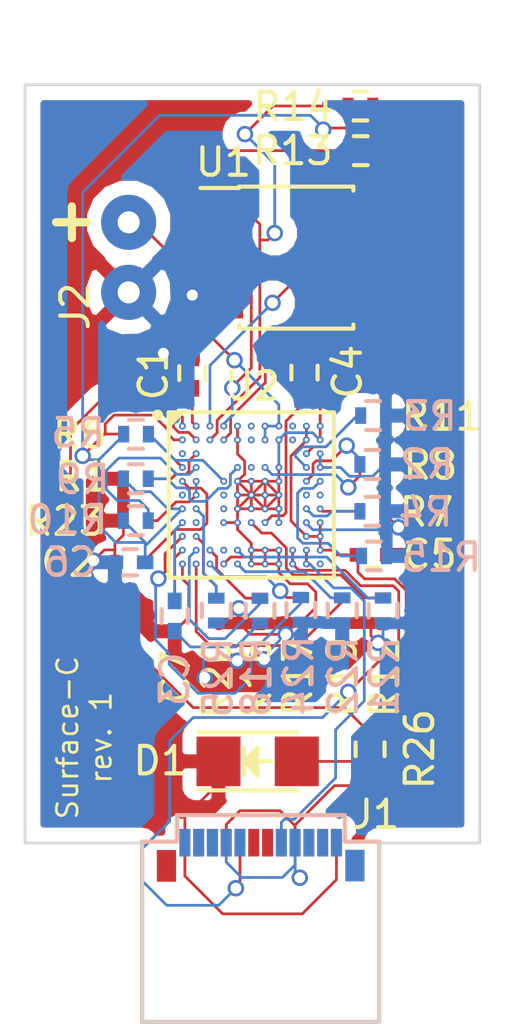
<source format=kicad_pcb>
(kicad_pcb (version 4) (host pcbnew 4.0.5+dfsg1-4)

  (general
    (links 128)
    (no_connects 0)
    (area 146.615 86.501427 165.066667 123.615001)
    (thickness 1.6)
    (drawings 10)
    (tracks 485)
    (zones 0)
    (modules 38)
    (nets 68)
  )

  (page A4)
  (layers
    (0 F.Cu signal)
    (31 B.Cu signal)
    (32 B.Adhes user)
    (33 F.Adhes user)
    (34 B.Paste user)
    (35 F.Paste user)
    (36 B.SilkS user)
    (37 F.SilkS user)
    (38 B.Mask user)
    (39 F.Mask user)
    (40 Dwgs.User user)
    (41 Cmts.User user)
    (42 Eco1.User user)
    (43 Eco2.User user)
    (44 Edge.Cuts user)
    (45 Margin user)
    (46 B.CrtYd user)
    (47 F.CrtYd user)
    (48 B.Fab user)
    (49 F.Fab user)
  )

  (setup
    (last_trace_width 0.1)
    (trace_clearance 0.05)
    (zone_clearance 0.508)
    (zone_45_only no)
    (trace_min 0.08)
    (segment_width 0.2)
    (edge_width 0.1)
    (via_size 0.6)
    (via_drill 0.4)
    (via_min_size 0.4)
    (via_min_drill 0.3)
    (uvia_size 0.3)
    (uvia_drill 0.1)
    (uvias_allowed no)
    (uvia_min_size 0.2)
    (uvia_min_drill 0.1)
    (pcb_text_width 0.3)
    (pcb_text_size 1.5 1.5)
    (mod_edge_width 0.15)
    (mod_text_size 1 1)
    (mod_text_width 0.15)
    (pad_size 1.5 1.5)
    (pad_drill 0.6)
    (pad_to_mask_clearance 0)
    (aux_axis_origin 147.47 123.49)
    (visible_elements FFFEFFFF)
    (pcbplotparams
      (layerselection 0x010fc_80000001)
      (usegerberextensions false)
      (excludeedgelayer true)
      (linewidth 0.100000)
      (plotframeref false)
      (viasonmask false)
      (mode 1)
      (useauxorigin false)
      (hpglpennumber 1)
      (hpglpenspeed 20)
      (hpglpendiameter 15)
      (hpglpenoverlay 2)
      (psnegative false)
      (psa4output false)
      (plotreference true)
      (plotvalue true)
      (plotinvisibletext false)
      (padsonsilk false)
      (subtractmaskfromsilk false)
      (outputformat 1)
      (mirror false)
      (drillshape 0)
      (scaleselection 1)
      (outputdirectory newgerber/))
  )

  (net 0 "")
  (net 1 /LDO_1V8D)
  (net 2 GND)
  (net 3 "Net-(C2-Pad1)")
  (net 4 "Net-(C3-Pad1)")
  (net 5 /SS)
  (net 6 /VBUS)
  (net 7 /LDO_3V3)
  (net 8 "Net-(C7-Pad1)")
  (net 9 "Net-(D1-Pad2)")
  (net 10 "Net-(J1-PadA2)")
  (net 11 "Net-(J1-PadA3)")
  (net 12 "Net-(J1-PadA5)")
  (net 13 "Net-(J1-PadA6)")
  (net 14 "Net-(J1-PadA7)")
  (net 15 "Net-(J1-PadA8)")
  (net 16 "Net-(J1-PadA10)")
  (net 17 "Net-(J1-PadA11)")
  (net 18 "Net-(J1-PadB2)")
  (net 19 "Net-(J1-PadB3)")
  (net 20 /CC2)
  (net 21 "Net-(J1-PadB8)")
  (net 22 "Net-(J1-PadB10)")
  (net 23 "Net-(J1-PadB11)")
  (net 24 /GPIO1)
  (net 25 /GPIO5)
  (net 26 /GPIO2)
  (net 27 /GPIO6)
  (net 28 /CTL1)
  (net 29 /I2C_SDA)
  (net 30 /GPIO3)
  (net 31 /GPIO7)
  (net 32 /CTL2)
  (net 33 /I2C_SCL)
  (net 34 /GPIO4)
  (net 35 /GPIO8)
  (net 36 /DO)
  (net 37 /SSZ)
  (net 38 /MRESET)
  (net 39 /DEBUG4)
  (net 40 /DEBUG3)
  (net 41 /DEBUG2)
  (net 42 /DEBUG1)
  (net 43 /AUXN)
  (net 44 "Net-(R21-Pad1)")
  (net 45 "Net-(R22-Pad1)")
  (net 46 /UART)
  (net 47 /AUXP)
  (net 48 /ROSC)
  (net 49 /LOWDTC)
  (net 50 "Net-(U1-Pad3)")
  (net 51 "Net-(U1-Pad5)")
  (net 52 /CLK)
  (net 53 "Net-(U1-Pad7)")
  (net 54 "Net-(U2-PadA6)")
  (net 55 "Net-(U2-PadA9)")
  (net 56 "Net-(U2-PadB9)")
  (net 57 "Net-(U2-PadC1)")
  (net 58 "Net-(U2-PadD6)")
  (net 59 "Net-(U2-PadF1)")
  (net 60 "Net-(U2-PadF4)")
  (net 61 "Net-(U2-PadF10)")
  (net 62 "Net-(U2-PadF11)")
  (net 63 "Net-(U2-PadG4)")
  (net 64 "Net-(U2-PadH2)")
  (net 65 "Net-(U2-PadK4)")
  (net 66 "Net-(U2-PadL11)")
  (net 67 "Net-(J2-Pad1)")

  (net_class Default "This is the default net class."
    (clearance 0.05)
    (trace_width 0.1)
    (via_dia 0.6)
    (via_drill 0.4)
    (uvia_dia 0.3)
    (uvia_drill 0.1)
    (add_net /AUXN)
    (add_net /AUXP)
    (add_net /CC2)
    (add_net /CLK)
    (add_net /CTL1)
    (add_net /CTL2)
    (add_net /DEBUG1)
    (add_net /DEBUG2)
    (add_net /DEBUG3)
    (add_net /DEBUG4)
    (add_net /DO)
    (add_net /GPIO1)
    (add_net /GPIO2)
    (add_net /GPIO3)
    (add_net /GPIO4)
    (add_net /GPIO5)
    (add_net /GPIO6)
    (add_net /GPIO7)
    (add_net /GPIO8)
    (add_net /I2C_SCL)
    (add_net /I2C_SDA)
    (add_net /LDO_1V8D)
    (add_net /LDO_3V3)
    (add_net /LOWDTC)
    (add_net /MRESET)
    (add_net /ROSC)
    (add_net /SS)
    (add_net /SSZ)
    (add_net /UART)
    (add_net /VBUS)
    (add_net GND)
    (add_net "Net-(C2-Pad1)")
    (add_net "Net-(C3-Pad1)")
    (add_net "Net-(C7-Pad1)")
    (add_net "Net-(D1-Pad2)")
    (add_net "Net-(J1-PadA10)")
    (add_net "Net-(J1-PadA11)")
    (add_net "Net-(J1-PadA2)")
    (add_net "Net-(J1-PadA3)")
    (add_net "Net-(J1-PadA5)")
    (add_net "Net-(J1-PadA6)")
    (add_net "Net-(J1-PadA7)")
    (add_net "Net-(J1-PadA8)")
    (add_net "Net-(J1-PadB10)")
    (add_net "Net-(J1-PadB11)")
    (add_net "Net-(J1-PadB2)")
    (add_net "Net-(J1-PadB3)")
    (add_net "Net-(J1-PadB8)")
    (add_net "Net-(J2-Pad1)")
    (add_net "Net-(R21-Pad1)")
    (add_net "Net-(R22-Pad1)")
    (add_net "Net-(U1-Pad3)")
    (add_net "Net-(U1-Pad5)")
    (add_net "Net-(U1-Pad7)")
    (add_net "Net-(U2-PadA6)")
    (add_net "Net-(U2-PadA9)")
    (add_net "Net-(U2-PadB9)")
    (add_net "Net-(U2-PadC1)")
    (add_net "Net-(U2-PadD6)")
    (add_net "Net-(U2-PadF1)")
    (add_net "Net-(U2-PadF10)")
    (add_net "Net-(U2-PadF11)")
    (add_net "Net-(U2-PadF4)")
    (add_net "Net-(U2-PadG4)")
    (add_net "Net-(U2-PadH2)")
    (add_net "Net-(U2-PadK4)")
    (add_net "Net-(U2-PadL11)")
  )

  (module Capacitors_SMD:c_0402 (layer F.Cu) (tedit 5B33D47B) (tstamp 5B328345)
    (at 153.57 99.96 90)
    (descr "Capacitor SMD 0402, reflow soldering, AVX (see smccp.pdf)")
    (tags "capacitor 0402")
    (path /5ADB7C24)
    (attr smd)
    (fp_text reference C1 (at -0.01 -1.41 90) (layer F.SilkS)
      (effects (font (size 1 1) (thickness 0.15)))
    )
    (fp_text value 2.2μF (at 0 1.7 90) (layer F.Fab)
      (effects (font (size 1 1) (thickness 0.15)))
    )
    (fp_line (start -0.5 0.25) (end -0.5 -0.25) (layer F.Fab) (width 0.15))
    (fp_line (start 0.5 0.25) (end -0.5 0.25) (layer F.Fab) (width 0.15))
    (fp_line (start 0.5 -0.25) (end 0.5 0.25) (layer F.Fab) (width 0.15))
    (fp_line (start -0.5 -0.25) (end 0.5 -0.25) (layer F.Fab) (width 0.15))
    (fp_line (start -1.15 -0.6) (end 1.15 -0.6) (layer F.CrtYd) (width 0.05))
    (fp_line (start -1.15 0.6) (end 1.15 0.6) (layer F.CrtYd) (width 0.05))
    (fp_line (start -1.15 -0.6) (end -1.15 0.6) (layer F.CrtYd) (width 0.05))
    (fp_line (start 1.15 -0.6) (end 1.15 0.6) (layer F.CrtYd) (width 0.05))
    (fp_line (start 0.25 -0.475) (end -0.25 -0.475) (layer F.SilkS) (width 0.15))
    (fp_line (start -0.25 0.475) (end 0.25 0.475) (layer F.SilkS) (width 0.15))
    (pad 1 smd rect (at -0.55 0 90) (size 0.6 0.5) (layers F.Cu F.Paste F.Mask)
      (net 1 /LDO_1V8D))
    (pad 2 smd rect (at 0.55 0 90) (size 0.6 0.5) (layers F.Cu F.Paste F.Mask)
      (net 2 GND))
    (model Capacitors_SMD.3dshapes/C_0402.wrl
      (at (xyz 0 0 0))
      (scale (xyz 1 1 1))
      (rotate (xyz 0 0 0))
    )
  )

  (module Capacitors_SMD:c_0402 (layer F.Cu) (tedit 5B33C86F) (tstamp 5B32834B)
    (at 151.31 106.82 180)
    (descr "Capacitor SMD 0402, reflow soldering, AVX (see smccp.pdf)")
    (tags "capacitor 0402")
    (path /5ADB800B)
    (attr smd)
    (fp_text reference C2 (at 2.25 0 180) (layer F.SilkS)
      (effects (font (size 1 1) (thickness 0.15)))
    )
    (fp_text value 2.2μF (at 0 1.7 180) (layer F.Fab)
      (effects (font (size 1 1) (thickness 0.15)))
    )
    (fp_line (start -0.5 0.25) (end -0.5 -0.25) (layer F.Fab) (width 0.15))
    (fp_line (start 0.5 0.25) (end -0.5 0.25) (layer F.Fab) (width 0.15))
    (fp_line (start 0.5 -0.25) (end 0.5 0.25) (layer F.Fab) (width 0.15))
    (fp_line (start -0.5 -0.25) (end 0.5 -0.25) (layer F.Fab) (width 0.15))
    (fp_line (start -1.15 -0.6) (end 1.15 -0.6) (layer F.CrtYd) (width 0.05))
    (fp_line (start -1.15 0.6) (end 1.15 0.6) (layer F.CrtYd) (width 0.05))
    (fp_line (start -1.15 -0.6) (end -1.15 0.6) (layer F.CrtYd) (width 0.05))
    (fp_line (start 1.15 -0.6) (end 1.15 0.6) (layer F.CrtYd) (width 0.05))
    (fp_line (start 0.25 -0.475) (end -0.25 -0.475) (layer F.SilkS) (width 0.15))
    (fp_line (start -0.25 0.475) (end 0.25 0.475) (layer F.SilkS) (width 0.15))
    (pad 1 smd rect (at -0.55 0 180) (size 0.6 0.5) (layers F.Cu F.Paste F.Mask)
      (net 3 "Net-(C2-Pad1)"))
    (pad 2 smd rect (at 0.55 0 180) (size 0.6 0.5) (layers F.Cu F.Paste F.Mask)
      (net 2 GND))
    (model Capacitors_SMD.3dshapes/C_0402.wrl
      (at (xyz 0 0 0))
      (scale (xyz 1 1 1))
      (rotate (xyz 0 0 0))
    )
  )

  (module Capacitors_SMD:c_0402 (layer B.Cu) (tedit 5B33C752) (tstamp 5B328351)
    (at 152.93 108.77 270)
    (descr "Capacitor SMD 0402, reflow soldering, AVX (see smccp.pdf)")
    (tags "capacitor 0402")
    (path /5ADB7059)
    (attr smd)
    (fp_text reference C3 (at 2.29 0 270) (layer B.SilkS)
      (effects (font (size 1 1) (thickness 0.15)) (justify mirror))
    )
    (fp_text value 10μF (at 0 -1.7 270) (layer B.Fab)
      (effects (font (size 1 1) (thickness 0.15)) (justify mirror))
    )
    (fp_line (start -0.5 -0.25) (end -0.5 0.25) (layer B.Fab) (width 0.15))
    (fp_line (start 0.5 -0.25) (end -0.5 -0.25) (layer B.Fab) (width 0.15))
    (fp_line (start 0.5 0.25) (end 0.5 -0.25) (layer B.Fab) (width 0.15))
    (fp_line (start -0.5 0.25) (end 0.5 0.25) (layer B.Fab) (width 0.15))
    (fp_line (start -1.15 0.6) (end 1.15 0.6) (layer B.CrtYd) (width 0.05))
    (fp_line (start -1.15 -0.6) (end 1.15 -0.6) (layer B.CrtYd) (width 0.05))
    (fp_line (start -1.15 0.6) (end -1.15 -0.6) (layer B.CrtYd) (width 0.05))
    (fp_line (start 1.15 0.6) (end 1.15 -0.6) (layer B.CrtYd) (width 0.05))
    (fp_line (start 0.25 0.475) (end -0.25 0.475) (layer B.SilkS) (width 0.15))
    (fp_line (start -0.25 -0.475) (end 0.25 -0.475) (layer B.SilkS) (width 0.15))
    (pad 1 smd rect (at -0.55 0 270) (size 0.6 0.5) (layers B.Cu B.Paste B.Mask)
      (net 4 "Net-(C3-Pad1)"))
    (pad 2 smd rect (at 0.55 0 270) (size 0.6 0.5) (layers B.Cu B.Paste B.Mask)
      (net 2 GND))
    (model Capacitors_SMD.3dshapes/C_0402.wrl
      (at (xyz 0 0 0))
      (scale (xyz 1 1 1))
      (rotate (xyz 0 0 0))
    )
  )

  (module Capacitors_SMD:c_0402 (layer F.Cu) (tedit 5B33D47E) (tstamp 5B328357)
    (at 157.64 99.94 90)
    (descr "Capacitor SMD 0402, reflow soldering, AVX (see smccp.pdf)")
    (tags "capacitor 0402")
    (path /5ADC21FB)
    (attr smd)
    (fp_text reference C4 (at 0.03 1.56 90) (layer F.SilkS)
      (effects (font (size 1 1) (thickness 0.15)))
    )
    (fp_text value 220nF (at 0 1.7 90) (layer F.Fab)
      (effects (font (size 1 1) (thickness 0.15)))
    )
    (fp_line (start -0.5 0.25) (end -0.5 -0.25) (layer F.Fab) (width 0.15))
    (fp_line (start 0.5 0.25) (end -0.5 0.25) (layer F.Fab) (width 0.15))
    (fp_line (start 0.5 -0.25) (end 0.5 0.25) (layer F.Fab) (width 0.15))
    (fp_line (start -0.5 -0.25) (end 0.5 -0.25) (layer F.Fab) (width 0.15))
    (fp_line (start -1.15 -0.6) (end 1.15 -0.6) (layer F.CrtYd) (width 0.05))
    (fp_line (start -1.15 0.6) (end 1.15 0.6) (layer F.CrtYd) (width 0.05))
    (fp_line (start -1.15 -0.6) (end -1.15 0.6) (layer F.CrtYd) (width 0.05))
    (fp_line (start 1.15 -0.6) (end 1.15 0.6) (layer F.CrtYd) (width 0.05))
    (fp_line (start 0.25 -0.475) (end -0.25 -0.475) (layer F.SilkS) (width 0.15))
    (fp_line (start -0.25 0.475) (end 0.25 0.475) (layer F.SilkS) (width 0.15))
    (pad 1 smd rect (at -0.55 0 90) (size 0.6 0.5) (layers F.Cu F.Paste F.Mask)
      (net 5 /SS))
    (pad 2 smd rect (at 0.55 0 90) (size 0.6 0.5) (layers F.Cu F.Paste F.Mask)
      (net 2 GND))
    (model Capacitors_SMD.3dshapes/C_0402.wrl
      (at (xyz 0 0 0))
      (scale (xyz 1 1 1))
      (rotate (xyz 0 0 0))
    )
  )

  (module Capacitors_SMD:c_0402 (layer F.Cu) (tedit 5B32889C) (tstamp 5B32835D)
    (at 160.13 106.55)
    (descr "Capacitor SMD 0402, reflow soldering, AVX (see smccp.pdf)")
    (tags "capacitor 0402")
    (path /5ADB5F9A)
    (attr smd)
    (fp_text reference C5 (at 2.06 -0.01) (layer F.SilkS)
      (effects (font (size 1 1) (thickness 0.15)))
    )
    (fp_text value 1μF (at 0 1.7) (layer F.Fab)
      (effects (font (size 1 1) (thickness 0.15)))
    )
    (fp_line (start -0.5 0.25) (end -0.5 -0.25) (layer F.Fab) (width 0.15))
    (fp_line (start 0.5 0.25) (end -0.5 0.25) (layer F.Fab) (width 0.15))
    (fp_line (start 0.5 -0.25) (end 0.5 0.25) (layer F.Fab) (width 0.15))
    (fp_line (start -0.5 -0.25) (end 0.5 -0.25) (layer F.Fab) (width 0.15))
    (fp_line (start -1.15 -0.6) (end 1.15 -0.6) (layer F.CrtYd) (width 0.05))
    (fp_line (start -1.15 0.6) (end 1.15 0.6) (layer F.CrtYd) (width 0.05))
    (fp_line (start -1.15 -0.6) (end -1.15 0.6) (layer F.CrtYd) (width 0.05))
    (fp_line (start 1.15 -0.6) (end 1.15 0.6) (layer F.CrtYd) (width 0.05))
    (fp_line (start 0.25 -0.475) (end -0.25 -0.475) (layer F.SilkS) (width 0.15))
    (fp_line (start -0.25 0.475) (end 0.25 0.475) (layer F.SilkS) (width 0.15))
    (pad 1 smd rect (at -0.55 0) (size 0.6 0.5) (layers F.Cu F.Paste F.Mask)
      (net 6 /VBUS))
    (pad 2 smd rect (at 0.55 0) (size 0.6 0.5) (layers F.Cu F.Paste F.Mask)
      (net 2 GND))
    (model Capacitors_SMD.3dshapes/C_0402.wrl
      (at (xyz 0 0 0))
      (scale (xyz 1 1 1))
      (rotate (xyz 0 0 0))
    )
  )

  (module Capacitors_SMD:c_0402 (layer B.Cu) (tedit 5B33C862) (tstamp 5B328363)
    (at 151.31 106.82 180)
    (descr "Capacitor SMD 0402, reflow soldering, AVX (see smccp.pdf)")
    (tags "capacitor 0402")
    (path /5ADB6E4F)
    (attr smd)
    (fp_text reference C6 (at 2.16 0 180) (layer B.SilkS)
      (effects (font (size 1 1) (thickness 0.15)) (justify mirror))
    )
    (fp_text value 10μF (at 0 -1.7 180) (layer B.Fab)
      (effects (font (size 1 1) (thickness 0.15)) (justify mirror))
    )
    (fp_line (start -0.5 -0.25) (end -0.5 0.25) (layer B.Fab) (width 0.15))
    (fp_line (start 0.5 -0.25) (end -0.5 -0.25) (layer B.Fab) (width 0.15))
    (fp_line (start 0.5 0.25) (end 0.5 -0.25) (layer B.Fab) (width 0.15))
    (fp_line (start -0.5 0.25) (end 0.5 0.25) (layer B.Fab) (width 0.15))
    (fp_line (start -1.15 0.6) (end 1.15 0.6) (layer B.CrtYd) (width 0.05))
    (fp_line (start -1.15 -0.6) (end 1.15 -0.6) (layer B.CrtYd) (width 0.05))
    (fp_line (start -1.15 0.6) (end -1.15 -0.6) (layer B.CrtYd) (width 0.05))
    (fp_line (start 1.15 0.6) (end 1.15 -0.6) (layer B.CrtYd) (width 0.05))
    (fp_line (start 0.25 0.475) (end -0.25 0.475) (layer B.SilkS) (width 0.15))
    (fp_line (start -0.25 -0.475) (end 0.25 -0.475) (layer B.SilkS) (width 0.15))
    (pad 1 smd rect (at -0.55 0 180) (size 0.6 0.5) (layers B.Cu B.Paste B.Mask)
      (net 7 /LDO_3V3))
    (pad 2 smd rect (at 0.55 0 180) (size 0.6 0.5) (layers B.Cu B.Paste B.Mask)
      (net 2 GND))
    (model Capacitors_SMD.3dshapes/C_0402.wrl
      (at (xyz 0 0 0))
      (scale (xyz 1 1 1))
      (rotate (xyz 0 0 0))
    )
  )

  (module Capacitors_SMD:c_0402 (layer F.Cu) (tedit 5B340E94) (tstamp 5B328369)
    (at 152.93 108.77 270)
    (descr "Capacitor SMD 0402, reflow soldering, AVX (see smccp.pdf)")
    (tags "capacitor 0402")
    (path /5ADB7C88)
    (attr smd)
    (fp_text reference C7 (at 2.21 -0.03 270) (layer F.SilkS)
      (effects (font (size 1 1) (thickness 0.15)))
    )
    (fp_text value 2.2μF (at 0 1.7 270) (layer F.Fab)
      (effects (font (size 1 1) (thickness 0.15)))
    )
    (fp_line (start -0.5 0.25) (end -0.5 -0.25) (layer F.Fab) (width 0.15))
    (fp_line (start 0.5 0.25) (end -0.5 0.25) (layer F.Fab) (width 0.15))
    (fp_line (start 0.5 -0.25) (end 0.5 0.25) (layer F.Fab) (width 0.15))
    (fp_line (start -0.5 -0.25) (end 0.5 -0.25) (layer F.Fab) (width 0.15))
    (fp_line (start -1.15 -0.6) (end 1.15 -0.6) (layer F.CrtYd) (width 0.05))
    (fp_line (start -1.15 0.6) (end 1.15 0.6) (layer F.CrtYd) (width 0.05))
    (fp_line (start -1.15 -0.6) (end -1.15 0.6) (layer F.CrtYd) (width 0.05))
    (fp_line (start 1.15 -0.6) (end 1.15 0.6) (layer F.CrtYd) (width 0.05))
    (fp_line (start 0.25 -0.475) (end -0.25 -0.475) (layer F.SilkS) (width 0.15))
    (fp_line (start -0.25 0.475) (end 0.25 0.475) (layer F.SilkS) (width 0.15))
    (pad 1 smd rect (at -0.55 0 270) (size 0.6 0.5) (layers F.Cu F.Paste F.Mask)
      (net 8 "Net-(C7-Pad1)"))
    (pad 2 smd rect (at 0.55 0 270) (size 0.6 0.5) (layers F.Cu F.Paste F.Mask)
      (net 2 GND))
    (model Capacitors_SMD.3dshapes/C_0402.wrl
      (at (xyz 0 0 0))
      (scale (xyz 1 1 1))
      (rotate (xyz 0 0 0))
    )
  )

  (module LEDs:LED_1206 (layer F.Cu) (tedit 5B33D4C4) (tstamp 5B32836F)
    (at 155.94 114.04)
    (descr "LED 1206 smd package")
    (tags "LED1206 SMD")
    (path /5ADADE3C)
    (attr smd)
    (fp_text reference D1 (at -3.53 -0.02) (layer F.SilkS)
      (effects (font (size 1 1) (thickness 0.15)))
    )
    (fp_text value LED_ALT (at 0 2) (layer F.Fab)
      (effects (font (size 1 1) (thickness 0.15)))
    )
    (fp_line (start -0.5 -0.5) (end -0.5 0.5) (layer F.Fab) (width 0.15))
    (fp_line (start -0.5 0) (end 0 -0.5) (layer F.Fab) (width 0.15))
    (fp_line (start 0 0.5) (end -0.5 0) (layer F.Fab) (width 0.15))
    (fp_line (start 0 -0.5) (end 0 0.5) (layer F.Fab) (width 0.15))
    (fp_line (start -1.6 0.8) (end -1.6 -0.8) (layer F.Fab) (width 0.15))
    (fp_line (start 1.6 0.8) (end -1.6 0.8) (layer F.Fab) (width 0.15))
    (fp_line (start 1.6 -0.8) (end 1.6 0.8) (layer F.Fab) (width 0.15))
    (fp_line (start -1.6 -0.8) (end 1.6 -0.8) (layer F.Fab) (width 0.15))
    (fp_line (start -2.15 1.05) (end 1.45 1.05) (layer F.SilkS) (width 0.15))
    (fp_line (start -2.15 -1.05) (end 1.45 -1.05) (layer F.SilkS) (width 0.15))
    (fp_line (start -0.1 -0.3) (end -0.1 0.3) (layer F.SilkS) (width 0.15))
    (fp_line (start -0.1 0.3) (end -0.4 0) (layer F.SilkS) (width 0.15))
    (fp_line (start -0.4 0) (end -0.2 -0.2) (layer F.SilkS) (width 0.15))
    (fp_line (start -0.2 -0.2) (end -0.2 0.05) (layer F.SilkS) (width 0.15))
    (fp_line (start -0.2 0.05) (end -0.25 0) (layer F.SilkS) (width 0.15))
    (fp_line (start -0.5 -0.5) (end -0.5 0.5) (layer F.SilkS) (width 0.15))
    (fp_line (start 0 0) (end 0.5 0) (layer F.SilkS) (width 0.15))
    (fp_line (start -0.5 0) (end 0 -0.5) (layer F.SilkS) (width 0.15))
    (fp_line (start 0 -0.5) (end 0 0.5) (layer F.SilkS) (width 0.15))
    (fp_line (start 0 0.5) (end -0.5 0) (layer F.SilkS) (width 0.15))
    (fp_line (start 2.5 -1.25) (end -2.5 -1.25) (layer F.CrtYd) (width 0.05))
    (fp_line (start -2.5 -1.25) (end -2.5 1.25) (layer F.CrtYd) (width 0.05))
    (fp_line (start -2.5 1.25) (end 2.5 1.25) (layer F.CrtYd) (width 0.05))
    (fp_line (start 2.5 1.25) (end 2.5 -1.25) (layer F.CrtYd) (width 0.05))
    (pad 2 smd rect (at 1.41986 0 180) (size 1.59766 1.80086) (layers F.Cu F.Paste F.Mask)
      (net 9 "Net-(D1-Pad2)"))
    (pad 1 smd rect (at -1.41986 0 180) (size 1.59766 1.80086) (layers F.Cu F.Paste F.Mask)
      (net 2 GND))
    (model LEDs.3dshapes/LED_1206.wrl
      (at (xyz 0 0 0))
      (scale (xyz 1 1 1))
      (rotate (xyz 0 0 180))
    )
  )

  (module Surface-C:USB-C_M (layer F.Cu) (tedit 5B33C923) (tstamp 5B32838B)
    (at 151.75 115.99)
    (path /5ADAD359)
    (fp_text reference J1 (at 8.47 -0.02) (layer F.SilkS)
      (effects (font (size 1 1) (thickness 0.15)))
    )
    (fp_text value USB-C (at 4.21 4.47) (layer F.Fab)
      (effects (font (size 1 1) (thickness 0.15)))
    )
    (fp_line (start 8.6 7.5) (end 8.6 0.96) (layer B.SilkS) (width 0.15))
    (fp_line (start 7.35 0.96) (end 8.6 0.96) (layer B.SilkS) (width 0.15))
    (fp_line (start 0 7.5) (end 8.6 7.5) (layer B.SilkS) (width 0.15))
    (fp_line (start 0 7.5) (end 0 0.96) (layer B.SilkS) (width 0.15))
    (fp_line (start 0 0.96) (end 1.25 0.96) (layer B.SilkS) (width 0.15))
    (fp_line (start 7.35 0) (end 7.35 0.96) (layer B.SilkS) (width 0.15))
    (fp_line (start 1.26 0.96) (end 1.26 0) (layer B.SilkS) (width 0.15))
    (fp_line (start 1.25 0) (end 7.35 0) (layer B.SilkS) (width 0.15))
    (fp_line (start 7.35 0.96) (end 8.6 0.96) (layer F.SilkS) (width 0.15))
    (fp_line (start 7.35 0) (end 7.35 0.96) (layer F.SilkS) (width 0.15))
    (fp_line (start 0 0.96) (end 1.25 0.96) (layer F.SilkS) (width 0.15))
    (fp_line (start 1.25 0.96) (end 1.25 0) (layer F.SilkS) (width 0.15))
    (fp_line (start 1.25 0) (end 7.35 0) (layer F.SilkS) (width 0.15))
    (fp_line (start 0 7.5) (end 8.6 7.5) (layer F.SilkS) (width 0.15))
    (fp_line (start 8.6 7.5) (end 8.6 0.96) (layer F.SilkS) (width 0.15))
    (fp_line (start 0 7.5) (end 0 0.96) (layer F.SilkS) (width 0.15))
    (pad A1 smd rect (at 1.55 1) (size 0.4 1) (layers F.Cu F.Paste F.Mask)
      (net 2 GND))
    (pad A2 smd rect (at 2.05 1) (size 0.4 1) (layers F.Cu F.Paste F.Mask)
      (net 10 "Net-(J1-PadA2)"))
    (pad A3 smd rect (at 2.55 1) (size 0.4 1) (layers F.Cu F.Paste F.Mask)
      (net 11 "Net-(J1-PadA3)"))
    (pad A4 smd rect (at 3.05 1) (size 0.4 1) (layers F.Cu F.Paste F.Mask)
      (net 6 /VBUS))
    (pad A5 smd rect (at 3.55 1) (size 0.4 1) (layers F.Cu F.Paste F.Mask)
      (net 12 "Net-(J1-PadA5)"))
    (pad A6 smd rect (at 4.05 1) (size 0.4 1) (layers F.Cu F.Paste F.Mask)
      (net 13 "Net-(J1-PadA6)"))
    (pad A7 smd rect (at 4.55 1) (size 0.4 1) (layers F.Cu F.Paste F.Mask)
      (net 14 "Net-(J1-PadA7)"))
    (pad A8 smd rect (at 5.05 1) (size 0.4 1) (layers F.Cu F.Paste F.Mask)
      (net 15 "Net-(J1-PadA8)"))
    (pad A9 smd rect (at 5.55 1) (size 0.4 1) (layers F.Cu F.Paste F.Mask)
      (net 6 /VBUS))
    (pad A10 smd rect (at 6.05 1) (size 0.4 1) (layers F.Cu F.Paste F.Mask)
      (net 16 "Net-(J1-PadA10)"))
    (pad A11 smd rect (at 6.55 1) (size 0.4 1) (layers F.Cu F.Paste F.Mask)
      (net 17 "Net-(J1-PadA11)"))
    (pad A12 smd rect (at 7.05 1) (size 0.4 1) (layers F.Cu F.Paste F.Mask)
      (net 2 GND))
    (pad "" smd rect (at 0.88 1.84) (size 0.7 1.15) (layers F.Cu F.Paste F.Mask))
    (pad "" smd rect (at 7.72 1.83) (size 0.7 1.15) (layers B.Cu F.Paste F.Mask))
    (pad B1 smd rect (at 7.05 1) (size 0.4 1) (layers B.Cu F.Paste F.Mask)
      (net 2 GND))
    (pad B2 smd rect (at 6.55 1) (size 0.4 1) (layers B.Cu F.Paste F.Mask)
      (net 18 "Net-(J1-PadB2)"))
    (pad B3 smd rect (at 6.05 1) (size 0.4 1) (layers B.Cu F.Paste F.Mask)
      (net 19 "Net-(J1-PadB3)"))
    (pad B4 smd rect (at 5.55 1) (size 0.4 1) (layers B.Cu F.Paste F.Mask)
      (net 6 /VBUS))
    (pad B5 smd rect (at 5.05 1) (size 0.4 1) (layers B.Cu F.Paste F.Mask)
      (net 20 /CC2))
    (pad B8 smd rect (at 3.55 1) (size 0.4 1) (layers B.Cu F.Paste F.Mask)
      (net 21 "Net-(J1-PadB8)"))
    (pad B9 smd rect (at 3.05 1) (size 0.4 1) (layers B.Cu F.Paste F.Mask)
      (net 6 /VBUS))
    (pad B10 smd rect (at 2.55 1) (size 0.4 1) (layers B.Cu F.Paste F.Mask)
      (net 22 "Net-(J1-PadB10)"))
    (pad B11 smd rect (at 2.05 1) (size 0.4 1) (layers B.Cu F.Paste F.Mask)
      (net 23 "Net-(J1-PadB11)"))
    (pad B12 smd rect (at 1.55 1) (size 0.4 1) (layers B.Cu F.Paste F.Mask)
      (net 2 GND))
  )

  (module Resistors_SMD:R_0402 (layer F.Cu) (tedit 5B33C8F1) (tstamp 5B328397)
    (at 151.52 103.79 180)
    (descr "Resistor SMD 0402, reflow soldering, Vishay (see dcrcw.pdf)")
    (tags "resistor 0402")
    (path /5ADC81C5)
    (attr smd)
    (fp_text reference R1 (at 1.96 0.06 180) (layer F.SilkS)
      (effects (font (size 1 1) (thickness 0.15)))
    )
    (fp_text value 1MΩ (at 0 1.8 180) (layer F.Fab)
      (effects (font (size 1 1) (thickness 0.15)))
    )
    (fp_line (start -0.5 0.25) (end -0.5 -0.25) (layer F.Fab) (width 0.1))
    (fp_line (start 0.5 0.25) (end -0.5 0.25) (layer F.Fab) (width 0.1))
    (fp_line (start 0.5 -0.25) (end 0.5 0.25) (layer F.Fab) (width 0.1))
    (fp_line (start -0.5 -0.25) (end 0.5 -0.25) (layer F.Fab) (width 0.1))
    (fp_line (start -0.95 -0.65) (end 0.95 -0.65) (layer F.CrtYd) (width 0.05))
    (fp_line (start -0.95 0.65) (end 0.95 0.65) (layer F.CrtYd) (width 0.05))
    (fp_line (start -0.95 -0.65) (end -0.95 0.65) (layer F.CrtYd) (width 0.05))
    (fp_line (start 0.95 -0.65) (end 0.95 0.65) (layer F.CrtYd) (width 0.05))
    (fp_line (start 0.25 -0.525) (end -0.25 -0.525) (layer F.SilkS) (width 0.15))
    (fp_line (start -0.25 0.525) (end 0.25 0.525) (layer F.SilkS) (width 0.15))
    (pad 1 smd rect (at -0.45 0 180) (size 0.4 0.6) (layers F.Cu F.Paste F.Mask)
      (net 24 /GPIO1))
    (pad 2 smd rect (at 0.45 0 180) (size 0.4 0.6) (layers F.Cu F.Paste F.Mask)
      (net 2 GND))
    (model Resistors_SMD.3dshapes/R_0402.wrl
      (at (xyz 0 0 0))
      (scale (xyz 1 1 1))
      (rotate (xyz 0 0 0))
    )
  )

  (module Resistors_SMD:R_0402 (layer B.Cu) (tedit 5B33DB27) (tstamp 5B32839D)
    (at 160.1 103.27 180)
    (descr "Resistor SMD 0402, reflow soldering, Vishay (see dcrcw.pdf)")
    (tags "resistor 0402")
    (path /5ADC8679)
    (attr smd)
    (fp_text reference R2 (at -1.98 0.01 180) (layer B.SilkS)
      (effects (font (size 1 1) (thickness 0.15)) (justify mirror))
    )
    (fp_text value 1MΩ (at 0 -1.8 180) (layer B.Fab)
      (effects (font (size 1 1) (thickness 0.15)) (justify mirror))
    )
    (fp_line (start -0.5 -0.25) (end -0.5 0.25) (layer B.Fab) (width 0.1))
    (fp_line (start 0.5 -0.25) (end -0.5 -0.25) (layer B.Fab) (width 0.1))
    (fp_line (start 0.5 0.25) (end 0.5 -0.25) (layer B.Fab) (width 0.1))
    (fp_line (start -0.5 0.25) (end 0.5 0.25) (layer B.Fab) (width 0.1))
    (fp_line (start -0.95 0.65) (end 0.95 0.65) (layer B.CrtYd) (width 0.05))
    (fp_line (start -0.95 -0.65) (end 0.95 -0.65) (layer B.CrtYd) (width 0.05))
    (fp_line (start -0.95 0.65) (end -0.95 -0.65) (layer B.CrtYd) (width 0.05))
    (fp_line (start 0.95 0.65) (end 0.95 -0.65) (layer B.CrtYd) (width 0.05))
    (fp_line (start 0.25 0.525) (end -0.25 0.525) (layer B.SilkS) (width 0.15))
    (fp_line (start -0.25 -0.525) (end 0.25 -0.525) (layer B.SilkS) (width 0.15))
    (pad 1 smd rect (at -0.45 0 180) (size 0.4 0.6) (layers B.Cu B.Paste B.Mask)
      (net 2 GND))
    (pad 2 smd rect (at 0.45 0 180) (size 0.4 0.6) (layers B.Cu B.Paste B.Mask)
      (net 25 /GPIO5))
    (model Resistors_SMD.3dshapes/R_0402.wrl
      (at (xyz 0 0 0))
      (scale (xyz 1 1 1))
      (rotate (xyz 0 0 0))
    )
  )

  (module Resistors_SMD:R_0402 (layer B.Cu) (tedit 5B3288A5) (tstamp 5B3283A3)
    (at 160.13 101.5)
    (descr "Resistor SMD 0402, reflow soldering, Vishay (see dcrcw.pdf)")
    (tags "resistor 0402")
    (path /5ADC83B5)
    (attr smd)
    (fp_text reference R3 (at 2.06 0.02) (layer B.SilkS)
      (effects (font (size 1 1) (thickness 0.15)) (justify mirror))
    )
    (fp_text value 1MΩ (at 0 -1.8) (layer B.Fab)
      (effects (font (size 1 1) (thickness 0.15)) (justify mirror))
    )
    (fp_line (start -0.5 -0.25) (end -0.5 0.25) (layer B.Fab) (width 0.1))
    (fp_line (start 0.5 -0.25) (end -0.5 -0.25) (layer B.Fab) (width 0.1))
    (fp_line (start 0.5 0.25) (end 0.5 -0.25) (layer B.Fab) (width 0.1))
    (fp_line (start -0.5 0.25) (end 0.5 0.25) (layer B.Fab) (width 0.1))
    (fp_line (start -0.95 0.65) (end 0.95 0.65) (layer B.CrtYd) (width 0.05))
    (fp_line (start -0.95 -0.65) (end 0.95 -0.65) (layer B.CrtYd) (width 0.05))
    (fp_line (start -0.95 0.65) (end -0.95 -0.65) (layer B.CrtYd) (width 0.05))
    (fp_line (start 0.95 0.65) (end 0.95 -0.65) (layer B.CrtYd) (width 0.05))
    (fp_line (start 0.25 0.525) (end -0.25 0.525) (layer B.SilkS) (width 0.15))
    (fp_line (start -0.25 -0.525) (end 0.25 -0.525) (layer B.SilkS) (width 0.15))
    (pad 1 smd rect (at -0.45 0) (size 0.4 0.6) (layers B.Cu B.Paste B.Mask)
      (net 26 /GPIO2))
    (pad 2 smd rect (at 0.45 0) (size 0.4 0.6) (layers B.Cu B.Paste B.Mask)
      (net 2 GND))
    (model Resistors_SMD.3dshapes/R_0402.wrl
      (at (xyz 0 0 0))
      (scale (xyz 1 1 1))
      (rotate (xyz 0 0 0))
    )
  )

  (module Resistors_SMD:R_0402 (layer B.Cu) (tedit 5B3411D2) (tstamp 5B3283A9)
    (at 160.1 104.97 180)
    (descr "Resistor SMD 0402, reflow soldering, Vishay (see dcrcw.pdf)")
    (tags "resistor 0402")
    (path /5ADC867F)
    (attr smd)
    (fp_text reference R4 (at -1.93 -0.03 180) (layer B.SilkS)
      (effects (font (size 1 1) (thickness 0.15)) (justify mirror))
    )
    (fp_text value 1MΩ (at 0 -1.8 180) (layer B.Fab)
      (effects (font (size 1 1) (thickness 0.15)) (justify mirror))
    )
    (fp_line (start -0.5 -0.25) (end -0.5 0.25) (layer B.Fab) (width 0.1))
    (fp_line (start 0.5 -0.25) (end -0.5 -0.25) (layer B.Fab) (width 0.1))
    (fp_line (start 0.5 0.25) (end 0.5 -0.25) (layer B.Fab) (width 0.1))
    (fp_line (start -0.5 0.25) (end 0.5 0.25) (layer B.Fab) (width 0.1))
    (fp_line (start -0.95 0.65) (end 0.95 0.65) (layer B.CrtYd) (width 0.05))
    (fp_line (start -0.95 -0.65) (end 0.95 -0.65) (layer B.CrtYd) (width 0.05))
    (fp_line (start -0.95 0.65) (end -0.95 -0.65) (layer B.CrtYd) (width 0.05))
    (fp_line (start 0.95 0.65) (end 0.95 -0.65) (layer B.CrtYd) (width 0.05))
    (fp_line (start 0.25 0.525) (end -0.25 0.525) (layer B.SilkS) (width 0.15))
    (fp_line (start -0.25 -0.525) (end 0.25 -0.525) (layer B.SilkS) (width 0.15))
    (pad 1 smd rect (at -0.45 0 180) (size 0.4 0.6) (layers B.Cu B.Paste B.Mask)
      (net 2 GND))
    (pad 2 smd rect (at 0.45 0 180) (size 0.4 0.6) (layers B.Cu B.Paste B.Mask)
      (net 27 /GPIO6))
    (model Resistors_SMD.3dshapes/R_0402.wrl
      (at (xyz 0 0 0))
      (scale (xyz 1 1 1))
      (rotate (xyz 0 0 0))
    )
  )

  (module Resistors_SMD:R_0402 (layer B.Cu) (tedit 5B33C96F) (tstamp 5B3283AF)
    (at 151.525 102.175 180)
    (descr "Resistor SMD 0402, reflow soldering, Vishay (see dcrcw.pdf)")
    (tags "resistor 0402")
    (path /5ADD38D0)
    (attr smd)
    (fp_text reference R5 (at 2.1 0.05 180) (layer B.SilkS)
      (effects (font (size 1 1) (thickness 0.15)) (justify mirror))
    )
    (fp_text value 100kΩ (at 0 -1.8 180) (layer B.Fab)
      (effects (font (size 1 1) (thickness 0.15)) (justify mirror))
    )
    (fp_line (start -0.5 -0.25) (end -0.5 0.25) (layer B.Fab) (width 0.1))
    (fp_line (start 0.5 -0.25) (end -0.5 -0.25) (layer B.Fab) (width 0.1))
    (fp_line (start 0.5 0.25) (end 0.5 -0.25) (layer B.Fab) (width 0.1))
    (fp_line (start -0.5 0.25) (end 0.5 0.25) (layer B.Fab) (width 0.1))
    (fp_line (start -0.95 0.65) (end 0.95 0.65) (layer B.CrtYd) (width 0.05))
    (fp_line (start -0.95 -0.65) (end 0.95 -0.65) (layer B.CrtYd) (width 0.05))
    (fp_line (start -0.95 0.65) (end -0.95 -0.65) (layer B.CrtYd) (width 0.05))
    (fp_line (start 0.95 0.65) (end 0.95 -0.65) (layer B.CrtYd) (width 0.05))
    (fp_line (start 0.25 0.525) (end -0.25 0.525) (layer B.SilkS) (width 0.15))
    (fp_line (start -0.25 -0.525) (end 0.25 -0.525) (layer B.SilkS) (width 0.15))
    (pad 1 smd rect (at -0.45 0 180) (size 0.4 0.6) (layers B.Cu B.Paste B.Mask)
      (net 28 /CTL1))
    (pad 2 smd rect (at 0.45 0 180) (size 0.4 0.6) (layers B.Cu B.Paste B.Mask)
      (net 7 /LDO_3V3))
    (model Resistors_SMD.3dshapes/R_0402.wrl
      (at (xyz 0 0 0))
      (scale (xyz 1 1 1))
      (rotate (xyz 0 0 0))
    )
  )

  (module Resistors_SMD:R_0402 (layer F.Cu) (tedit 5B33C989) (tstamp 5B3283B5)
    (at 151.53 102.17)
    (descr "Resistor SMD 0402, reflow soldering, Vishay (see dcrcw.pdf)")
    (tags "resistor 0402")
    (path /5ADD842A)
    (attr smd)
    (fp_text reference R6 (at -2.04 0.005) (layer F.SilkS)
      (effects (font (size 1 1) (thickness 0.15)))
    )
    (fp_text value 10kΩ (at 0 1.8) (layer F.Fab)
      (effects (font (size 1 1) (thickness 0.15)))
    )
    (fp_line (start -0.5 0.25) (end -0.5 -0.25) (layer F.Fab) (width 0.1))
    (fp_line (start 0.5 0.25) (end -0.5 0.25) (layer F.Fab) (width 0.1))
    (fp_line (start 0.5 -0.25) (end 0.5 0.25) (layer F.Fab) (width 0.1))
    (fp_line (start -0.5 -0.25) (end 0.5 -0.25) (layer F.Fab) (width 0.1))
    (fp_line (start -0.95 -0.65) (end 0.95 -0.65) (layer F.CrtYd) (width 0.05))
    (fp_line (start -0.95 0.65) (end 0.95 0.65) (layer F.CrtYd) (width 0.05))
    (fp_line (start -0.95 -0.65) (end -0.95 0.65) (layer F.CrtYd) (width 0.05))
    (fp_line (start 0.95 -0.65) (end 0.95 0.65) (layer F.CrtYd) (width 0.05))
    (fp_line (start 0.25 -0.525) (end -0.25 -0.525) (layer F.SilkS) (width 0.15))
    (fp_line (start -0.25 0.525) (end 0.25 0.525) (layer F.SilkS) (width 0.15))
    (pad 1 smd rect (at -0.45 0) (size 0.4 0.6) (layers F.Cu F.Paste F.Mask)
      (net 7 /LDO_3V3))
    (pad 2 smd rect (at 0.45 0) (size 0.4 0.6) (layers F.Cu F.Paste F.Mask)
      (net 29 /I2C_SDA))
    (model Resistors_SMD.3dshapes/R_0402.wrl
      (at (xyz 0 0 0))
      (scale (xyz 1 1 1))
      (rotate (xyz 0 0 0))
    )
  )

  (module Resistors_SMD:R_0402 (layer F.Cu) (tedit 5B328892) (tstamp 5B3283BB)
    (at 160.1 104.97)
    (descr "Resistor SMD 0402, reflow soldering, Vishay (see dcrcw.pdf)")
    (tags "resistor 0402")
    (path /5ADC84AB)
    (attr smd)
    (fp_text reference R7 (at 1.97 0.03) (layer F.SilkS)
      (effects (font (size 1 1) (thickness 0.15)))
    )
    (fp_text value 1MΩ (at 0 1.8) (layer F.Fab)
      (effects (font (size 1 1) (thickness 0.15)))
    )
    (fp_line (start -0.5 0.25) (end -0.5 -0.25) (layer F.Fab) (width 0.1))
    (fp_line (start 0.5 0.25) (end -0.5 0.25) (layer F.Fab) (width 0.1))
    (fp_line (start 0.5 -0.25) (end 0.5 0.25) (layer F.Fab) (width 0.1))
    (fp_line (start -0.5 -0.25) (end 0.5 -0.25) (layer F.Fab) (width 0.1))
    (fp_line (start -0.95 -0.65) (end 0.95 -0.65) (layer F.CrtYd) (width 0.05))
    (fp_line (start -0.95 0.65) (end 0.95 0.65) (layer F.CrtYd) (width 0.05))
    (fp_line (start -0.95 -0.65) (end -0.95 0.65) (layer F.CrtYd) (width 0.05))
    (fp_line (start 0.95 -0.65) (end 0.95 0.65) (layer F.CrtYd) (width 0.05))
    (fp_line (start 0.25 -0.525) (end -0.25 -0.525) (layer F.SilkS) (width 0.15))
    (fp_line (start -0.25 0.525) (end 0.25 0.525) (layer F.SilkS) (width 0.15))
    (pad 1 smd rect (at -0.45 0) (size 0.4 0.6) (layers F.Cu F.Paste F.Mask)
      (net 30 /GPIO3))
    (pad 2 smd rect (at 0.45 0) (size 0.4 0.6) (layers F.Cu F.Paste F.Mask)
      (net 2 GND))
    (model Resistors_SMD.3dshapes/R_0402.wrl
      (at (xyz 0 0 0))
      (scale (xyz 1 1 1))
      (rotate (xyz 0 0 0))
    )
  )

  (module Resistors_SMD:R_0402 (layer F.Cu) (tedit 5B33DB1B) (tstamp 5B3283C1)
    (at 160.1 103.27 180)
    (descr "Resistor SMD 0402, reflow soldering, Vishay (see dcrcw.pdf)")
    (tags "resistor 0402")
    (path /5ADC8685)
    (attr smd)
    (fp_text reference R8 (at -2.11 -0.03 180) (layer F.SilkS)
      (effects (font (size 1 1) (thickness 0.15)))
    )
    (fp_text value 1MΩ (at 0 1.8 180) (layer F.Fab)
      (effects (font (size 1 1) (thickness 0.15)))
    )
    (fp_line (start -0.5 0.25) (end -0.5 -0.25) (layer F.Fab) (width 0.1))
    (fp_line (start 0.5 0.25) (end -0.5 0.25) (layer F.Fab) (width 0.1))
    (fp_line (start 0.5 -0.25) (end 0.5 0.25) (layer F.Fab) (width 0.1))
    (fp_line (start -0.5 -0.25) (end 0.5 -0.25) (layer F.Fab) (width 0.1))
    (fp_line (start -0.95 -0.65) (end 0.95 -0.65) (layer F.CrtYd) (width 0.05))
    (fp_line (start -0.95 0.65) (end 0.95 0.65) (layer F.CrtYd) (width 0.05))
    (fp_line (start -0.95 -0.65) (end -0.95 0.65) (layer F.CrtYd) (width 0.05))
    (fp_line (start 0.95 -0.65) (end 0.95 0.65) (layer F.CrtYd) (width 0.05))
    (fp_line (start 0.25 -0.525) (end -0.25 -0.525) (layer F.SilkS) (width 0.15))
    (fp_line (start -0.25 0.525) (end 0.25 0.525) (layer F.SilkS) (width 0.15))
    (pad 1 smd rect (at -0.45 0 180) (size 0.4 0.6) (layers F.Cu F.Paste F.Mask)
      (net 2 GND))
    (pad 2 smd rect (at 0.45 0 180) (size 0.4 0.6) (layers F.Cu F.Paste F.Mask)
      (net 31 /GPIO7))
    (model Resistors_SMD.3dshapes/R_0402.wrl
      (at (xyz 0 0 0))
      (scale (xyz 1 1 1))
      (rotate (xyz 0 0 0))
    )
  )

  (module Resistors_SMD:R_0402 (layer B.Cu) (tedit 5B33C8E2) (tstamp 5B3283C7)
    (at 151.52 103.79 180)
    (descr "Resistor SMD 0402, reflow soldering, Vishay (see dcrcw.pdf)")
    (tags "resistor 0402")
    (path /5ADD3D20)
    (attr smd)
    (fp_text reference R9 (at 1.93 -0.03 180) (layer B.SilkS)
      (effects (font (size 1 1) (thickness 0.15)) (justify mirror))
    )
    (fp_text value 100kΩ (at 0 -1.8 180) (layer B.Fab)
      (effects (font (size 1 1) (thickness 0.15)) (justify mirror))
    )
    (fp_line (start -0.5 -0.25) (end -0.5 0.25) (layer B.Fab) (width 0.1))
    (fp_line (start 0.5 -0.25) (end -0.5 -0.25) (layer B.Fab) (width 0.1))
    (fp_line (start 0.5 0.25) (end 0.5 -0.25) (layer B.Fab) (width 0.1))
    (fp_line (start -0.5 0.25) (end 0.5 0.25) (layer B.Fab) (width 0.1))
    (fp_line (start -0.95 0.65) (end 0.95 0.65) (layer B.CrtYd) (width 0.05))
    (fp_line (start -0.95 -0.65) (end 0.95 -0.65) (layer B.CrtYd) (width 0.05))
    (fp_line (start -0.95 0.65) (end -0.95 -0.65) (layer B.CrtYd) (width 0.05))
    (fp_line (start 0.95 0.65) (end 0.95 -0.65) (layer B.CrtYd) (width 0.05))
    (fp_line (start 0.25 0.525) (end -0.25 0.525) (layer B.SilkS) (width 0.15))
    (fp_line (start -0.25 -0.525) (end 0.25 -0.525) (layer B.SilkS) (width 0.15))
    (pad 1 smd rect (at -0.45 0 180) (size 0.4 0.6) (layers B.Cu B.Paste B.Mask)
      (net 32 /CTL2))
    (pad 2 smd rect (at 0.45 0 180) (size 0.4 0.6) (layers B.Cu B.Paste B.Mask)
      (net 7 /LDO_3V3))
    (model Resistors_SMD.3dshapes/R_0402.wrl
      (at (xyz 0 0 0))
      (scale (xyz 1 1 1))
      (rotate (xyz 0 0 0))
    )
  )

  (module Resistors_SMD:R_0402 (layer B.Cu) (tedit 5B33C8A7) (tstamp 5B3283CD)
    (at 151.52 105.31)
    (descr "Resistor SMD 0402, reflow soldering, Vishay (see dcrcw.pdf)")
    (tags "resistor 0402")
    (path /5ADD85B4)
    (attr smd)
    (fp_text reference R10 (at -2.48 -0.03) (layer B.SilkS)
      (effects (font (size 1 1) (thickness 0.15)) (justify mirror))
    )
    (fp_text value 10kΩ (at 0 -1.8) (layer B.Fab)
      (effects (font (size 1 1) (thickness 0.15)) (justify mirror))
    )
    (fp_line (start -0.5 -0.25) (end -0.5 0.25) (layer B.Fab) (width 0.1))
    (fp_line (start 0.5 -0.25) (end -0.5 -0.25) (layer B.Fab) (width 0.1))
    (fp_line (start 0.5 0.25) (end 0.5 -0.25) (layer B.Fab) (width 0.1))
    (fp_line (start -0.5 0.25) (end 0.5 0.25) (layer B.Fab) (width 0.1))
    (fp_line (start -0.95 0.65) (end 0.95 0.65) (layer B.CrtYd) (width 0.05))
    (fp_line (start -0.95 -0.65) (end 0.95 -0.65) (layer B.CrtYd) (width 0.05))
    (fp_line (start -0.95 0.65) (end -0.95 -0.65) (layer B.CrtYd) (width 0.05))
    (fp_line (start 0.95 0.65) (end 0.95 -0.65) (layer B.CrtYd) (width 0.05))
    (fp_line (start 0.25 0.525) (end -0.25 0.525) (layer B.SilkS) (width 0.15))
    (fp_line (start -0.25 -0.525) (end 0.25 -0.525) (layer B.SilkS) (width 0.15))
    (pad 1 smd rect (at -0.45 0) (size 0.4 0.6) (layers B.Cu B.Paste B.Mask)
      (net 7 /LDO_3V3))
    (pad 2 smd rect (at 0.45 0) (size 0.4 0.6) (layers B.Cu B.Paste B.Mask)
      (net 33 /I2C_SCL))
    (model Resistors_SMD.3dshapes/R_0402.wrl
      (at (xyz 0 0 0))
      (scale (xyz 1 1 1))
      (rotate (xyz 0 0 0))
    )
  )

  (module Resistors_SMD:R_0402 (layer F.Cu) (tedit 5B32887E) (tstamp 5B3283D3)
    (at 160.13 101.5)
    (descr "Resistor SMD 0402, reflow soldering, Vishay (see dcrcw.pdf)")
    (tags "resistor 0402")
    (path /5ADC84B1)
    (attr smd)
    (fp_text reference R11 (at 2.49 0.02) (layer F.SilkS)
      (effects (font (size 1 1) (thickness 0.15)))
    )
    (fp_text value 1MΩ (at 0 1.8) (layer F.Fab)
      (effects (font (size 1 1) (thickness 0.15)))
    )
    (fp_line (start -0.5 0.25) (end -0.5 -0.25) (layer F.Fab) (width 0.1))
    (fp_line (start 0.5 0.25) (end -0.5 0.25) (layer F.Fab) (width 0.1))
    (fp_line (start 0.5 -0.25) (end 0.5 0.25) (layer F.Fab) (width 0.1))
    (fp_line (start -0.5 -0.25) (end 0.5 -0.25) (layer F.Fab) (width 0.1))
    (fp_line (start -0.95 -0.65) (end 0.95 -0.65) (layer F.CrtYd) (width 0.05))
    (fp_line (start -0.95 0.65) (end 0.95 0.65) (layer F.CrtYd) (width 0.05))
    (fp_line (start -0.95 -0.65) (end -0.95 0.65) (layer F.CrtYd) (width 0.05))
    (fp_line (start 0.95 -0.65) (end 0.95 0.65) (layer F.CrtYd) (width 0.05))
    (fp_line (start 0.25 -0.525) (end -0.25 -0.525) (layer F.SilkS) (width 0.15))
    (fp_line (start -0.25 0.525) (end 0.25 0.525) (layer F.SilkS) (width 0.15))
    (pad 1 smd rect (at -0.45 0) (size 0.4 0.6) (layers F.Cu F.Paste F.Mask)
      (net 34 /GPIO4))
    (pad 2 smd rect (at 0.45 0) (size 0.4 0.6) (layers F.Cu F.Paste F.Mask)
      (net 2 GND))
    (model Resistors_SMD.3dshapes/R_0402.wrl
      (at (xyz 0 0 0))
      (scale (xyz 1 1 1))
      (rotate (xyz 0 0 0))
    )
  )

  (module Resistors_SMD:R_0402 (layer F.Cu) (tedit 5B32897D) (tstamp 5B3283D9)
    (at 160.49 108.56 90)
    (descr "Resistor SMD 0402, reflow soldering, Vishay (see dcrcw.pdf)")
    (tags "resistor 0402")
    (path /5ADC868B)
    (attr smd)
    (fp_text reference R12 (at -2.43 0.06 90) (layer F.SilkS)
      (effects (font (size 1 1) (thickness 0.15)))
    )
    (fp_text value 1MΩ (at 0 1.8 90) (layer F.Fab)
      (effects (font (size 1 1) (thickness 0.15)))
    )
    (fp_line (start -0.5 0.25) (end -0.5 -0.25) (layer F.Fab) (width 0.1))
    (fp_line (start 0.5 0.25) (end -0.5 0.25) (layer F.Fab) (width 0.1))
    (fp_line (start 0.5 -0.25) (end 0.5 0.25) (layer F.Fab) (width 0.1))
    (fp_line (start -0.5 -0.25) (end 0.5 -0.25) (layer F.Fab) (width 0.1))
    (fp_line (start -0.95 -0.65) (end 0.95 -0.65) (layer F.CrtYd) (width 0.05))
    (fp_line (start -0.95 0.65) (end 0.95 0.65) (layer F.CrtYd) (width 0.05))
    (fp_line (start -0.95 -0.65) (end -0.95 0.65) (layer F.CrtYd) (width 0.05))
    (fp_line (start 0.95 -0.65) (end 0.95 0.65) (layer F.CrtYd) (width 0.05))
    (fp_line (start 0.25 -0.525) (end -0.25 -0.525) (layer F.SilkS) (width 0.15))
    (fp_line (start -0.25 0.525) (end 0.25 0.525) (layer F.SilkS) (width 0.15))
    (pad 1 smd rect (at -0.45 0 90) (size 0.4 0.6) (layers F.Cu F.Paste F.Mask)
      (net 2 GND))
    (pad 2 smd rect (at 0.45 0 90) (size 0.4 0.6) (layers F.Cu F.Paste F.Mask)
      (net 35 /GPIO8))
    (model Resistors_SMD.3dshapes/R_0402.wrl
      (at (xyz 0 0 0))
      (scale (xyz 1 1 1))
      (rotate (xyz 0 0 0))
    )
  )

  (module Resistors_SMD:R_0402 (layer F.Cu) (tedit 5B33CA70) (tstamp 5B3283DF)
    (at 159.68 91.89)
    (descr "Resistor SMD 0402, reflow soldering, Vishay (see dcrcw.pdf)")
    (tags "resistor 0402")
    (path /5ADAFB84)
    (attr smd)
    (fp_text reference R13 (at -2.47 0 180) (layer F.SilkS)
      (effects (font (size 1 1) (thickness 0.15)))
    )
    (fp_text value 3.3kΩ (at 3.17 -0.09) (layer F.Fab)
      (effects (font (size 1 1) (thickness 0.15)))
    )
    (fp_line (start -0.5 0.25) (end -0.5 -0.25) (layer F.Fab) (width 0.1))
    (fp_line (start 0.5 0.25) (end -0.5 0.25) (layer F.Fab) (width 0.1))
    (fp_line (start 0.5 -0.25) (end 0.5 0.25) (layer F.Fab) (width 0.1))
    (fp_line (start -0.5 -0.25) (end 0.5 -0.25) (layer F.Fab) (width 0.1))
    (fp_line (start -0.95 -0.65) (end 0.95 -0.65) (layer F.CrtYd) (width 0.05))
    (fp_line (start -0.95 0.65) (end 0.95 0.65) (layer F.CrtYd) (width 0.05))
    (fp_line (start -0.95 -0.65) (end -0.95 0.65) (layer F.CrtYd) (width 0.05))
    (fp_line (start 0.95 -0.65) (end 0.95 0.65) (layer F.CrtYd) (width 0.05))
    (fp_line (start 0.25 -0.525) (end -0.25 -0.525) (layer F.SilkS) (width 0.15))
    (fp_line (start -0.25 0.525) (end 0.25 0.525) (layer F.SilkS) (width 0.15))
    (pad 1 smd rect (at -0.45 0) (size 0.4 0.6) (layers F.Cu F.Paste F.Mask)
      (net 36 /DO))
    (pad 2 smd rect (at 0.45 0) (size 0.4 0.6) (layers F.Cu F.Paste F.Mask)
      (net 7 /LDO_3V3))
    (model Resistors_SMD.3dshapes/R_0402.wrl
      (at (xyz 0 0 0))
      (scale (xyz 1 1 1))
      (rotate (xyz 0 0 0))
    )
  )

  (module Resistors_SMD:R_0402 (layer F.Cu) (tedit 5B33CA5F) (tstamp 5B3283E5)
    (at 159.67 90.27 180)
    (descr "Resistor SMD 0402, reflow soldering, Vishay (see dcrcw.pdf)")
    (tags "resistor 0402")
    (path /5ADAFF41)
    (attr smd)
    (fp_text reference R14 (at 2.44 -0.02 360) (layer F.SilkS)
      (effects (font (size 1 1) (thickness 0.15)))
    )
    (fp_text value 3.3kΩ (at 0 1.8 180) (layer F.Fab)
      (effects (font (size 1 1) (thickness 0.15)))
    )
    (fp_line (start -0.5 0.25) (end -0.5 -0.25) (layer F.Fab) (width 0.1))
    (fp_line (start 0.5 0.25) (end -0.5 0.25) (layer F.Fab) (width 0.1))
    (fp_line (start 0.5 -0.25) (end 0.5 0.25) (layer F.Fab) (width 0.1))
    (fp_line (start -0.5 -0.25) (end 0.5 -0.25) (layer F.Fab) (width 0.1))
    (fp_line (start -0.95 -0.65) (end 0.95 -0.65) (layer F.CrtYd) (width 0.05))
    (fp_line (start -0.95 0.65) (end 0.95 0.65) (layer F.CrtYd) (width 0.05))
    (fp_line (start -0.95 -0.65) (end -0.95 0.65) (layer F.CrtYd) (width 0.05))
    (fp_line (start 0.95 -0.65) (end 0.95 0.65) (layer F.CrtYd) (width 0.05))
    (fp_line (start 0.25 -0.525) (end -0.25 -0.525) (layer F.SilkS) (width 0.15))
    (fp_line (start -0.25 0.525) (end 0.25 0.525) (layer F.SilkS) (width 0.15))
    (pad 1 smd rect (at -0.45 0 180) (size 0.4 0.6) (layers F.Cu F.Paste F.Mask)
      (net 7 /LDO_3V3))
    (pad 2 smd rect (at 0.45 0 180) (size 0.4 0.6) (layers F.Cu F.Paste F.Mask)
      (net 37 /SSZ))
    (model Resistors_SMD.3dshapes/R_0402.wrl
      (at (xyz 0 0 0))
      (scale (xyz 1 1 1))
      (rotate (xyz 0 0 0))
    )
  )

  (module Resistors_SMD:R_0402 (layer B.Cu) (tedit 5B341193) (tstamp 5B3283EB)
    (at 160.16 106.59)
    (descr "Resistor SMD 0402, reflow soldering, Vishay (see dcrcw.pdf)")
    (tags "resistor 0402")
    (path /5ADD0496)
    (attr smd)
    (fp_text reference R15 (at 2.44 0.05) (layer B.SilkS)
      (effects (font (size 1 1) (thickness 0.15)) (justify mirror))
    )
    (fp_text value 1MΩ (at 0 -1.8) (layer B.Fab)
      (effects (font (size 1 1) (thickness 0.15)) (justify mirror))
    )
    (fp_line (start -0.5 -0.25) (end -0.5 0.25) (layer B.Fab) (width 0.1))
    (fp_line (start 0.5 -0.25) (end -0.5 -0.25) (layer B.Fab) (width 0.1))
    (fp_line (start 0.5 0.25) (end 0.5 -0.25) (layer B.Fab) (width 0.1))
    (fp_line (start -0.5 0.25) (end 0.5 0.25) (layer B.Fab) (width 0.1))
    (fp_line (start -0.95 0.65) (end 0.95 0.65) (layer B.CrtYd) (width 0.05))
    (fp_line (start -0.95 -0.65) (end 0.95 -0.65) (layer B.CrtYd) (width 0.05))
    (fp_line (start -0.95 0.65) (end -0.95 -0.65) (layer B.CrtYd) (width 0.05))
    (fp_line (start 0.95 0.65) (end 0.95 -0.65) (layer B.CrtYd) (width 0.05))
    (fp_line (start 0.25 0.525) (end -0.25 0.525) (layer B.SilkS) (width 0.15))
    (fp_line (start -0.25 -0.525) (end 0.25 -0.525) (layer B.SilkS) (width 0.15))
    (pad 1 smd rect (at -0.45 0) (size 0.4 0.6) (layers B.Cu B.Paste B.Mask)
      (net 38 /MRESET))
    (pad 2 smd rect (at 0.45 0) (size 0.4 0.6) (layers B.Cu B.Paste B.Mask)
      (net 2 GND))
    (model Resistors_SMD.3dshapes/R_0402.wrl
      (at (xyz 0 0 0))
      (scale (xyz 1 1 1))
      (rotate (xyz 0 0 0))
    )
  )

  (module Resistors_SMD:R_0402 (layer F.Cu) (tedit 5B33BA2F) (tstamp 5B3283F1)
    (at 156.02 108.57 90)
    (descr "Resistor SMD 0402, reflow soldering, Vishay (see dcrcw.pdf)")
    (tags "resistor 0402")
    (path /5ADD049C)
    (attr smd)
    (fp_text reference R16 (at -2.44 -0.11 90) (layer F.SilkS)
      (effects (font (size 1 1) (thickness 0.15)))
    )
    (fp_text value 1MΩ (at 0 1.8 90) (layer F.Fab)
      (effects (font (size 1 1) (thickness 0.15)))
    )
    (fp_line (start -0.5 0.25) (end -0.5 -0.25) (layer F.Fab) (width 0.1))
    (fp_line (start 0.5 0.25) (end -0.5 0.25) (layer F.Fab) (width 0.1))
    (fp_line (start 0.5 -0.25) (end 0.5 0.25) (layer F.Fab) (width 0.1))
    (fp_line (start -0.5 -0.25) (end 0.5 -0.25) (layer F.Fab) (width 0.1))
    (fp_line (start -0.95 -0.65) (end 0.95 -0.65) (layer F.CrtYd) (width 0.05))
    (fp_line (start -0.95 0.65) (end 0.95 0.65) (layer F.CrtYd) (width 0.05))
    (fp_line (start -0.95 -0.65) (end -0.95 0.65) (layer F.CrtYd) (width 0.05))
    (fp_line (start 0.95 -0.65) (end 0.95 0.65) (layer F.CrtYd) (width 0.05))
    (fp_line (start 0.25 -0.525) (end -0.25 -0.525) (layer F.SilkS) (width 0.15))
    (fp_line (start -0.25 0.525) (end 0.25 0.525) (layer F.SilkS) (width 0.15))
    (pad 1 smd rect (at -0.45 0 90) (size 0.4 0.6) (layers F.Cu F.Paste F.Mask)
      (net 2 GND))
    (pad 2 smd rect (at 0.45 0 90) (size 0.4 0.6) (layers F.Cu F.Paste F.Mask)
      (net 39 /DEBUG4))
    (model Resistors_SMD.3dshapes/R_0402.wrl
      (at (xyz 0 0 0))
      (scale (xyz 1 1 1))
      (rotate (xyz 0 0 0))
    )
  )

  (module Resistors_SMD:R_0402 (layer F.Cu) (tedit 5B32BB06) (tstamp 5B3283F7)
    (at 157.51 108.55 270)
    (descr "Resistor SMD 0402, reflow soldering, Vishay (see dcrcw.pdf)")
    (tags "resistor 0402")
    (path /5ADD0A1F)
    (attr smd)
    (fp_text reference R17 (at 2.42 0.11 270) (layer F.SilkS)
      (effects (font (size 1 1) (thickness 0.15)))
    )
    (fp_text value 1MΩ (at 0 1.8 270) (layer F.Fab)
      (effects (font (size 1 1) (thickness 0.15)))
    )
    (fp_line (start -0.5 0.25) (end -0.5 -0.25) (layer F.Fab) (width 0.1))
    (fp_line (start 0.5 0.25) (end -0.5 0.25) (layer F.Fab) (width 0.1))
    (fp_line (start 0.5 -0.25) (end 0.5 0.25) (layer F.Fab) (width 0.1))
    (fp_line (start -0.5 -0.25) (end 0.5 -0.25) (layer F.Fab) (width 0.1))
    (fp_line (start -0.95 -0.65) (end 0.95 -0.65) (layer F.CrtYd) (width 0.05))
    (fp_line (start -0.95 0.65) (end 0.95 0.65) (layer F.CrtYd) (width 0.05))
    (fp_line (start -0.95 -0.65) (end -0.95 0.65) (layer F.CrtYd) (width 0.05))
    (fp_line (start 0.95 -0.65) (end 0.95 0.65) (layer F.CrtYd) (width 0.05))
    (fp_line (start 0.25 -0.525) (end -0.25 -0.525) (layer F.SilkS) (width 0.15))
    (fp_line (start -0.25 0.525) (end 0.25 0.525) (layer F.SilkS) (width 0.15))
    (pad 1 smd rect (at -0.45 0 270) (size 0.4 0.6) (layers F.Cu F.Paste F.Mask)
      (net 40 /DEBUG3))
    (pad 2 smd rect (at 0.45 0 270) (size 0.4 0.6) (layers F.Cu F.Paste F.Mask)
      (net 2 GND))
    (model Resistors_SMD.3dshapes/R_0402.wrl
      (at (xyz 0 0 0))
      (scale (xyz 1 1 1))
      (rotate (xyz 0 0 0))
    )
  )

  (module Resistors_SMD:R_0402 (layer B.Cu) (tedit 5B33BA6D) (tstamp 5B3283FD)
    (at 156.03 108.58 90)
    (descr "Resistor SMD 0402, reflow soldering, Vishay (see dcrcw.pdf)")
    (tags "resistor 0402")
    (path /5ADD0A25)
    (attr smd)
    (fp_text reference R18 (at -2.4 -0.14 90) (layer B.SilkS)
      (effects (font (size 1 1) (thickness 0.15)) (justify mirror))
    )
    (fp_text value 1MΩ (at 0 -1.8 90) (layer B.Fab)
      (effects (font (size 1 1) (thickness 0.15)) (justify mirror))
    )
    (fp_line (start -0.5 -0.25) (end -0.5 0.25) (layer B.Fab) (width 0.1))
    (fp_line (start 0.5 -0.25) (end -0.5 -0.25) (layer B.Fab) (width 0.1))
    (fp_line (start 0.5 0.25) (end 0.5 -0.25) (layer B.Fab) (width 0.1))
    (fp_line (start -0.5 0.25) (end 0.5 0.25) (layer B.Fab) (width 0.1))
    (fp_line (start -0.95 0.65) (end 0.95 0.65) (layer B.CrtYd) (width 0.05))
    (fp_line (start -0.95 -0.65) (end 0.95 -0.65) (layer B.CrtYd) (width 0.05))
    (fp_line (start -0.95 0.65) (end -0.95 -0.65) (layer B.CrtYd) (width 0.05))
    (fp_line (start 0.95 0.65) (end 0.95 -0.65) (layer B.CrtYd) (width 0.05))
    (fp_line (start 0.25 0.525) (end -0.25 0.525) (layer B.SilkS) (width 0.15))
    (fp_line (start -0.25 -0.525) (end 0.25 -0.525) (layer B.SilkS) (width 0.15))
    (pad 1 smd rect (at -0.45 0 90) (size 0.4 0.6) (layers B.Cu B.Paste B.Mask)
      (net 2 GND))
    (pad 2 smd rect (at 0.45 0 90) (size 0.4 0.6) (layers B.Cu B.Paste B.Mask)
      (net 41 /DEBUG2))
    (model Resistors_SMD.3dshapes/R_0402.wrl
      (at (xyz 0 0 0))
      (scale (xyz 1 1 1))
      (rotate (xyz 0 0 0))
    )
  )

  (module Resistors_SMD:R_0402 (layer F.Cu) (tedit 5B328987) (tstamp 5B328403)
    (at 159.01 108.56 270)
    (descr "Resistor SMD 0402, reflow soldering, Vishay (see dcrcw.pdf)")
    (tags "resistor 0402")
    (path /5ADD0E05)
    (attr smd)
    (fp_text reference R19 (at 2.42 0 270) (layer F.SilkS)
      (effects (font (size 1 1) (thickness 0.15)))
    )
    (fp_text value 1MΩ (at 0 1.8 270) (layer F.Fab)
      (effects (font (size 1 1) (thickness 0.15)))
    )
    (fp_line (start -0.5 0.25) (end -0.5 -0.25) (layer F.Fab) (width 0.1))
    (fp_line (start 0.5 0.25) (end -0.5 0.25) (layer F.Fab) (width 0.1))
    (fp_line (start 0.5 -0.25) (end 0.5 0.25) (layer F.Fab) (width 0.1))
    (fp_line (start -0.5 -0.25) (end 0.5 -0.25) (layer F.Fab) (width 0.1))
    (fp_line (start -0.95 -0.65) (end 0.95 -0.65) (layer F.CrtYd) (width 0.05))
    (fp_line (start -0.95 0.65) (end 0.95 0.65) (layer F.CrtYd) (width 0.05))
    (fp_line (start -0.95 -0.65) (end -0.95 0.65) (layer F.CrtYd) (width 0.05))
    (fp_line (start 0.95 -0.65) (end 0.95 0.65) (layer F.CrtYd) (width 0.05))
    (fp_line (start 0.25 -0.525) (end -0.25 -0.525) (layer F.SilkS) (width 0.15))
    (fp_line (start -0.25 0.525) (end 0.25 0.525) (layer F.SilkS) (width 0.15))
    (pad 1 smd rect (at -0.45 0 270) (size 0.4 0.6) (layers F.Cu F.Paste F.Mask)
      (net 42 /DEBUG1))
    (pad 2 smd rect (at 0.45 0 270) (size 0.4 0.6) (layers F.Cu F.Paste F.Mask)
      (net 2 GND))
    (model Resistors_SMD.3dshapes/R_0402.wrl
      (at (xyz 0 0 0))
      (scale (xyz 1 1 1))
      (rotate (xyz 0 0 0))
    )
  )

  (module Resistors_SMD:R_0402 (layer F.Cu) (tedit 5B33C76C) (tstamp 5B328409)
    (at 154.44 108.57 90)
    (descr "Resistor SMD 0402, reflow soldering, Vishay (see dcrcw.pdf)")
    (tags "resistor 0402")
    (path /5ADBD7D4)
    (attr smd)
    (fp_text reference R20 (at -2.46 0.01 90) (layer F.SilkS)
      (effects (font (size 1 1) (thickness 0.15)))
    )
    (fp_text value 100kΩ (at 0 1.8 90) (layer F.Fab)
      (effects (font (size 1 1) (thickness 0.15)))
    )
    (fp_line (start -0.5 0.25) (end -0.5 -0.25) (layer F.Fab) (width 0.1))
    (fp_line (start 0.5 0.25) (end -0.5 0.25) (layer F.Fab) (width 0.1))
    (fp_line (start 0.5 -0.25) (end 0.5 0.25) (layer F.Fab) (width 0.1))
    (fp_line (start -0.5 -0.25) (end 0.5 -0.25) (layer F.Fab) (width 0.1))
    (fp_line (start -0.95 -0.65) (end 0.95 -0.65) (layer F.CrtYd) (width 0.05))
    (fp_line (start -0.95 0.65) (end 0.95 0.65) (layer F.CrtYd) (width 0.05))
    (fp_line (start -0.95 -0.65) (end -0.95 0.65) (layer F.CrtYd) (width 0.05))
    (fp_line (start 0.95 -0.65) (end 0.95 0.65) (layer F.CrtYd) (width 0.05))
    (fp_line (start 0.25 -0.525) (end -0.25 -0.525) (layer F.SilkS) (width 0.15))
    (fp_line (start -0.25 0.525) (end 0.25 0.525) (layer F.SilkS) (width 0.15))
    (pad 1 smd rect (at -0.45 0 90) (size 0.4 0.6) (layers F.Cu F.Paste F.Mask)
      (net 2 GND))
    (pad 2 smd rect (at 0.45 0 90) (size 0.4 0.6) (layers F.Cu F.Paste F.Mask)
      (net 43 /AUXN))
    (model Resistors_SMD.3dshapes/R_0402.wrl
      (at (xyz 0 0 0))
      (scale (xyz 1 1 1))
      (rotate (xyz 0 0 0))
    )
  )

  (module Resistors_SMD:R_0402 (layer B.Cu) (tedit 5B34115E) (tstamp 5B32840F)
    (at 160.49 108.57 270)
    (descr "Resistor SMD 0402, reflow soldering, Vishay (see dcrcw.pdf)")
    (tags "resistor 0402")
    (path /5ADBCA1C)
    (attr smd)
    (fp_text reference R21 (at 2.4 -0.04 270) (layer B.SilkS)
      (effects (font (size 1 1) (thickness 0.15)) (justify mirror))
    )
    (fp_text value 100kΩ (at 0 -1.8 270) (layer B.Fab)
      (effects (font (size 1 1) (thickness 0.15)) (justify mirror))
    )
    (fp_line (start -0.5 -0.25) (end -0.5 0.25) (layer B.Fab) (width 0.1))
    (fp_line (start 0.5 -0.25) (end -0.5 -0.25) (layer B.Fab) (width 0.1))
    (fp_line (start 0.5 0.25) (end 0.5 -0.25) (layer B.Fab) (width 0.1))
    (fp_line (start -0.5 0.25) (end 0.5 0.25) (layer B.Fab) (width 0.1))
    (fp_line (start -0.95 0.65) (end 0.95 0.65) (layer B.CrtYd) (width 0.05))
    (fp_line (start -0.95 -0.65) (end 0.95 -0.65) (layer B.CrtYd) (width 0.05))
    (fp_line (start -0.95 0.65) (end -0.95 -0.65) (layer B.CrtYd) (width 0.05))
    (fp_line (start 0.95 0.65) (end 0.95 -0.65) (layer B.CrtYd) (width 0.05))
    (fp_line (start 0.25 0.525) (end -0.25 0.525) (layer B.SilkS) (width 0.15))
    (fp_line (start -0.25 -0.525) (end 0.25 -0.525) (layer B.SilkS) (width 0.15))
    (pad 1 smd rect (at -0.45 0 270) (size 0.4 0.6) (layers B.Cu B.Paste B.Mask)
      (net 44 "Net-(R21-Pad1)"))
    (pad 2 smd rect (at 0.45 0 270) (size 0.4 0.6) (layers B.Cu B.Paste B.Mask)
      (net 2 GND))
    (model Resistors_SMD.3dshapes/R_0402.wrl
      (at (xyz 0 0 0))
      (scale (xyz 1 1 1))
      (rotate (xyz 0 0 0))
    )
  )

  (module Resistors_SMD:R_0402 (layer B.Cu) (tedit 5B340FEF) (tstamp 5B328415)
    (at 159.01 108.56 270)
    (descr "Resistor SMD 0402, reflow soldering, Vishay (see dcrcw.pdf)")
    (tags "resistor 0402")
    (path /5ADBC90A)
    (attr smd)
    (fp_text reference R22 (at 2.4 -0.04 270) (layer B.SilkS)
      (effects (font (size 1 1) (thickness 0.15)) (justify mirror))
    )
    (fp_text value 100kΩ (at 0 -1.8 270) (layer B.Fab)
      (effects (font (size 1 1) (thickness 0.15)) (justify mirror))
    )
    (fp_line (start -0.5 -0.25) (end -0.5 0.25) (layer B.Fab) (width 0.1))
    (fp_line (start 0.5 -0.25) (end -0.5 -0.25) (layer B.Fab) (width 0.1))
    (fp_line (start 0.5 0.25) (end 0.5 -0.25) (layer B.Fab) (width 0.1))
    (fp_line (start -0.5 0.25) (end 0.5 0.25) (layer B.Fab) (width 0.1))
    (fp_line (start -0.95 0.65) (end 0.95 0.65) (layer B.CrtYd) (width 0.05))
    (fp_line (start -0.95 -0.65) (end 0.95 -0.65) (layer B.CrtYd) (width 0.05))
    (fp_line (start -0.95 0.65) (end -0.95 -0.65) (layer B.CrtYd) (width 0.05))
    (fp_line (start 0.95 0.65) (end 0.95 -0.65) (layer B.CrtYd) (width 0.05))
    (fp_line (start 0.25 0.525) (end -0.25 0.525) (layer B.SilkS) (width 0.15))
    (fp_line (start -0.25 -0.525) (end 0.25 -0.525) (layer B.SilkS) (width 0.15))
    (pad 1 smd rect (at -0.45 0 270) (size 0.4 0.6) (layers B.Cu B.Paste B.Mask)
      (net 45 "Net-(R22-Pad1)"))
    (pad 2 smd rect (at 0.45 0 270) (size 0.4 0.6) (layers B.Cu B.Paste B.Mask)
      (net 2 GND))
    (model Resistors_SMD.3dshapes/R_0402.wrl
      (at (xyz 0 0 0))
      (scale (xyz 1 1 1))
      (rotate (xyz 0 0 0))
    )
  )

  (module Resistors_SMD:R_0402 (layer F.Cu) (tedit 5B33C898) (tstamp 5B32841B)
    (at 151.52 105.31 180)
    (descr "Resistor SMD 0402, reflow soldering, Vishay (see dcrcw.pdf)")
    (tags "resistor 0402")
    (path /5ADB9B10)
    (attr smd)
    (fp_text reference R23 (at 2.57 -0.02 180) (layer F.SilkS)
      (effects (font (size 1 1) (thickness 0.15)))
    )
    (fp_text value 100kΩ (at 0 1.8 180) (layer F.Fab)
      (effects (font (size 1 1) (thickness 0.15)))
    )
    (fp_line (start -0.5 0.25) (end -0.5 -0.25) (layer F.Fab) (width 0.1))
    (fp_line (start 0.5 0.25) (end -0.5 0.25) (layer F.Fab) (width 0.1))
    (fp_line (start 0.5 -0.25) (end 0.5 0.25) (layer F.Fab) (width 0.1))
    (fp_line (start -0.5 -0.25) (end 0.5 -0.25) (layer F.Fab) (width 0.1))
    (fp_line (start -0.95 -0.65) (end 0.95 -0.65) (layer F.CrtYd) (width 0.05))
    (fp_line (start -0.95 0.65) (end 0.95 0.65) (layer F.CrtYd) (width 0.05))
    (fp_line (start -0.95 -0.65) (end -0.95 0.65) (layer F.CrtYd) (width 0.05))
    (fp_line (start 0.95 -0.65) (end 0.95 0.65) (layer F.CrtYd) (width 0.05))
    (fp_line (start 0.25 -0.525) (end -0.25 -0.525) (layer F.SilkS) (width 0.15))
    (fp_line (start -0.25 0.525) (end 0.25 0.525) (layer F.SilkS) (width 0.15))
    (pad 1 smd rect (at -0.45 0 180) (size 0.4 0.6) (layers F.Cu F.Paste F.Mask)
      (net 46 /UART))
    (pad 2 smd rect (at 0.45 0 180) (size 0.4 0.6) (layers F.Cu F.Paste F.Mask)
      (net 2 GND))
    (model Resistors_SMD.3dshapes/R_0402.wrl
      (at (xyz 0 0 0))
      (scale (xyz 1 1 1))
      (rotate (xyz 0 0 0))
    )
  )

  (module Resistors_SMD:R_0402 (layer B.Cu) (tedit 5B32BB3D) (tstamp 5B328421)
    (at 157.51 108.54 90)
    (descr "Resistor SMD 0402, reflow soldering, Vishay (see dcrcw.pdf)")
    (tags "resistor 0402")
    (path /5ADBD003)
    (attr smd)
    (fp_text reference R24 (at -2.39 -0.07 90) (layer B.SilkS)
      (effects (font (size 1 1) (thickness 0.15)) (justify mirror))
    )
    (fp_text value 100kΩ (at 0 -1.8 90) (layer B.Fab)
      (effects (font (size 1 1) (thickness 0.15)) (justify mirror))
    )
    (fp_line (start -0.5 -0.25) (end -0.5 0.25) (layer B.Fab) (width 0.1))
    (fp_line (start 0.5 -0.25) (end -0.5 -0.25) (layer B.Fab) (width 0.1))
    (fp_line (start 0.5 0.25) (end 0.5 -0.25) (layer B.Fab) (width 0.1))
    (fp_line (start -0.5 0.25) (end 0.5 0.25) (layer B.Fab) (width 0.1))
    (fp_line (start -0.95 0.65) (end 0.95 0.65) (layer B.CrtYd) (width 0.05))
    (fp_line (start -0.95 -0.65) (end 0.95 -0.65) (layer B.CrtYd) (width 0.05))
    (fp_line (start -0.95 0.65) (end -0.95 -0.65) (layer B.CrtYd) (width 0.05))
    (fp_line (start 0.95 0.65) (end 0.95 -0.65) (layer B.CrtYd) (width 0.05))
    (fp_line (start 0.25 0.525) (end -0.25 0.525) (layer B.SilkS) (width 0.15))
    (fp_line (start -0.25 -0.525) (end 0.25 -0.525) (layer B.SilkS) (width 0.15))
    (pad 1 smd rect (at -0.45 0 90) (size 0.4 0.6) (layers B.Cu B.Paste B.Mask)
      (net 2 GND))
    (pad 2 smd rect (at 0.45 0 90) (size 0.4 0.6) (layers B.Cu B.Paste B.Mask)
      (net 47 /AUXP))
    (model Resistors_SMD.3dshapes/R_0402.wrl
      (at (xyz 0 0 0))
      (scale (xyz 1 1 1))
      (rotate (xyz 0 0 0))
    )
  )

  (module Resistors_SMD:R_0402 (layer B.Cu) (tedit 5B33C72C) (tstamp 5B328427)
    (at 154.44 108.57 270)
    (descr "Resistor SMD 0402, reflow soldering, Vishay (see dcrcw.pdf)")
    (tags "resistor 0402")
    (path /5ADC332B)
    (attr smd)
    (fp_text reference R25 (at 2.43 -0.07 270) (layer B.SilkS)
      (effects (font (size 1 1) (thickness 0.15)) (justify mirror))
    )
    (fp_text value 15kΩ (at 0 -1.8 270) (layer B.Fab)
      (effects (font (size 1 1) (thickness 0.15)) (justify mirror))
    )
    (fp_line (start -0.5 -0.25) (end -0.5 0.25) (layer B.Fab) (width 0.1))
    (fp_line (start 0.5 -0.25) (end -0.5 -0.25) (layer B.Fab) (width 0.1))
    (fp_line (start 0.5 0.25) (end 0.5 -0.25) (layer B.Fab) (width 0.1))
    (fp_line (start -0.5 0.25) (end 0.5 0.25) (layer B.Fab) (width 0.1))
    (fp_line (start -0.95 0.65) (end 0.95 0.65) (layer B.CrtYd) (width 0.05))
    (fp_line (start -0.95 -0.65) (end 0.95 -0.65) (layer B.CrtYd) (width 0.05))
    (fp_line (start -0.95 0.65) (end -0.95 -0.65) (layer B.CrtYd) (width 0.05))
    (fp_line (start 0.95 0.65) (end 0.95 -0.65) (layer B.CrtYd) (width 0.05))
    (fp_line (start 0.25 0.525) (end -0.25 0.525) (layer B.SilkS) (width 0.15))
    (fp_line (start -0.25 -0.525) (end 0.25 -0.525) (layer B.SilkS) (width 0.15))
    (pad 1 smd rect (at -0.45 0 270) (size 0.4 0.6) (layers B.Cu B.Paste B.Mask)
      (net 48 /ROSC))
    (pad 2 smd rect (at 0.45 0 270) (size 0.4 0.6) (layers B.Cu B.Paste B.Mask)
      (net 2 GND))
    (model Resistors_SMD.3dshapes/R_0402.wrl
      (at (xyz 0 0 0))
      (scale (xyz 1 1 1))
      (rotate (xyz 0 0 0))
    )
  )

  (module Resistors_SMD:R_0402 (layer F.Cu) (tedit 58307A8A) (tstamp 5B32842D)
    (at 160.02 113.6 270)
    (descr "Resistor SMD 0402, reflow soldering, Vishay (see dcrcw.pdf)")
    (tags "resistor 0402")
    (path /5ADB10A0)
    (attr smd)
    (fp_text reference R26 (at 0 -1.8 270) (layer F.SilkS)
      (effects (font (size 1 1) (thickness 0.15)))
    )
    (fp_text value 100Ω (at 0 1.8 270) (layer F.Fab)
      (effects (font (size 1 1) (thickness 0.15)))
    )
    (fp_line (start -0.5 0.25) (end -0.5 -0.25) (layer F.Fab) (width 0.1))
    (fp_line (start 0.5 0.25) (end -0.5 0.25) (layer F.Fab) (width 0.1))
    (fp_line (start 0.5 -0.25) (end 0.5 0.25) (layer F.Fab) (width 0.1))
    (fp_line (start -0.5 -0.25) (end 0.5 -0.25) (layer F.Fab) (width 0.1))
    (fp_line (start -0.95 -0.65) (end 0.95 -0.65) (layer F.CrtYd) (width 0.05))
    (fp_line (start -0.95 0.65) (end 0.95 0.65) (layer F.CrtYd) (width 0.05))
    (fp_line (start -0.95 -0.65) (end -0.95 0.65) (layer F.CrtYd) (width 0.05))
    (fp_line (start 0.95 -0.65) (end 0.95 0.65) (layer F.CrtYd) (width 0.05))
    (fp_line (start 0.25 -0.525) (end -0.25 -0.525) (layer F.SilkS) (width 0.15))
    (fp_line (start -0.25 0.525) (end 0.25 0.525) (layer F.SilkS) (width 0.15))
    (pad 1 smd rect (at -0.45 0 270) (size 0.4 0.6) (layers F.Cu F.Paste F.Mask)
      (net 49 /LOWDTC))
    (pad 2 smd rect (at 0.45 0 270) (size 0.4 0.6) (layers F.Cu F.Paste F.Mask)
      (net 9 "Net-(D1-Pad2)"))
    (model Resistors_SMD.3dshapes/R_0402.wrl
      (at (xyz 0 0 0))
      (scale (xyz 1 1 1))
      (rotate (xyz 0 0 0))
    )
  )

  (module Housings_SOIC:SOIC-8_3.9x4.9mm_Pitch1.27mm (layer F.Cu) (tedit 5B33CA63) (tstamp 5B328439)
    (at 157.34 95.77)
    (descr "8-Lead Plastic Small Outline (SN) - Narrow, 3.90 mm Body [SOIC] (see Microchip Packaging Specification 00000049BS.pdf)")
    (tags "SOIC 1.27")
    (path /5ADAD751)
    (attr smd)
    (fp_text reference U1 (at -2.64 -3.46) (layer F.SilkS)
      (effects (font (size 1 1) (thickness 0.15)))
    )
    (fp_text value W25Q80DV (at 0.14 3.55) (layer F.Fab)
      (effects (font (size 1 1) (thickness 0.15)))
    )
    (fp_line (start -0.95 -2.45) (end 1.95 -2.45) (layer F.Fab) (width 0.15))
    (fp_line (start 1.95 -2.45) (end 1.95 2.45) (layer F.Fab) (width 0.15))
    (fp_line (start 1.95 2.45) (end -1.95 2.45) (layer F.Fab) (width 0.15))
    (fp_line (start -1.95 2.45) (end -1.95 -1.45) (layer F.Fab) (width 0.15))
    (fp_line (start -1.95 -1.45) (end -0.95 -2.45) (layer F.Fab) (width 0.15))
    (fp_line (start -3.75 -2.75) (end -3.75 2.75) (layer F.CrtYd) (width 0.05))
    (fp_line (start 3.75 -2.75) (end 3.75 2.75) (layer F.CrtYd) (width 0.05))
    (fp_line (start -3.75 -2.75) (end 3.75 -2.75) (layer F.CrtYd) (width 0.05))
    (fp_line (start -3.75 2.75) (end 3.75 2.75) (layer F.CrtYd) (width 0.05))
    (fp_line (start -2.075 -2.575) (end -2.075 -2.525) (layer F.SilkS) (width 0.15))
    (fp_line (start 2.075 -2.575) (end 2.075 -2.43) (layer F.SilkS) (width 0.15))
    (fp_line (start 2.075 2.575) (end 2.075 2.43) (layer F.SilkS) (width 0.15))
    (fp_line (start -2.075 2.575) (end -2.075 2.43) (layer F.SilkS) (width 0.15))
    (fp_line (start -2.075 -2.575) (end 2.075 -2.575) (layer F.SilkS) (width 0.15))
    (fp_line (start -2.075 2.575) (end 2.075 2.575) (layer F.SilkS) (width 0.15))
    (fp_line (start -2.075 -2.525) (end -3.475 -2.525) (layer F.SilkS) (width 0.15))
    (pad 1 smd rect (at -2.7 -1.905) (size 1.55 0.6) (layers F.Cu F.Paste F.Mask)
      (net 37 /SSZ))
    (pad 2 smd rect (at -2.7 -0.635) (size 1.55 0.6) (layers F.Cu F.Paste F.Mask)
      (net 36 /DO))
    (pad 3 smd rect (at -2.7 0.635) (size 1.55 0.6) (layers F.Cu F.Paste F.Mask)
      (net 50 "Net-(U1-Pad3)"))
    (pad 4 smd rect (at -2.7 1.905) (size 1.55 0.6) (layers F.Cu F.Paste F.Mask)
      (net 2 GND))
    (pad 5 smd rect (at 2.7 1.905) (size 1.55 0.6) (layers F.Cu F.Paste F.Mask)
      (net 51 "Net-(U1-Pad5)"))
    (pad 6 smd rect (at 2.7 0.635) (size 1.55 0.6) (layers F.Cu F.Paste F.Mask)
      (net 52 /CLK))
    (pad 7 smd rect (at 2.7 -0.635) (size 1.55 0.6) (layers F.Cu F.Paste F.Mask)
      (net 53 "Net-(U1-Pad7)"))
    (pad 8 smd rect (at 2.7 -1.905) (size 1.55 0.6) (layers F.Cu F.Paste F.Mask)
      (net 7 /LDO_3V3))
    (model Housings_SOIC.3dshapes/SOIC-8_3.9x4.9mm_Pitch1.27mm.wrl
      (at (xyz 0 0 0))
      (scale (xyz 1 1 1))
      (rotate (xyz 0 0 0))
    )
  )

  (module "Surface-C:ZQZ (S-PBGA-N96)" (layer F.Cu) (tedit 5B32BA9E) (tstamp 5B32849D)
    (at 155.71 107.88)
    (path /5ADAC241)
    (fp_text reference U2 (at 0.04 -7.45) (layer F.SilkS)
      (effects (font (size 1 1) (thickness 0.15)))
    )
    (fp_text value TPS65986 (at 0 -8) (layer F.Fab)
      (effects (font (size 1 1) (thickness 0.15)))
    )
    (fp_circle (center -3.4 -6.4) (end -3.35 -6.4) (layer F.SilkS) (width 0.15))
    (fp_circle (center -3.4 -6.4) (end -3.3 -6.4) (layer F.SilkS) (width 0.15))
    (fp_line (start -2.65 -6.45) (end -2.94 -6.2) (layer F.SilkS) (width 0.15))
    (fp_line (start -2.94 -6.2) (end -2.84 -6.41) (layer F.SilkS) (width 0.15))
    (fp_line (start -2.84 -6.41) (end -2.93 -6.4) (layer F.SilkS) (width 0.15))
    (fp_line (start -2.5 -6.5) (end -3 -6) (layer F.SilkS) (width 0.15))
    (fp_line (start -3 -0.5) (end -3 -6.5) (layer F.SilkS) (width 0.15))
    (fp_line (start 3 -6.5) (end 3 -0.5) (layer F.SilkS) (width 0.15))
    (fp_line (start -3 -0.5) (end 3 -0.5) (layer F.SilkS) (width 0.15))
    (fp_line (start 3 -6.5) (end -3 -6.5) (layer F.SilkS) (width 0.15))
    (pad A1 thru_hole circle (at -2.5 -6) (size 0.254 0.254) (drill 0.127) (layers *.Cu *.Mask)
      (net 2 GND))
    (pad A2 thru_hole circle (at -2 -6) (size 0.254 0.254) (drill 0.127) (layers *.Cu *.Mask)
      (net 1 /LDO_1V8D))
    (pad A3 thru_hole circle (at -1.5 -6) (size 0.254 0.254) (drill 0.127) (layers *.Cu *.Mask)
      (net 52 /CLK))
    (pad A4 thru_hole circle (at -1 -6) (size 0.254 0.254) (drill 0.127) (layers *.Cu *.Mask)
      (net 36 /DO))
    (pad A5 thru_hole circle (at -0.5 -6) (size 0.254 0.254) (drill 0.127) (layers *.Cu *.Mask)
      (net 2 GND))
    (pad A6 thru_hole circle (at 0 -6) (size 0.254 0.254) (drill 0.127) (layers *.Cu *.Mask)
      (net 54 "Net-(U2-PadA6)"))
    (pad A7 thru_hole circle (at 0.5 -6) (size 0.254 0.254) (drill 0.127) (layers *.Cu *.Mask)
      (net 67 "Net-(J2-Pad1)"))
    (pad A8 thru_hole circle (at 1 -6) (size 0.254 0.254) (drill 0.127) (layers *.Cu *.Mask)
      (net 67 "Net-(J2-Pad1)"))
    (pad A9 thru_hole circle (at 1.5 -6) (size 0.254 0.254) (drill 0.127) (layers *.Cu *.Mask)
      (net 55 "Net-(U2-PadA9)"))
    (pad A10 thru_hole circle (at 2 -6) (size 0.254 0.254) (drill 0.127) (layers *.Cu *.Mask)
      (net 6 /VBUS))
    (pad A11 thru_hole circle (at 2.5 -6) (size 0.254 0.254) (drill 0.127) (layers *.Cu *.Mask)
      (net 2 GND))
    (pad B1 thru_hole circle (at -2.5 -5.5) (size 0.254 0.254) (drill 0.127) (layers *.Cu *.Mask)
      (net 7 /LDO_3V3))
    (pad B2 thru_hole circle (at -2 -5.5) (size 0.254 0.254) (drill 0.127) (layers *.Cu *.Mask)
      (net 49 /LOWDTC))
    (pad B3 thru_hole circle (at -1.5 -5.5) (size 0.254 0.254) (drill 0.127) (layers *.Cu *.Mask)
      (net 37 /SSZ))
    (pad B4 thru_hole circle (at -1 -5.5) (size 0.254 0.254) (drill 0.127) (layers *.Cu *.Mask)
      (net 51 "Net-(U1-Pad5)"))
    (pad B5 thru_hole circle (at -0.5 -5.5) (size 0.254 0.254) (drill 0.127) (layers *.Cu *.Mask)
      (net 2 GND))
    (pad B6 thru_hole circle (at 0 -5.5) (size 0.254 0.254) (drill 0.127) (layers *.Cu *.Mask))
    (pad B7 thru_hole circle (at 0.5 -5.5) (size 0.254 0.254) (drill 0.127) (layers *.Cu *.Mask)
      (net 67 "Net-(J2-Pad1)"))
    (pad B8 thru_hole circle (at 1 -5.5) (size 0.254 0.254) (drill 0.127) (layers *.Cu *.Mask)
      (net 2 GND))
    (pad B9 thru_hole circle (at 1.5 -5.5) (size 0.254 0.254) (drill 0.127) (layers *.Cu *.Mask)
      (net 56 "Net-(U2-PadB9)"))
    (pad B10 thru_hole circle (at 2 -5.5) (size 0.254 0.254) (drill 0.127) (layers *.Cu *.Mask)
      (net 6 /VBUS))
    (pad B11 thru_hole circle (at 2.5 -5.5) (size 0.254 0.254) (drill 0.127) (layers *.Cu *.Mask)
      (net 2 GND))
    (pad C1 thru_hole circle (at -2.5 -5) (size 0.254 0.254) (drill 0.127) (layers *.Cu *.Mask)
      (net 57 "Net-(U2-PadC1)"))
    (pad C2 thru_hole circle (at -2 -5) (size 0.254 0.254) (drill 0.127) (layers *.Cu *.Mask)
      (net 24 /GPIO1))
    (pad C10 thru_hole circle (at 2 -5) (size 0.254 0.254) (drill 0.127) (layers *.Cu *.Mask)
      (net 34 /GPIO4))
    (pad C11 thru_hole circle (at 2.5 -5) (size 0.254 0.254) (drill 0.127) (layers *.Cu *.Mask)
      (net 2 GND))
    (pad D1 thru_hole circle (at -2.5 -4.5) (size 0.254 0.254) (drill 0.127) (layers *.Cu *.Mask)
      (net 29 /I2C_SDA))
    (pad D2 thru_hole circle (at -2 -4.5) (size 0.254 0.254) (drill 0.127) (layers *.Cu *.Mask)
      (net 33 /I2C_SCL))
    (pad D5 thru_hole circle (at -0.5 -4.5) (size 0.254 0.254) (drill 0.127) (layers *.Cu *.Mask)
      (net 32 /CTL2))
    (pad D6 thru_hole circle (at 0 -4.5) (size 0.254 0.254) (drill 0.127) (layers *.Cu *.Mask)
      (net 58 "Net-(U2-PadD6)"))
    (pad D7 thru_hole circle (at 0.5 -4.5) (size 0.254 0.254) (drill 0.127) (layers *.Cu *.Mask)
      (net 31 /GPIO7))
    (pad D8 thru_hole circle (at 1 -4.5) (size 0.254 0.254) (drill 0.127) (layers *.Cu *.Mask)
      (net 2 GND))
    (pad D10 thru_hole circle (at 2 -4.5) (size 0.254 0.254) (drill 0.127) (layers *.Cu *.Mask)
      (net 26 /GPIO2))
    (pad D11 thru_hole circle (at 2.5 -4.5) (size 0.254 0.254) (drill 0.127) (layers *.Cu *.Mask)
      (net 2 GND))
    (pad E1 thru_hole circle (at -2.5 -4) (size 0.254 0.254) (drill 0.127) (layers *.Cu *.Mask)
      (net 3 "Net-(C2-Pad1)"))
    (pad E2 thru_hole circle (at -2 -4) (size 0.254 0.254) (drill 0.127) (layers *.Cu *.Mask)
      (net 46 /UART))
    (pad E4 thru_hole circle (at -1 -4) (size 0.254 0.254) (drill 0.127) (layers *.Cu *.Mask)
      (net 28 /CTL1))
    (pad E5 thru_hole circle (at -0.5 -4) (size 0.254 0.254) (drill 0.127) (layers *.Cu *.Mask)
      (net 2 GND))
    (pad E6 thru_hole circle (at 0 -4) (size 0.254 0.254) (drill 0.127) (layers *.Cu *.Mask)
      (net 2 GND))
    (pad E7 thru_hole circle (at 0.5 -4) (size 0.254 0.254) (drill 0.127) (layers *.Cu *.Mask)
      (net 2 GND))
    (pad E8 thru_hole circle (at 1 -4) (size 0.254 0.254) (drill 0.127) (layers *.Cu *.Mask)
      (net 2 GND))
    (pad E10 thru_hole circle (at 2 -4) (size 0.254 0.254) (drill 0.127) (layers *.Cu *.Mask)
      (net 25 /GPIO5))
    (pad E11 thru_hole circle (at 2.5 -4) (size 0.254 0.254) (drill 0.127) (layers *.Cu *.Mask)
      (net 38 /MRESET))
    (pad F1 thru_hole circle (at -2.5 -3.5) (size 0.254 0.254) (drill 0.127) (layers *.Cu *.Mask)
      (net 59 "Net-(U2-PadF1)"))
    (pad F2 thru_hole circle (at -2 -3.5) (size 0.254 0.254) (drill 0.127) (layers *.Cu *.Mask)
      (net 46 /UART))
    (pad F4 thru_hole circle (at -1 -3.5) (size 0.254 0.254) (drill 0.127) (layers *.Cu *.Mask)
      (net 60 "Net-(U2-PadF4)"))
    (pad F5 thru_hole circle (at -0.5 -3.5) (size 0.254 0.254) (drill 0.127) (layers *.Cu *.Mask)
      (net 2 GND))
    (pad F6 thru_hole circle (at 0 -3.5) (size 0.254 0.254) (drill 0.127) (layers *.Cu *.Mask)
      (net 2 GND))
    (pad F7 thru_hole circle (at 0.5 -3.5) (size 0.254 0.254) (drill 0.127) (layers *.Cu *.Mask)
      (net 2 GND))
    (pad F8 thru_hole circle (at 1 -3.5) (size 0.254 0.254) (drill 0.127) (layers *.Cu *.Mask)
      (net 2 GND))
    (pad F10 thru_hole circle (at 2 -3.5) (size 0.254 0.254) (drill 0.127) (layers *.Cu *.Mask)
      (net 61 "Net-(U2-PadF10)"))
    (pad F11 thru_hole circle (at 2.5 -3.5) (size 0.254 0.254) (drill 0.127) (layers *.Cu *.Mask)
      (net 62 "Net-(U2-PadF11)"))
    (pad G1 thru_hole circle (at -2.5 -3) (size 0.254 0.254) (drill 0.127) (layers *.Cu *.Mask)
      (net 7 /LDO_3V3))
    (pad G2 thru_hole circle (at -2 -3) (size 0.254 0.254) (drill 0.127) (layers *.Cu *.Mask)
      (net 48 /ROSC))
    (pad G4 thru_hole circle (at -1 -3) (size 0.254 0.254) (drill 0.127) (layers *.Cu *.Mask)
      (net 63 "Net-(U2-PadG4)"))
    (pad G5 thru_hole circle (at -0.5 -3) (size 0.254 0.254) (drill 0.127) (layers *.Cu *.Mask)
      (net 2 GND))
    (pad G6 thru_hole circle (at 0 -3) (size 0.254 0.254) (drill 0.127) (layers *.Cu *.Mask)
      (net 2 GND))
    (pad G7 thru_hole circle (at 0.5 -3) (size 0.254 0.254) (drill 0.127) (layers *.Cu *.Mask)
      (net 2 GND))
    (pad G8 thru_hole circle (at 1 -3) (size 0.254 0.254) (drill 0.127) (layers *.Cu *.Mask)
      (net 2 GND))
    (pad G10 thru_hole circle (at 2 -3) (size 0.254 0.254) (drill 0.127) (layers *.Cu *.Mask)
      (net 27 /GPIO6))
    (pad G11 thru_hole circle (at 2.5 -3) (size 0.254 0.254) (drill 0.127) (layers *.Cu *.Mask)
      (net 30 /GPIO3))
    (pad H1 thru_hole circle (at -2.5 -2.5) (size 0.254 0.254) (drill 0.127) (layers *.Cu *.Mask)
      (net 4 "Net-(C3-Pad1)"))
    (pad H2 thru_hole circle (at -2 -2.5) (size 0.254 0.254) (drill 0.127) (layers *.Cu *.Mask)
      (net 64 "Net-(U2-PadH2)"))
    (pad H4 thru_hole circle (at -1 -2.5) (size 0.254 0.254) (drill 0.127) (layers *.Cu *.Mask)
      (net 2 GND))
    (pad H5 thru_hole circle (at -0.5 -2.5) (size 0.254 0.254) (drill 0.127) (layers *.Cu *.Mask)
      (net 2 GND))
    (pad H6 thru_hole circle (at 0 -2.5) (size 0.254 0.254) (drill 0.127) (layers *.Cu *.Mask)
      (net 35 /GPIO8))
    (pad H7 thru_hole circle (at 0.5 -2.5) (size 0.254 0.254) (drill 0.127) (layers *.Cu *.Mask)
      (net 5 /SS))
    (pad H8 thru_hole circle (at 1 -2.5) (size 0.254 0.254) (drill 0.127) (layers *.Cu *.Mask)
      (net 2 GND))
    (pad H10 thru_hole circle (at 2 -2.5) (size 0.254 0.254) (drill 0.127) (layers *.Cu *.Mask)
      (net 2 GND))
    (pad H11 thru_hole circle (at 2.5 -2.5) (size 0.254 0.254) (drill 0.127) (layers *.Cu *.Mask)
      (net 6 /VBUS))
    (pad J1 thru_hole circle (at -2.5 -2) (size 0.254 0.254) (drill 0.127) (layers *.Cu *.Mask)
      (net 47 /AUXP))
    (pad J2 thru_hole circle (at -2 -2) (size 0.254 0.254) (drill 0.127) (layers *.Cu *.Mask)
      (net 43 /AUXN))
    (pad J10 thru_hole circle (at 2 -2) (size 0.254 0.254) (drill 0.127) (layers *.Cu *.Mask)
      (net 6 /VBUS))
    (pad J11 thru_hole circle (at 2.5 -2) (size 0.254 0.254) (drill 0.127) (layers *.Cu *.Mask)
      (net 6 /VBUS))
    (pad K1 thru_hole circle (at -2.5 -1.5) (size 0.254 0.254) (drill 0.127) (layers *.Cu *.Mask)
      (net 8 "Net-(C7-Pad1)"))
    (pad K2 thru_hole circle (at -2 -1.5) (size 0.254 0.254) (drill 0.127) (layers *.Cu *.Mask)
      (net 41 /DEBUG2))
    (pad K3 thru_hole circle (at -1.5 -1.5) (size 0.254 0.254) (drill 0.127) (layers *.Cu *.Mask)
      (net 39 /DEBUG4))
    (pad K4 thru_hole circle (at -1 -1.5) (size 0.254 0.254) (drill 0.127) (layers *.Cu *.Mask)
      (net 65 "Net-(U2-PadK4)"))
    (pad K5 thru_hole circle (at -0.5 -1.5) (size 0.254 0.254) (drill 0.127) (layers *.Cu *.Mask)
      (net 44 "Net-(R21-Pad1)"))
    (pad K6 thru_hole circle (at 0 -1.5) (size 0.254 0.254) (drill 0.127) (layers *.Cu *.Mask)
      (net 2 GND))
    (pad K7 thru_hole circle (at 0.5 -1.5) (size 0.254 0.254) (drill 0.127) (layers *.Cu *.Mask)
      (net 2 GND))
    (pad K8 thru_hole circle (at 1 -1.5) (size 0.254 0.254) (drill 0.127) (layers *.Cu *.Mask)
      (net 2 GND))
    (pad K9 thru_hole circle (at 1.5 -1.5) (size 0.254 0.254) (drill 0.127) (layers *.Cu *.Mask)
      (net 12 "Net-(J1-PadA5)"))
    (pad K10 thru_hole circle (at 2 -1.5) (size 0.254 0.254) (drill 0.127) (layers *.Cu *.Mask)
      (net 20 /CC2))
    (pad K11 thru_hole circle (at 2.5 -1.5) (size 0.254 0.254) (drill 0.127) (layers *.Cu *.Mask)
      (net 6 /VBUS))
    (pad L1 thru_hole circle (at -2.5 -1) (size 0.254 0.254) (drill 0.127) (layers *.Cu *.Mask)
      (net 2 GND))
    (pad L2 thru_hole circle (at -2 -1) (size 0.254 0.254) (drill 0.127) (layers *.Cu *.Mask)
      (net 42 /DEBUG1))
    (pad L3 thru_hole circle (at -1.5 -1) (size 0.254 0.254) (drill 0.127) (layers *.Cu *.Mask)
      (net 40 /DEBUG3))
    (pad L4 thru_hole circle (at -1 -1) (size 0.254 0.254) (drill 0.127) (layers *.Cu *.Mask)
      (net 2 GND))
    (pad L5 thru_hole circle (at -0.5 -1) (size 0.254 0.254) (drill 0.127) (layers *.Cu *.Mask)
      (net 45 "Net-(R22-Pad1)"))
    (pad L6 thru_hole circle (at 0 -1) (size 0.254 0.254) (drill 0.127) (layers *.Cu *.Mask)
      (net 2 GND))
    (pad L7 thru_hole circle (at 0.5 -1) (size 0.254 0.254) (drill 0.127) (layers *.Cu *.Mask)
      (net 2 GND))
    (pad L8 thru_hole circle (at 1 -1) (size 0.254 0.254) (drill 0.127) (layers *.Cu *.Mask)
      (net 2 GND))
    (pad L9 thru_hole circle (at 1.5 -1) (size 0.254 0.254) (drill 0.127) (layers *.Cu *.Mask)
      (net 12 "Net-(J1-PadA5)"))
    (pad L10 thru_hole circle (at 2 -1) (size 0.254 0.254) (drill 0.127) (layers *.Cu *.Mask)
      (net 20 /CC2))
    (pad L11 thru_hole circle (at 2.5 -1) (size 0.254 0.254) (drill 0.127) (layers *.Cu *.Mask)
      (net 66 "Net-(U2-PadL11)"))
  )

  (module Surface-C:WireConnection_0.80mmDrill (layer F.Cu) (tedit 5B33CFA6) (tstamp 5B328391)
    (at 151.26 86.87 270)
    (descr "WireConnection with 0.8mm drill")
    (path /5ADAD4B0)
    (fp_text reference J2 (at 10.67 1.94 270) (layer F.SilkS)
      (effects (font (size 1 1) (thickness 0.15)))
    )
    (fp_text value SurfaceCharge (at 5.11 3.82 270) (layer F.Fab)
      (effects (font (size 1 1) (thickness 0.15)))
    )
    (pad 1 thru_hole circle (at 7.62 0 270) (size 1.99898 1.99898) (drill 0.8001) (layers *.Cu *.Mask)
      (net 67 "Net-(J2-Pad1)"))
    (pad 2 thru_hole circle (at 10.16 0 270) (size 1.99898 1.99898) (drill 0.8001) (layers *.Cu *.Mask)
      (net 2 GND))
  )

  (gr_text "Surface-C\nrev. 1" (at 149.65 113.18 90) (layer F.SilkS)
    (effects (font (size 0.75 0.75) (thickness 0.1)))
  )
  (gr_text + (at 149.2 94.38) (layer F.SilkS)
    (effects (font (size 1.5 1.5) (thickness 0.3)))
  )
  (gr_line (start 147.5 117) (end 151.75 117) (angle 90) (layer Edge.Cuts) (width 0.1))
  (gr_line (start 160.35 123.5) (end 151.75 123.5) (angle 90) (layer Edge.Cuts) (width 0.1))
  (gr_line (start 160.35 117) (end 160.35 123.5) (angle 90) (layer Edge.Cuts) (width 0.1))
  (gr_line (start 164 117) (end 160.35 117) (angle 90) (layer Edge.Cuts) (width 0.1))
  (gr_line (start 147.5 117) (end 147.5 89.5) (angle 90) (layer Edge.Cuts) (width 0.1))
  (gr_line (start 151.75 123.5) (end 151.75 117) (angle 90) (layer Edge.Cuts) (width 0.1))
  (gr_line (start 164 89.5) (end 164 117) (angle 90) (layer Edge.Cuts) (width 0.1))
  (gr_line (start 147.5 89.5) (end 164 89.5) (angle 90) (layer Edge.Cuts) (width 0.1))

  (segment (start 158.62 98.325) (end 158.305 98.325) (width 0.1) (layer F.Cu) (net 0))
  (segment (start 153.57 100.51) (end 153.57 101.74) (width 0.1) (layer F.Cu) (net 1))
  (segment (start 153.57 101.74) (end 153.71 101.88) (width 0.1) (layer F.Cu) (net 1) (tstamp 5B33DAA9))
  (segment (start 155.21 103.88) (end 155.71 104.38) (width 0.1) (layer F.Cu) (net 2))
  (segment (start 155.71 104.38) (end 156.21 104.88) (width 0.1) (layer F.Cu) (net 2) (tstamp 5B351801))
  (segment (start 156.21 104.88) (end 156.71 104.38) (width 0.1) (layer F.Cu) (net 2) (tstamp 5B351803))
  (segment (start 156.71 104.38) (end 156.21 103.88) (width 0.1) (layer F.Cu) (net 2) (tstamp 5B351804))
  (segment (start 156.21 103.88) (end 155.71 104.38) (width 0.1) (layer F.Cu) (net 2) (tstamp 5B351805))
  (segment (start 155.71 104.38) (end 155.21 104.88) (width 0.1) (layer F.Cu) (net 2) (tstamp 5B351806))
  (segment (start 156.96 109.43) (end 155.67 109.43) (width 0.1) (layer F.Cu) (net 2))
  (segment (start 155.26 108.49) (end 154.73 109.02) (width 0.1) (layer B.Cu) (net 2) (tstamp 5B351767))
  (via (at 155.26 108.49) (size 0.6) (drill 0.4) (layers F.Cu B.Cu) (net 2))
  (segment (start 155.26 109.02) (end 155.26 108.49) (width 0.1) (layer F.Cu) (net 2) (tstamp 5B351763))
  (segment (start 155.67 109.43) (end 155.26 109.02) (width 0.1) (layer F.Cu) (net 2) (tstamp 5B35175F))
  (segment (start 154.73 109.02) (end 154.44 109.02) (width 0.1) (layer B.Cu) (net 2) (tstamp 5B351768))
  (segment (start 160.49 109.02) (end 160.49 109.56) (width 0.1) (layer B.Cu) (net 2))
  (segment (start 160.05 109.48) (end 160.05 109.01) (width 0.1) (layer F.Cu) (net 2) (tstamp 5B351702))
  (segment (start 160.31 109.74) (end 160.05 109.48) (width 0.1) (layer F.Cu) (net 2) (tstamp 5B351701))
  (via (at 160.31 109.74) (size 0.6) (drill 0.4) (layers F.Cu B.Cu) (net 2))
  (segment (start 160.49 109.56) (end 160.31 109.74) (width 0.1) (layer B.Cu) (net 2) (tstamp 5B3516FF))
  (segment (start 150.76 106.37) (end 150.38 106.37) (width 0.1) (layer F.Cu) (net 2))
  (segment (start 150.05 106.82) (end 150.76 106.82) (width 0.1) (layer B.Cu) (net 2) (tstamp 5B351692))
  (segment (start 149.99 106.76) (end 150.05 106.82) (width 0.1) (layer B.Cu) (net 2) (tstamp 5B351691))
  (via (at 149.99 106.76) (size 0.6) (drill 0.4) (layers F.Cu B.Cu) (net 2))
  (segment (start 150.38 106.37) (end 149.99 106.76) (width 0.1) (layer F.Cu) (net 2) (tstamp 5B35168F))
  (segment (start 157.51 108.99) (end 157.51 109.35) (width 0.1) (layer B.Cu) (net 2))
  (segment (start 157.43 109.43) (end 156.96 109.43) (width 0.1) (layer B.Cu) (net 2) (tstamp 5B35167D))
  (segment (start 157.51 109.35) (end 157.43 109.43) (width 0.1) (layer B.Cu) (net 2) (tstamp 5B35167B))
  (segment (start 157 109.02) (end 157 109.39) (width 0.1) (layer F.Cu) (net 2))
  (segment (start 157 109.39) (end 156.96 109.43) (width 0.1) (layer F.Cu) (net 2) (tstamp 5B35163C))
  (via (at 156.96 109.43) (size 0.6) (drill 0.4) (layers F.Cu B.Cu) (net 2))
  (segment (start 154.92 110.11) (end 154.92 109.89) (width 0.1) (layer B.Cu) (net 2) (tstamp 5B35166C))
  (segment (start 156.96 109.43) (end 156.17 110.22) (width 0.1) (layer B.Cu) (net 2) (tstamp 5B351657))
  (segment (start 156.17 110.22) (end 156.17 110.34) (width 0.1) (layer B.Cu) (net 2) (tstamp 5B351658))
  (via (at 156.17 110.34) (size 0.6) (drill 0.4) (layers F.Cu B.Cu) (net 2))
  (segment (start 156.17 110.34) (end 156.12 110.39) (width 0.1) (layer F.Cu) (net 2) (tstamp 5B351667))
  (segment (start 156.12 110.39) (end 155.2 110.39) (width 0.1) (layer F.Cu) (net 2) (tstamp 5B351668))
  (via (at 155.2 110.39) (size 0.6) (drill 0.4) (layers F.Cu B.Cu) (net 2))
  (segment (start 155.2 110.39) (end 154.92 110.11) (width 0.1) (layer B.Cu) (net 2) (tstamp 5B35166B))
  (segment (start 153.98 109.89) (end 153.98 110.96) (width 0.1) (layer B.Cu) (net 2))
  (segment (start 152.93 109.91) (end 152.93 109.32) (width 0.1) (layer F.Cu) (net 2) (tstamp 5B351614))
  (segment (start 154.02 111) (end 152.93 109.91) (width 0.1) (layer F.Cu) (net 2) (tstamp 5B351613))
  (via (at 154.02 111) (size 0.6) (drill 0.4) (layers F.Cu B.Cu) (net 2))
  (segment (start 153.98 110.96) (end 154.02 111) (width 0.1) (layer B.Cu) (net 2) (tstamp 5B351611))
  (segment (start 153.5 109.89) (end 152.93 109.32) (width 0.1) (layer B.Cu) (net 2) (tstamp 5B3513F8))
  (segment (start 158.8 116.99) (end 158.8 118.33) (width 0.1) (layer F.Cu) (net 2))
  (segment (start 153.3 118.2) (end 153.3 116.99) (width 0.1) (layer F.Cu) (net 2) (tstamp 5B3514D9))
  (segment (start 154.67 119.57) (end 153.3 118.2) (width 0.1) (layer F.Cu) (net 2) (tstamp 5B3514D7))
  (segment (start 157.56 119.57) (end 154.67 119.57) (width 0.1) (layer F.Cu) (net 2) (tstamp 5B3514D5))
  (segment (start 158.8 118.33) (end 157.56 119.57) (width 0.1) (layer F.Cu) (net 2) (tstamp 5B3514D2))
  (segment (start 160.55 104.97) (end 160.55 105.05) (width 0.1) (layer F.Cu) (net 2))
  (segment (start 160.55 105.05) (end 161.05 105.55) (width 0.1) (layer F.Cu) (net 2) (tstamp 5B3514AA))
  (segment (start 160.96 105.64) (end 160.31 105.64) (width 0.1) (layer B.Cu) (net 2) (tstamp 5B3514BC))
  (segment (start 161.05 105.55) (end 160.96 105.64) (width 0.1) (layer B.Cu) (net 2) (tstamp 5B3514BB))
  (via (at 161.05 105.55) (size 0.6) (drill 0.4) (layers F.Cu B.Cu) (net 2))
  (segment (start 151.07 105.31) (end 151.07 105.83) (width 0.1) (layer F.Cu) (net 2))
  (segment (start 150.76 106.14) (end 150.76 106.37) (width 0.1) (layer F.Cu) (net 2) (tstamp 5B35148E))
  (segment (start 150.76 106.37) (end 150.76 106.82) (width 0.1) (layer F.Cu) (net 2) (tstamp 5B35168D))
  (segment (start 151.07 105.83) (end 150.76 106.14) (width 0.1) (layer F.Cu) (net 2) (tstamp 5B35148C))
  (segment (start 160.55 104.97) (end 160.55 106.42) (width 0.1) (layer F.Cu) (net 2))
  (segment (start 160.55 106.42) (end 160.68 106.55) (width 0.1) (layer F.Cu) (net 2) (tstamp 5B35146E))
  (segment (start 155.71 106.63) (end 154.96 106.63) (width 0.1) (layer F.Cu) (net 2))
  (segment (start 154.96 106.63) (end 154.71 106.88) (width 0.1) (layer F.Cu) (net 2) (tstamp 5B351458))
  (segment (start 156.71 106.88) (end 156.71 107.19) (width 0.1) (layer F.Cu) (net 2))
  (segment (start 158.05 108.46) (end 157.51 109) (width 0.1) (layer F.Cu) (net 2) (tstamp 5B351445))
  (segment (start 158.05 107.9) (end 158.05 108.46) (width 0.1) (layer F.Cu) (net 2) (tstamp 5B351442))
  (segment (start 157.75 107.6) (end 158.05 107.9) (width 0.1) (layer F.Cu) (net 2) (tstamp 5B351440))
  (segment (start 157.12 107.6) (end 157.75 107.6) (width 0.1) (layer F.Cu) (net 2) (tstamp 5B35143E))
  (segment (start 156.71 107.19) (end 157.12 107.6) (width 0.1) (layer F.Cu) (net 2) (tstamp 5B35143D))
  (segment (start 156.03 109.03) (end 156.01 109.03) (width 0.1) (layer B.Cu) (net 2))
  (segment (start 156.01 109.03) (end 155.15 109.89) (width 0.1) (layer B.Cu) (net 2) (tstamp 5B3513F1))
  (segment (start 155.15 109.89) (end 154.92 109.89) (width 0.1) (layer B.Cu) (net 2) (tstamp 5B3513F2))
  (segment (start 154.92 109.89) (end 153.98 109.89) (width 0.1) (layer B.Cu) (net 2) (tstamp 5B35166F))
  (segment (start 153.98 109.89) (end 153.5 109.89) (width 0.1) (layer B.Cu) (net 2) (tstamp 5B35160F))
  (segment (start 157.71 105.38) (end 157.71 105.41) (width 0.1) (layer B.Cu) (net 2))
  (segment (start 157.71 105.41) (end 157.94 105.64) (width 0.1) (layer B.Cu) (net 2) (tstamp 5B3513D9))
  (segment (start 157.94 105.64) (end 160.31 105.64) (width 0.1) (layer B.Cu) (net 2) (tstamp 5B3513DA))
  (segment (start 160.31 105.64) (end 160.55 105.4) (width 0.1) (layer B.Cu) (net 2) (tstamp 5B3513E1))
  (segment (start 160.55 105.4) (end 160.55 104.97) (width 0.1) (layer B.Cu) (net 2) (tstamp 5B3513E3))
  (segment (start 154.52014 114.04) (end 154.52014 114.83986) (width 0.1) (layer F.Cu) (net 2))
  (segment (start 154.52014 114.83986) (end 153.3 116.06) (width 0.1) (layer F.Cu) (net 2) (tstamp 5B3513BD))
  (segment (start 153.3 116.06) (end 153.3 116.99) (width 0.1) (layer F.Cu) (net 2) (tstamp 5B3513C0))
  (segment (start 153.21 106.88) (end 153.21 107.42) (width 0.1) (layer F.Cu) (net 2))
  (segment (start 153.21 107.42) (end 153.44 107.65) (width 0.1) (layer F.Cu) (net 2) (tstamp 5B351387))
  (segment (start 153.44 107.65) (end 153.44 108.81) (width 0.1) (layer F.Cu) (net 2) (tstamp 5B351388))
  (segment (start 153.44 108.81) (end 152.93 109.32) (width 0.1) (layer F.Cu) (net 2) (tstamp 5B35138E))
  (segment (start 155.21 105.38) (end 155.21 105.63) (width 0.1) (layer F.Cu) (net 2))
  (segment (start 155.71 106.13) (end 155.71 106.38) (width 0.1) (layer F.Cu) (net 2) (tstamp 5B35137C))
  (segment (start 155.21 105.63) (end 155.71 106.13) (width 0.1) (layer F.Cu) (net 2) (tstamp 5B35137A))
  (segment (start 155.71 106.38) (end 156.21 106.38) (width 0.1) (layer F.Cu) (net 2))
  (segment (start 155.71 106.38) (end 155.71 106.63) (width 0.1) (layer F.Cu) (net 2))
  (segment (start 155.71 106.63) (end 155.71 106.88) (width 0.1) (layer F.Cu) (net 2) (tstamp 5B351456))
  (segment (start 155.71 106.88) (end 156.21 106.88) (width 0.1) (layer F.Cu) (net 2) (tstamp 5B351370))
  (segment (start 156.21 106.88) (end 156.71 106.88) (width 0.1) (layer F.Cu) (net 2) (tstamp 5B351371))
  (segment (start 156.71 106.88) (end 156.71 106.38) (width 0.1) (layer F.Cu) (net 2) (tstamp 5B351373))
  (segment (start 156.71 106.38) (end 156.21 106.38) (width 0.1) (layer F.Cu) (net 2) (tstamp 5B351374))
  (segment (start 156.21 106.38) (end 156.21 106.88) (width 0.1) (layer F.Cu) (net 2) (tstamp 5B351375))
  (segment (start 159.01 109.01) (end 157.53 109.01) (width 0.1) (layer B.Cu) (net 2))
  (segment (start 157.53 109.01) (end 157.51 108.99) (width 0.1) (layer B.Cu) (net 2) (tstamp 5B351331))
  (segment (start 160.49 109.01) (end 160.05 109.01) (width 0.1) (layer F.Cu) (net 2))
  (segment (start 160.05 109.01) (end 159.01 109.01) (width 0.1) (layer F.Cu) (net 2) (tstamp 5B351705))
  (segment (start 156.02 109.02) (end 157 109.02) (width 0.1) (layer F.Cu) (net 2))
  (segment (start 157 109.02) (end 157.49 109.02) (width 0.1) (layer F.Cu) (net 2) (tstamp 5B35163A))
  (segment (start 157.49 109.02) (end 157.51 109) (width 0.1) (layer F.Cu) (net 2) (tstamp 5B351325))
  (segment (start 155.21 101.88) (end 155.21 102.38) (width 0.1) (layer F.Cu) (net 2))
  (segment (start 152.52 99.24) (end 152.52 100.87) (width 0.1) (layer F.Cu) (net 2))
  (segment (start 153.21 101.56) (end 153.21 101.88) (width 0.1) (layer F.Cu) (net 2) (tstamp 5B351317))
  (segment (start 152.52 100.87) (end 153.21 101.56) (width 0.1) (layer F.Cu) (net 2) (tstamp 5B351315))
  (segment (start 153.57 97.13) (end 153.57 98.19) (width 0.1) (layer B.Cu) (net 2))
  (segment (start 152.69 99.41) (end 153.57 99.41) (width 0.1) (layer F.Cu) (net 2) (tstamp 5B351312))
  (segment (start 152.52 99.24) (end 152.69 99.41) (width 0.1) (layer F.Cu) (net 2) (tstamp 5B351311))
  (via (at 152.52 99.24) (size 0.6) (drill 0.4) (layers F.Cu B.Cu) (net 2))
  (segment (start 153.57 98.19) (end 152.52 99.24) (width 0.1) (layer B.Cu) (net 2) (tstamp 5B35130D))
  (segment (start 154.64 97.675) (end 154.115 97.675) (width 0.1) (layer F.Cu) (net 2))
  (segment (start 154.115 97.675) (end 153.57 97.13) (width 0.1) (layer F.Cu) (net 2) (tstamp 5B351301))
  (via (at 153.57 97.13) (size 0.6) (drill 0.4) (layers F.Cu B.Cu) (net 2))
  (segment (start 153.57 97.13) (end 153.47 97.03) (width 0.1) (layer B.Cu) (net 2) (tstamp 5B351307))
  (segment (start 158.21 101.88) (end 158.21 99.65) (width 0.1) (layer F.Cu) (net 2))
  (segment (start 157.95 99.39) (end 157.64 99.39) (width 0.1) (layer F.Cu) (net 2) (tstamp 5B3512EF))
  (segment (start 158.21 99.65) (end 157.95 99.39) (width 0.1) (layer F.Cu) (net 2) (tstamp 5B3512ED))
  (segment (start 158.21 103.38) (end 158.95 103.38) (width 0.1) (layer B.Cu) (net 2))
  (segment (start 160.12 103.7) (end 160.55 103.27) (width 0.1) (layer B.Cu) (net 2) (tstamp 5B3512E4))
  (segment (start 159.27 103.7) (end 160.12 103.7) (width 0.1) (layer B.Cu) (net 2) (tstamp 5B3512E2))
  (segment (start 158.95 103.38) (end 159.27 103.7) (width 0.1) (layer B.Cu) (net 2) (tstamp 5B3512DF))
  (segment (start 158.21 103.38) (end 158.21 102.88) (width 0.1) (layer B.Cu) (net 2))
  (segment (start 158.21 102.38) (end 158.21 101.88) (width 0.1) (layer F.Cu) (net 2))
  (segment (start 158.21 102.38) (end 158.19 102.38) (width 0.1) (layer B.Cu) (net 2))
  (segment (start 158.19 102.38) (end 157.93 102.12) (width 0.1) (layer B.Cu) (net 2) (tstamp 5B3512C4))
  (segment (start 157.93 102.12) (end 156.97 102.12) (width 0.1) (layer B.Cu) (net 2) (tstamp 5B3512C5))
  (segment (start 156.97 102.12) (end 156.71 102.38) (width 0.1) (layer B.Cu) (net 2) (tstamp 5B3512C6))
  (segment (start 155.21 102.38) (end 155.21 102.89) (width 0.1) (layer F.Cu) (net 2))
  (segment (start 155.47 103.62) (end 155.21 103.88) (width 0.1) (layer F.Cu) (net 2) (tstamp 5B3512BD))
  (segment (start 155.47 103.15) (end 155.47 103.62) (width 0.1) (layer F.Cu) (net 2) (tstamp 5B3512BC))
  (segment (start 155.21 102.89) (end 155.47 103.15) (width 0.1) (layer F.Cu) (net 2) (tstamp 5B3512BA))
  (segment (start 156.71 102.38) (end 156.71 103.38) (width 0.1) (layer B.Cu) (net 2))
  (segment (start 156.71 105.38) (end 156.71 104.88) (width 0.1) (layer B.Cu) (net 2))
  (segment (start 155.21 104.88) (end 155.21 105.38) (width 0.1) (layer F.Cu) (net 2))
  (segment (start 155.21 105.38) (end 154.71 105.38) (width 0.1) (layer F.Cu) (net 2))
  (segment (start 155.71 104.88) (end 156.21 104.88) (width 0.1) (layer F.Cu) (net 2))
  (segment (start 156.71 104.38) (end 156.71 104.88) (width 0.1) (layer F.Cu) (net 2))
  (segment (start 156.71 104.88) (end 156.21 104.88) (width 0.1) (layer F.Cu) (net 2) (tstamp 5B3512A0))
  (segment (start 156.21 104.88) (end 156.21 104.38) (width 0.1) (layer F.Cu) (net 2) (tstamp 5B3512A1))
  (segment (start 156.21 104.38) (end 155.71 104.38) (width 0.1) (layer F.Cu) (net 2) (tstamp 5B3512A2))
  (segment (start 155.71 104.38) (end 155.71 104.88) (width 0.1) (layer F.Cu) (net 2) (tstamp 5B3512A3))
  (segment (start 155.71 104.88) (end 155.21 104.88) (width 0.1) (layer F.Cu) (net 2) (tstamp 5B3512A4))
  (segment (start 155.21 104.88) (end 155.21 104.38) (width 0.1) (layer F.Cu) (net 2) (tstamp 5B3512A5))
  (segment (start 156.21 103.88) (end 156.21 104.38) (width 0.1) (layer F.Cu) (net 2))
  (segment (start 155.71 103.88) (end 155.71 104.38) (width 0.1) (layer F.Cu) (net 2))
  (segment (start 156.71 103.88) (end 156.71 104.38) (width 0.1) (layer F.Cu) (net 2))
  (segment (start 156.71 104.38) (end 156.21 104.38) (width 0.1) (layer F.Cu) (net 2) (tstamp 5B351296))
  (segment (start 156.21 104.38) (end 155.71 104.38) (width 0.1) (layer F.Cu) (net 2) (tstamp 5B351297))
  (segment (start 155.71 104.38) (end 155.21 104.38) (width 0.1) (layer F.Cu) (net 2) (tstamp 5B351298))
  (segment (start 155.21 104.38) (end 155.21 103.88) (width 0.1) (layer F.Cu) (net 2) (tstamp 5B351299))
  (segment (start 155.21 103.88) (end 155.71 103.88) (width 0.1) (layer F.Cu) (net 2))
  (segment (start 155.71 103.88) (end 156.21 103.88) (width 0.1) (layer F.Cu) (net 2) (tstamp 5B351291))
  (segment (start 156.21 103.88) (end 156.71 103.88) (width 0.1) (layer F.Cu) (net 2) (tstamp 5B351292))
  (segment (start 156.71 103.88) (end 156.71 103.38) (width 0.1) (layer F.Cu) (net 2) (tstamp 5B351293))
  (segment (start 151.86 106.82) (end 151.86 106.74) (width 0.1) (layer F.Cu) (net 3))
  (segment (start 151.86 106.74) (end 152.97 105.63) (width 0.1) (layer F.Cu) (net 3) (tstamp 5B340D1D))
  (segment (start 152.97 105.63) (end 153.87 105.63) (width 0.1) (layer F.Cu) (net 3) (tstamp 5B340D2F))
  (segment (start 153.87 105.63) (end 154.1 105.4) (width 0.1) (layer F.Cu) (net 3) (tstamp 5B340D34))
  (segment (start 154.1 105.4) (end 154.1 104.35) (width 0.1) (layer F.Cu) (net 3) (tstamp 5B340D36))
  (segment (start 154.1 104.35) (end 153.88 104.13) (width 0.1) (layer F.Cu) (net 3) (tstamp 5B340D3B))
  (segment (start 153.88 104.13) (end 153.46 104.13) (width 0.1) (layer F.Cu) (net 3) (tstamp 5B340D3C))
  (segment (start 153.46 104.13) (end 153.21 103.88) (width 0.1) (layer F.Cu) (net 3) (tstamp 5B340D3E))
  (segment (start 152.93 108.22) (end 152.93 105.66) (width 0.1) (layer B.Cu) (net 4))
  (segment (start 152.93 105.66) (end 153.21 105.38) (width 0.1) (layer B.Cu) (net 4) (tstamp 5B340ED8))
  (segment (start 157.64 100.49) (end 157.64 101.03) (width 0.1) (layer F.Cu) (net 5))
  (segment (start 156.46 105.13) (end 156.21 105.38) (width 0.1) (layer F.Cu) (net 5) (tstamp 5B33DA5F))
  (segment (start 156.86 105.13) (end 156.46 105.13) (width 0.1) (layer F.Cu) (net 5) (tstamp 5B33DA5C))
  (segment (start 156.97 105.02) (end 156.86 105.13) (width 0.1) (layer F.Cu) (net 5) (tstamp 5B33DA5A))
  (segment (start 156.97 101.7) (end 156.97 105.02) (width 0.1) (layer F.Cu) (net 5) (tstamp 5B33DA53))
  (segment (start 157.64 101.03) (end 156.97 101.7) (width 0.1) (layer F.Cu) (net 5) (tstamp 5B33DA42))
  (segment (start 158.21 105.38) (end 158.21 105.88) (width 0.1) (layer F.Cu) (net 6))
  (segment (start 158.21 105.88) (end 158.21 106.38) (width 0.1) (layer F.Cu) (net 6))
  (segment (start 157.71 105.88) (end 158.21 105.88) (width 0.1) (layer F.Cu) (net 6))
  (segment (start 157.3 116.38) (end 157.3 116.35) (width 0.1) (layer F.Cu) (net 6))
  (segment (start 159.58 107.18) (end 159.58 106.55) (width 0.1) (layer F.Cu) (net 6) (tstamp 5B350CFB))
  (segment (start 159.82 107.42) (end 159.58 107.18) (width 0.1) (layer F.Cu) (net 6) (tstamp 5B350CFA))
  (segment (start 160.91 107.42) (end 159.82 107.42) (width 0.1) (layer F.Cu) (net 6) (tstamp 5B350CF5))
  (segment (start 161.33 107.84) (end 160.91 107.42) (width 0.1) (layer F.Cu) (net 6) (tstamp 5B350CF4))
  (segment (start 161.33 113.99) (end 161.33 107.84) (width 0.1) (layer F.Cu) (net 6) (tstamp 5B350CF2))
  (segment (start 160.4 114.92) (end 161.33 113.99) (width 0.1) (layer F.Cu) (net 6) (tstamp 5B350CF0))
  (segment (start 158.73 114.92) (end 160.4 114.92) (width 0.1) (layer F.Cu) (net 6) (tstamp 5B350CEC))
  (segment (start 157.3 116.35) (end 158.73 114.92) (width 0.1) (layer F.Cu) (net 6) (tstamp 5B350CE6))
  (segment (start 157.71 101.88) (end 157.71 102.38) (width 0.1) (layer F.Cu) (net 6))
  (segment (start 157.71 102.38) (end 157.71 102.4) (width 0.1) (layer F.Cu) (net 6))
  (segment (start 157.71 102.4) (end 157.15 102.96) (width 0.1) (layer F.Cu) (net 6) (tstamp 5B350CB4))
  (segment (start 157.15 102.96) (end 157.15 105.32) (width 0.1) (layer F.Cu) (net 6) (tstamp 5B350CB8))
  (segment (start 157.15 105.32) (end 157.71 105.88) (width 0.1) (layer F.Cu) (net 6) (tstamp 5B350CBF))
  (segment (start 157.3 117.77) (end 157.3 118.09) (width 0.1) (layer B.Cu) (net 6))
  (segment (start 157.3 118.09) (end 157.47 118.26) (width 0.1) (layer B.Cu) (net 6) (tstamp 5B350A07))
  (via (at 157.47 118.26) (size 0.6) (drill 0.4) (layers F.Cu B.Cu) (net 6))
  (segment (start 157.47 118.26) (end 157.3 118.09) (width 0.1) (layer F.Cu) (net 6) (tstamp 5B350A0D))
  (segment (start 157.3 118.09) (end 157.3 116.99) (width 0.1) (layer F.Cu) (net 6) (tstamp 5B350A0E))
  (segment (start 154.8 116.99) (end 154.8 117.69) (width 0.1) (layer B.Cu) (net 6))
  (segment (start 157.3 117.79) (end 157.3 117.77) (width 0.1) (layer B.Cu) (net 6) (tstamp 5B3509EC))
  (segment (start 157.3 117.77) (end 157.3 116.99) (width 0.1) (layer B.Cu) (net 6) (tstamp 5B350A05))
  (segment (start 156.84 118.25) (end 157.3 117.79) (width 0.1) (layer B.Cu) (net 6) (tstamp 5B3509EA))
  (segment (start 155.36 118.25) (end 156.84 118.25) (width 0.1) (layer B.Cu) (net 6) (tstamp 5B3509E8))
  (segment (start 154.8 117.69) (end 155.36 118.25) (width 0.1) (layer B.Cu) (net 6) (tstamp 5B3509E5))
  (segment (start 157.3 116.99) (end 157.3 116.38) (width 0.1) (layer F.Cu) (net 6))
  (segment (start 154.8 116.33) (end 154.8 116.99) (width 0.1) (layer F.Cu) (net 6) (tstamp 5B3509D7))
  (segment (start 155.3 115.83) (end 154.8 116.33) (width 0.1) (layer F.Cu) (net 6) (tstamp 5B3509D4))
  (segment (start 156.75 115.83) (end 155.3 115.83) (width 0.1) (layer F.Cu) (net 6) (tstamp 5B3509D1))
  (segment (start 157.3 116.38) (end 156.75 115.83) (width 0.1) (layer F.Cu) (net 6) (tstamp 5B3509BB))
  (segment (start 159.58 106.55) (end 158.79 106.55) (width 0.1) (layer F.Cu) (net 6))
  (segment (start 158.62 106.38) (end 158.21 106.38) (width 0.1) (layer F.Cu) (net 6) (tstamp 5B3411E9))
  (segment (start 158.79 106.55) (end 158.62 106.38) (width 0.1) (layer F.Cu) (net 6) (tstamp 5B3411E8))
  (segment (start 149.59 102.96) (end 149.59 93.4) (width 0.1) (layer B.Cu) (net 7))
  (segment (start 158.38 91.07) (end 160.12 91.07) (width 0.1) (layer F.Cu) (net 7) (tstamp 5B350EB2))
  (segment (start 158.32 91.13) (end 158.38 91.07) (width 0.1) (layer F.Cu) (net 7) (tstamp 5B350EB1))
  (via (at 158.32 91.13) (size 0.6) (drill 0.4) (layers F.Cu B.Cu) (net 7))
  (segment (start 158.32 91.07) (end 158.32 91.13) (width 0.1) (layer B.Cu) (net 7) (tstamp 5B350EAF))
  (segment (start 157.86 90.61) (end 158.32 91.07) (width 0.1) (layer B.Cu) (net 7) (tstamp 5B350EAD))
  (segment (start 152.38 90.61) (end 157.86 90.61) (width 0.1) (layer B.Cu) (net 7) (tstamp 5B350EA8))
  (segment (start 149.59 93.4) (end 152.38 90.61) (width 0.1) (layer B.Cu) (net 7) (tstamp 5B350EA1))
  (segment (start 150.41 102.17) (end 150.41 101.8) (width 0.1) (layer F.Cu) (net 7))
  (segment (start 152.9 102.38) (end 153.21 102.38) (width 0.1) (layer F.Cu) (net 7) (tstamp 5B350E94))
  (segment (start 152.71 102.19) (end 152.9 102.38) (width 0.1) (layer F.Cu) (net 7) (tstamp 5B350E91))
  (segment (start 152.71 102.04) (end 152.71 102.19) (width 0.1) (layer F.Cu) (net 7) (tstamp 5B350E90))
  (segment (start 152.15 101.48) (end 152.71 102.04) (width 0.1) (layer F.Cu) (net 7) (tstamp 5B350E8D))
  (segment (start 150.73 101.48) (end 152.15 101.48) (width 0.1) (layer F.Cu) (net 7) (tstamp 5B350E8C))
  (segment (start 150.41 101.8) (end 150.73 101.48) (width 0.1) (layer F.Cu) (net 7) (tstamp 5B350E8B))
  (segment (start 160.13 91.89) (end 160.13 93.775) (width 0.1) (layer F.Cu) (net 7))
  (segment (start 160.13 93.775) (end 160.04 93.865) (width 0.1) (layer F.Cu) (net 7) (tstamp 5B350E79))
  (segment (start 160.12 90.27) (end 160.12 91.07) (width 0.1) (layer F.Cu) (net 7))
  (segment (start 160.12 91.07) (end 160.12 91.88) (width 0.1) (layer F.Cu) (net 7) (tstamp 5B350EB5))
  (segment (start 160.12 91.88) (end 160.13 91.89) (width 0.1) (layer F.Cu) (net 7) (tstamp 5B350E76))
  (segment (start 151.08 102.17) (end 150.41 102.17) (width 0.1) (layer F.Cu) (net 7))
  (segment (start 150.41 102.17) (end 150.38 102.17) (width 0.1) (layer F.Cu) (net 7) (tstamp 5B350E89))
  (segment (start 149.73 103.1) (end 150.18 103.1) (width 0.1) (layer B.Cu) (net 7) (tstamp 5B340E49))
  (segment (start 149.59 102.96) (end 149.73 103.1) (width 0.1) (layer B.Cu) (net 7) (tstamp 5B340E48))
  (via (at 149.59 102.96) (size 0.6) (drill 0.4) (layers F.Cu B.Cu) (net 7))
  (segment (start 150.38 102.17) (end 149.59 102.96) (width 0.1) (layer F.Cu) (net 7) (tstamp 5B340E44))
  (segment (start 151.075 102.175) (end 151.075 102.205) (width 0.1) (layer B.Cu) (net 7))
  (segment (start 151.075 102.205) (end 150.18 103.1) (width 0.1) (layer B.Cu) (net 7) (tstamp 5B340DC5))
  (segment (start 150.18 103.1) (end 150.18 105.49) (width 0.1) (layer B.Cu) (net 7) (tstamp 5B340DCA))
  (segment (start 150.18 105.49) (end 150.79 106.1) (width 0.1) (layer B.Cu) (net 7) (tstamp 5B340DCD))
  (segment (start 150.79 106.1) (end 151.86 106.1) (width 0.1) (layer B.Cu) (net 7) (tstamp 5B340DCF))
  (segment (start 153.21 104.88) (end 152.68 104.88) (width 0.1) (layer B.Cu) (net 7))
  (segment (start 151.54 104.26) (end 151.07 103.79) (width 0.1) (layer B.Cu) (net 7) (tstamp 5B340D64))
  (segment (start 152.06 104.26) (end 151.54 104.26) (width 0.1) (layer B.Cu) (net 7) (tstamp 5B340D62))
  (segment (start 152.68 104.88) (end 152.06 104.26) (width 0.1) (layer B.Cu) (net 7) (tstamp 5B340D5F))
  (segment (start 151.86 106.23) (end 151.86 106.1) (width 0.1) (layer B.Cu) (net 7))
  (segment (start 151.86 106.1) (end 151.07 105.31) (width 0.1) (layer B.Cu) (net 7) (tstamp 5B340D4F))
  (segment (start 151.86 106.82) (end 151.86 106.23) (width 0.1) (layer B.Cu) (net 7))
  (segment (start 151.86 106.23) (end 153.21 104.88) (width 0.1) (layer B.Cu) (net 7) (tstamp 5B340D46))
  (segment (start 152.93 108.22) (end 152.93 106.66) (width 0.1) (layer F.Cu) (net 8))
  (segment (start 152.93 106.66) (end 153.21 106.38) (width 0.1) (layer F.Cu) (net 8) (tstamp 5B340ED5))
  (segment (start 157.35986 114.04) (end 160.01 114.04) (width 0.1) (layer F.Cu) (net 9))
  (segment (start 160.01 114.04) (end 160.02 114.05) (width 0.1) (layer F.Cu) (net 9) (tstamp 5B33DA79))
  (segment (start 157.21 106.88) (end 157.44 107.11) (width 0.1) (layer F.Cu) (net 12))
  (segment (start 155.3 118.49) (end 155.3 116.99) (width 0.1) (layer F.Cu) (net 12) (tstamp 5B350F1D))
  (segment (start 155.15 118.64) (end 155.3 118.49) (width 0.1) (layer F.Cu) (net 12) (tstamp 5B350F1C))
  (via (at 155.15 118.64) (size 0.6) (drill 0.4) (layers F.Cu B.Cu) (net 12))
  (segment (start 154.53 119.26) (end 155.15 118.64) (width 0.1) (layer B.Cu) (net 12) (tstamp 5B350F19))
  (segment (start 152.64 119.26) (end 154.53 119.26) (width 0.1) (layer B.Cu) (net 12) (tstamp 5B350F17))
  (segment (start 151.72 118.34) (end 152.64 119.26) (width 0.1) (layer B.Cu) (net 12) (tstamp 5B350F15))
  (segment (start 151.72 117.24) (end 151.72 118.34) (width 0.1) (layer B.Cu) (net 12) (tstamp 5B350F12))
  (segment (start 152.75 116.21) (end 151.72 117.24) (width 0.1) (layer B.Cu) (net 12) (tstamp 5B350F06))
  (segment (start 152.75 113.3) (end 152.75 116.21) (width 0.1) (layer B.Cu) (net 12) (tstamp 5B350F04))
  (segment (start 153.6 112.45) (end 152.75 113.3) (width 0.1) (layer B.Cu) (net 12) (tstamp 5B350F02))
  (segment (start 158.3 112.45) (end 153.6 112.45) (width 0.1) (layer B.Cu) (net 12) (tstamp 5B350F00))
  (segment (start 159.23 111.52) (end 158.3 112.45) (width 0.1) (layer B.Cu) (net 12) (tstamp 5B350EFF))
  (via (at 159.23 111.52) (size 0.6) (drill 0.4) (layers F.Cu B.Cu) (net 12))
  (segment (start 161.06 109.69) (end 159.23 111.52) (width 0.1) (layer F.Cu) (net 12) (tstamp 5B350EF3))
  (segment (start 161.06 107.87) (end 161.06 109.69) (width 0.1) (layer F.Cu) (net 12) (tstamp 5B350EF0))
  (segment (start 160.86 107.67) (end 161.06 107.87) (width 0.1) (layer F.Cu) (net 12) (tstamp 5B350EEF))
  (segment (start 159.67 107.67) (end 160.86 107.67) (width 0.1) (layer F.Cu) (net 12) (tstamp 5B350EE3))
  (segment (start 159.11 107.11) (end 159.67 107.67) (width 0.1) (layer F.Cu) (net 12) (tstamp 5B350EDD))
  (segment (start 158.4 107.11) (end 159.11 107.11) (width 0.1) (layer F.Cu) (net 12) (tstamp 5B350EDA))
  (segment (start 157.44 107.11) (end 158.4 107.11) (width 0.1) (layer F.Cu) (net 12) (tstamp 5B350ED5))
  (segment (start 157.21 106.38) (end 157.21 106.88) (width 0.1) (layer F.Cu) (net 12))
  (segment (start 157.71 106.88) (end 157.83 106.88) (width 0.1) (layer B.Cu) (net 20))
  (segment (start 157.83 106.88) (end 158.7 107.75) (width 0.1) (layer B.Cu) (net 20) (tstamp 5B350F2A))
  (segment (start 156.8 116.25) (end 156.8 116.99) (width 0.1) (layer B.Cu) (net 20) (tstamp 5B350F60))
  (segment (start 156.91 116.14) (end 156.8 116.25) (width 0.1) (layer B.Cu) (net 20) (tstamp 5B350F5F))
  (segment (start 157.27 116.14) (end 156.91 116.14) (width 0.1) (layer B.Cu) (net 20) (tstamp 5B350F5D))
  (segment (start 158.77 114.64) (end 157.27 116.14) (width 0.1) (layer B.Cu) (net 20) (tstamp 5B350F5B))
  (segment (start 158.77 112.89) (end 158.77 114.64) (width 0.1) (layer B.Cu) (net 20) (tstamp 5B350F59))
  (segment (start 159.81 111.85) (end 158.77 112.89) (width 0.1) (layer B.Cu) (net 20) (tstamp 5B350F53))
  (segment (start 159.81 108.23) (end 159.81 111.85) (width 0.1) (layer B.Cu) (net 20) (tstamp 5B350F4B))
  (segment (start 159.33 107.75) (end 159.81 108.23) (width 0.1) (layer B.Cu) (net 20) (tstamp 5B350F43))
  (segment (start 158.7 107.75) (end 159.33 107.75) (width 0.1) (layer B.Cu) (net 20) (tstamp 5B350F3E))
  (segment (start 157.71 106.38) (end 157.71 106.88) (width 0.1) (layer F.Cu) (net 20))
  (segment (start 151.97 103.79) (end 152.8 103.79) (width 0.1) (layer F.Cu) (net 24))
  (segment (start 153.45 103.14) (end 153.71 102.88) (width 0.1) (layer F.Cu) (net 24) (tstamp 5B33DC77))
  (segment (start 153.45 103.52) (end 153.45 103.14) (width 0.1) (layer F.Cu) (net 24) (tstamp 5B33DC76))
  (segment (start 153.34 103.63) (end 153.45 103.52) (width 0.1) (layer F.Cu) (net 24) (tstamp 5B33DC75))
  (segment (start 152.96 103.63) (end 153.34 103.63) (width 0.1) (layer F.Cu) (net 24) (tstamp 5B33DC74))
  (segment (start 152.8 103.79) (end 152.96 103.63) (width 0.1) (layer F.Cu) (net 24) (tstamp 5B33DC73))
  (segment (start 159.65 103.27) (end 159.65 103.07) (width 0.1) (layer B.Cu) (net 25))
  (segment (start 159.65 103.07) (end 159.17 102.59) (width 0.1) (layer B.Cu) (net 25) (tstamp 5B350E49))
  (via (at 159.17 102.59) (size 0.6) (drill 0.4) (layers F.Cu B.Cu) (net 25))
  (segment (start 159.17 102.59) (end 158.62 103.14) (width 0.1) (layer F.Cu) (net 25) (tstamp 5B350E53))
  (segment (start 158.62 103.14) (end 158.06 103.14) (width 0.1) (layer F.Cu) (net 25) (tstamp 5B350E54))
  (segment (start 158.06 103.14) (end 157.95 103.25) (width 0.1) (layer F.Cu) (net 25) (tstamp 5B350E58))
  (segment (start 157.95 103.25) (end 157.95 103.64) (width 0.1) (layer F.Cu) (net 25) (tstamp 5B350E59))
  (segment (start 157.95 103.64) (end 157.71 103.88) (width 0.1) (layer F.Cu) (net 25) (tstamp 5B350E5B))
  (segment (start 159.68 101.5) (end 159.55 101.5) (width 0.1) (layer B.Cu) (net 26))
  (segment (start 159.55 101.5) (end 158.42 102.63) (width 0.1) (layer B.Cu) (net 26) (tstamp 5B341238))
  (segment (start 158.42 102.63) (end 157.57 102.63) (width 0.1) (layer B.Cu) (net 26) (tstamp 5B341239))
  (segment (start 157.57 102.63) (end 157.3 102.9) (width 0.1) (layer B.Cu) (net 26) (tstamp 5B34123B))
  (segment (start 157.3 102.9) (end 157.3 102.97) (width 0.1) (layer B.Cu) (net 26) (tstamp 5B34123C))
  (segment (start 157.3 102.97) (end 157.71 103.38) (width 0.1) (layer B.Cu) (net 26) (tstamp 5B34123D))
  (segment (start 159.65 104.97) (end 158.64 104.97) (width 0.1) (layer B.Cu) (net 27))
  (segment (start 157.97 105.14) (end 157.71 104.88) (width 0.1) (layer B.Cu) (net 27) (tstamp 5B34121D))
  (segment (start 158.47 105.14) (end 157.97 105.14) (width 0.1) (layer B.Cu) (net 27) (tstamp 5B34121C))
  (segment (start 158.64 104.97) (end 158.47 105.14) (width 0.1) (layer B.Cu) (net 27) (tstamp 5B34121B))
  (segment (start 151.975 102.175) (end 152.005 102.175) (width 0.1) (layer B.Cu) (net 28))
  (segment (start 152.005 102.175) (end 152.95 103.12) (width 0.1) (layer B.Cu) (net 28) (tstamp 5B33DC6C))
  (segment (start 152.95 103.12) (end 153.95 103.12) (width 0.1) (layer B.Cu) (net 28) (tstamp 5B33DC6D))
  (segment (start 153.95 103.12) (end 154.71 103.88) (width 0.1) (layer B.Cu) (net 28) (tstamp 5B33DC6F))
  (segment (start 151.98 102.17) (end 152 102.17) (width 0.1) (layer F.Cu) (net 29))
  (segment (start 152 102.17) (end 153.21 103.38) (width 0.1) (layer F.Cu) (net 29) (tstamp 5B33DC69))
  (segment (start 159.65 104.97) (end 158.3 104.97) (width 0.1) (layer F.Cu) (net 30))
  (segment (start 158.3 104.97) (end 158.21 104.88) (width 0.1) (layer F.Cu) (net 30) (tstamp 5B341218))
  (segment (start 159.65 103.27) (end 159.65 103.68) (width 0.1) (layer F.Cu) (net 31))
  (segment (start 156.47 103.64) (end 156.21 103.38) (width 0.1) (layer B.Cu) (net 31) (tstamp 5B341226))
  (segment (start 158.77 103.64) (end 156.47 103.64) (width 0.1) (layer B.Cu) (net 31) (tstamp 5B341224))
  (segment (start 159.23 104.1) (end 158.77 103.64) (width 0.1) (layer B.Cu) (net 31) (tstamp 5B341223))
  (via (at 159.23 104.1) (size 0.6) (drill 0.4) (layers F.Cu B.Cu) (net 31))
  (segment (start 159.65 103.68) (end 159.23 104.1) (width 0.1) (layer F.Cu) (net 31) (tstamp 5B341220))
  (segment (start 151.97 103.79) (end 152.66 103.79) (width 0.1) (layer B.Cu) (net 32))
  (segment (start 154.95 103.64) (end 155.21 103.38) (width 0.1) (layer B.Cu) (net 32) (tstamp 5B351270))
  (segment (start 154.95 104.02) (end 154.95 103.64) (width 0.1) (layer B.Cu) (net 32) (tstamp 5B35126F))
  (segment (start 154.83 104.14) (end 154.95 104.02) (width 0.1) (layer B.Cu) (net 32) (tstamp 5B35126E))
  (segment (start 154.52 104.14) (end 154.83 104.14) (width 0.1) (layer B.Cu) (net 32) (tstamp 5B35126C))
  (segment (start 154.05 104.61) (end 154.52 104.14) (width 0.1) (layer B.Cu) (net 32) (tstamp 5B351267))
  (segment (start 153.57 104.61) (end 154.05 104.61) (width 0.1) (layer B.Cu) (net 32) (tstamp 5B351265))
  (segment (start 153.47 104.51) (end 153.57 104.61) (width 0.1) (layer B.Cu) (net 32) (tstamp 5B351264))
  (segment (start 153.47 104.23) (end 153.47 104.51) (width 0.1) (layer B.Cu) (net 32) (tstamp 5B351263))
  (segment (start 153.36 104.12) (end 153.47 104.23) (width 0.1) (layer B.Cu) (net 32) (tstamp 5B351262))
  (segment (start 152.99 104.12) (end 153.36 104.12) (width 0.1) (layer B.Cu) (net 32) (tstamp 5B351260))
  (segment (start 152.66 103.79) (end 152.99 104.12) (width 0.1) (layer B.Cu) (net 32) (tstamp 5B35125F))
  (segment (start 151.97 105.31) (end 151.97 104.9) (width 0.1) (layer B.Cu) (net 33))
  (segment (start 153.46 103.63) (end 153.71 103.38) (width 0.1) (layer B.Cu) (net 33) (tstamp 5B340D0A))
  (segment (start 153 103.63) (end 153.46 103.63) (width 0.1) (layer B.Cu) (net 33) (tstamp 5B340D07))
  (segment (start 152.41 103.04) (end 153 103.63) (width 0.1) (layer B.Cu) (net 33) (tstamp 5B340D05))
  (segment (start 150.9 103.04) (end 152.41 103.04) (width 0.1) (layer B.Cu) (net 33) (tstamp 5B340D03))
  (segment (start 150.45 103.49) (end 150.9 103.04) (width 0.1) (layer B.Cu) (net 33) (tstamp 5B340D01))
  (segment (start 150.45 104.18) (end 150.45 103.49) (width 0.1) (layer B.Cu) (net 33) (tstamp 5B340CFF))
  (segment (start 150.85 104.58) (end 150.45 104.18) (width 0.1) (layer B.Cu) (net 33) (tstamp 5B340CFC))
  (segment (start 151.65 104.58) (end 150.85 104.58) (width 0.1) (layer B.Cu) (net 33) (tstamp 5B340CFB))
  (segment (start 151.97 104.9) (end 151.65 104.58) (width 0.1) (layer B.Cu) (net 33) (tstamp 5B340CF3))
  (segment (start 159.68 101.5) (end 159.55 101.5) (width 0.1) (layer F.Cu) (net 34))
  (segment (start 159.55 101.5) (end 158.42 102.63) (width 0.1) (layer F.Cu) (net 34) (tstamp 5B341232))
  (segment (start 158.42 102.63) (end 157.96 102.63) (width 0.1) (layer F.Cu) (net 34) (tstamp 5B341233))
  (segment (start 157.96 102.63) (end 157.71 102.88) (width 0.1) (layer F.Cu) (net 34) (tstamp 5B341235))
  (segment (start 160.49 108.11) (end 159.79 108.11) (width 0.1) (layer F.Cu) (net 35))
  (segment (start 156.09 105.76) (end 155.71 105.38) (width 0.1) (layer F.Cu) (net 35) (tstamp 5B34113E))
  (segment (start 156.44 105.76) (end 156.09 105.76) (width 0.1) (layer F.Cu) (net 35) (tstamp 5B34113C))
  (segment (start 156.98 106.3) (end 156.44 105.76) (width 0.1) (layer F.Cu) (net 35) (tstamp 5B341138))
  (segment (start 156.98 107.03) (end 156.98 106.3) (width 0.1) (layer F.Cu) (net 35) (tstamp 5B341136))
  (segment (start 157.23 107.28) (end 156.98 107.03) (width 0.1) (layer F.Cu) (net 35) (tstamp 5B341134))
  (segment (start 158.96 107.28) (end 157.23 107.28) (width 0.1) (layer F.Cu) (net 35) (tstamp 5B341131))
  (segment (start 159.79 108.11) (end 158.96 107.28) (width 0.1) (layer F.Cu) (net 35) (tstamp 5B341127))
  (segment (start 159.23 91.89) (end 154.68 91.89) (width 0.1) (layer F.Cu) (net 36))
  (segment (start 153.38 94.38) (end 154.135 95.135) (width 0.1) (layer F.Cu) (net 36) (tstamp 5B33DACA))
  (segment (start 153.38 93.19) (end 153.38 94.38) (width 0.1) (layer F.Cu) (net 36) (tstamp 5B33DAC8))
  (segment (start 154.68 91.89) (end 153.38 93.19) (width 0.1) (layer F.Cu) (net 36) (tstamp 5B33DAC6))
  (segment (start 154.135 95.135) (end 154.64 95.135) (width 0.1) (layer F.Cu) (net 36) (tstamp 5B33DACB))
  (segment (start 154.64 95.135) (end 155.095 95.135) (width 0.1) (layer F.Cu) (net 36))
  (segment (start 155.095 95.135) (end 155.71 95.75) (width 0.1) (layer F.Cu) (net 36) (tstamp 5B33D978))
  (segment (start 155.71 95.75) (end 155.71 99.77) (width 0.1) (layer F.Cu) (net 36) (tstamp 5B33D97C))
  (segment (start 155.71 99.77) (end 155.02 100.46) (width 0.1) (layer F.Cu) (net 36) (tstamp 5B33D982))
  (segment (start 155.02 100.46) (end 155.02 100.5) (width 0.1) (layer F.Cu) (net 36) (tstamp 5B33D997))
  (via (at 155.02 100.5) (size 0.6) (drill 0.4) (layers F.Cu B.Cu) (net 36))
  (segment (start 155.02 100.5) (end 155.02 101.49) (width 0.1) (layer B.Cu) (net 36) (tstamp 5B33D999))
  (segment (start 155.02 101.49) (end 154.71 101.8) (width 0.1) (layer B.Cu) (net 36) (tstamp 5B33D99A))
  (segment (start 154.71 101.8) (end 154.71 101.88) (width 0.1) (layer B.Cu) (net 36) (tstamp 5B33D99E))
  (segment (start 159.22 90.27) (end 156.5 90.27) (width 0.1) (layer F.Cu) (net 37))
  (segment (start 156.31 95.13) (end 156.02 95.13) (width 0.1) (layer F.Cu) (net 37) (tstamp 5B33DADC))
  (segment (start 156.56 94.88) (end 156.31 95.13) (width 0.1) (layer F.Cu) (net 37) (tstamp 5B33DADB))
  (via (at 156.56 94.88) (size 0.6) (drill 0.4) (layers F.Cu B.Cu) (net 37))
  (segment (start 156.56 92.37) (end 156.56 94.88) (width 0.1) (layer B.Cu) (net 37) (tstamp 5B33DAD7))
  (segment (start 155.48 91.29) (end 156.56 92.37) (width 0.1) (layer B.Cu) (net 37) (tstamp 5B33DAD6))
  (via (at 155.48 91.29) (size 0.6) (drill 0.4) (layers F.Cu B.Cu) (net 37))
  (segment (start 156.5 90.27) (end 155.48 91.29) (width 0.1) (layer F.Cu) (net 37) (tstamp 5B33DACF))
  (segment (start 154.64 93.865) (end 155.325 93.865) (width 0.1) (layer F.Cu) (net 37))
  (segment (start 155.325 93.865) (end 156.02 94.56) (width 0.1) (layer F.Cu) (net 37) (tstamp 5B33D961))
  (segment (start 156.02 94.56) (end 156.02 95.13) (width 0.1) (layer F.Cu) (net 37) (tstamp 5B33D965))
  (segment (start 156.02 95.13) (end 156.02 100.12) (width 0.1) (layer F.Cu) (net 37) (tstamp 5B33DADF))
  (segment (start 156.02 100.12) (end 154.47 101.67) (width 0.1) (layer F.Cu) (net 37) (tstamp 5B33D967))
  (segment (start 154.47 101.67) (end 154.47 102.12) (width 0.1) (layer F.Cu) (net 37) (tstamp 5B33D96D))
  (segment (start 154.47 102.12) (end 154.21 102.38) (width 0.1) (layer F.Cu) (net 37) (tstamp 5B33D96F))
  (segment (start 159.71 106.59) (end 158.96 106.59) (width 0.1) (layer B.Cu) (net 38))
  (segment (start 157.95 104.14) (end 158.21 103.88) (width 0.1) (layer B.Cu) (net 38) (tstamp 5B3411F4))
  (segment (start 157.56 104.14) (end 157.95 104.14) (width 0.1) (layer B.Cu) (net 38) (tstamp 5B3411F3))
  (segment (start 157.39 104.31) (end 157.56 104.14) (width 0.1) (layer B.Cu) (net 38) (tstamp 5B3411F2))
  (segment (start 157.39 105.94) (end 157.39 104.31) (width 0.1) (layer B.Cu) (net 38) (tstamp 5B3411F1))
  (segment (start 157.58 106.13) (end 157.39 105.94) (width 0.1) (layer B.Cu) (net 38) (tstamp 5B3411F0))
  (segment (start 158.5 106.13) (end 157.58 106.13) (width 0.1) (layer B.Cu) (net 38) (tstamp 5B3411EE))
  (segment (start 158.96 106.59) (end 158.5 106.13) (width 0.1) (layer B.Cu) (net 38) (tstamp 5B3411EC))
  (segment (start 156.02 108.12) (end 155.5 108.12) (width 0.1) (layer F.Cu) (net 39))
  (segment (start 154.45 106.62) (end 154.21 106.38) (width 0.1) (layer F.Cu) (net 39) (tstamp 5B340EFC))
  (segment (start 154.45 107.07) (end 154.45 106.62) (width 0.1) (layer F.Cu) (net 39) (tstamp 5B340EF9))
  (segment (start 155.5 108.12) (end 154.45 107.07) (width 0.1) (layer F.Cu) (net 39) (tstamp 5B340EF5))
  (segment (start 157.51 108.1) (end 157 108.1) (width 0.1) (layer F.Cu) (net 40))
  (segment (start 154.67 107.34) (end 154.21 106.88) (width 0.1) (layer B.Cu) (net 40) (tstamp 5B340F76))
  (segment (start 156.24 107.34) (end 154.67 107.34) (width 0.1) (layer B.Cu) (net 40) (tstamp 5B340F74))
  (segment (start 156.76 107.86) (end 156.24 107.34) (width 0.1) (layer B.Cu) (net 40) (tstamp 5B340F73))
  (via (at 156.76 107.86) (size 0.6) (drill 0.4) (layers F.Cu B.Cu) (net 40))
  (segment (start 157 108.1) (end 156.76 107.86) (width 0.1) (layer F.Cu) (net 40) (tstamp 5B340F6C))
  (segment (start 156.03 108.13) (end 156.03 108.32) (width 0.1) (layer B.Cu) (net 41))
  (segment (start 156.03 108.32) (end 154.76 109.59) (width 0.1) (layer B.Cu) (net 41) (tstamp 5B340EFF))
  (segment (start 154.76 109.59) (end 154.16 109.59) (width 0.1) (layer B.Cu) (net 41) (tstamp 5B340F05))
  (segment (start 154.16 109.59) (end 153.46 108.89) (width 0.1) (layer B.Cu) (net 41) (tstamp 5B340F08))
  (segment (start 153.46 108.89) (end 153.46 106.63) (width 0.1) (layer B.Cu) (net 41) (tstamp 5B340F0A))
  (segment (start 153.46 106.63) (end 153.71 106.38) (width 0.1) (layer B.Cu) (net 41) (tstamp 5B340F0D))
  (segment (start 159.01 108.1) (end 159.01 108.25) (width 0.1) (layer F.Cu) (net 42))
  (segment (start 159.01 108.25) (end 157.42 109.84) (width 0.1) (layer F.Cu) (net 42) (tstamp 5B340F91))
  (segment (start 157.42 109.84) (end 154.22 109.84) (width 0.1) (layer F.Cu) (net 42) (tstamp 5B340F9F))
  (segment (start 154.22 109.84) (end 153.71 109.33) (width 0.1) (layer F.Cu) (net 42) (tstamp 5B340FA2))
  (segment (start 153.71 109.33) (end 153.71 106.88) (width 0.1) (layer F.Cu) (net 42) (tstamp 5B340FA4))
  (segment (start 154.44 108.12) (end 154.44 107.69) (width 0.1) (layer F.Cu) (net 43))
  (segment (start 153.97 106.14) (end 153.71 105.88) (width 0.1) (layer F.Cu) (net 43) (tstamp 5B340EE4))
  (segment (start 153.97 107.22) (end 153.97 106.14) (width 0.1) (layer F.Cu) (net 43) (tstamp 5B340EE1))
  (segment (start 154.44 107.69) (end 153.97 107.22) (width 0.1) (layer F.Cu) (net 43) (tstamp 5B340EDB))
  (segment (start 160.49 108.12) (end 159.94 108.12) (width 0.1) (layer B.Cu) (net 44))
  (segment (start 155.46 106.63) (end 155.21 106.38) (width 0.1) (layer B.Cu) (net 44) (tstamp 5B3411A5))
  (segment (start 158.45 106.63) (end 155.46 106.63) (width 0.1) (layer B.Cu) (net 44) (tstamp 5B3411A3))
  (segment (start 159.94 108.12) (end 158.45 106.63) (width 0.1) (layer B.Cu) (net 44) (tstamp 5B3411A1))
  (segment (start 159.01 108.11) (end 158.6 108.11) (width 0.1) (layer B.Cu) (net 45))
  (segment (start 155.49 107.16) (end 155.21 106.88) (width 0.1) (layer B.Cu) (net 45) (tstamp 5B3410CA))
  (segment (start 157.65 107.16) (end 155.49 107.16) (width 0.1) (layer B.Cu) (net 45) (tstamp 5B3410C8))
  (segment (start 158.6 108.11) (end 157.65 107.16) (width 0.1) (layer B.Cu) (net 45) (tstamp 5B3410C6))
  (segment (start 153.71 103.88) (end 153.71 104.38) (width 0.1) (layer B.Cu) (net 46))
  (segment (start 151.97 105.31) (end 152.3 105.31) (width 0.1) (layer F.Cu) (net 46))
  (segment (start 153.46 104.63) (end 153.71 104.38) (width 0.1) (layer F.Cu) (net 46) (tstamp 5B340C78))
  (segment (start 152.98 104.63) (end 153.46 104.63) (width 0.1) (layer F.Cu) (net 46) (tstamp 5B340C75))
  (segment (start 152.3 105.31) (end 152.98 104.63) (width 0.1) (layer F.Cu) (net 46) (tstamp 5B340C72))
  (segment (start 152.73 110.13) (end 152.73 110.52) (width 0.1) (layer B.Cu) (net 47))
  (segment (start 157.51 108.31) (end 155.69 110.13) (width 0.1) (layer B.Cu) (net 47) (tstamp 5B340F28))
  (segment (start 152.73 110.13) (end 152.24 109.64) (width 0.1) (layer B.Cu) (net 47) (tstamp 5B340F41))
  (segment (start 152.24 109.64) (end 152.24 107.51) (width 0.1) (layer B.Cu) (net 47) (tstamp 5B340F43))
  (segment (start 152.24 107.51) (end 152.34 107.41) (width 0.1) (layer B.Cu) (net 47) (tstamp 5B340F47))
  (via (at 152.34 107.41) (size 0.6) (drill 0.4) (layers F.Cu B.Cu) (net 47))
  (segment (start 152.34 107.41) (end 152.58 107.17) (width 0.1) (layer F.Cu) (net 47) (tstamp 5B340F4B))
  (segment (start 152.58 107.17) (end 152.58 106.51) (width 0.1) (layer F.Cu) (net 47) (tstamp 5B340F4C))
  (segment (start 153.21 105.88) (end 152.58 106.51) (width 0.1) (layer F.Cu) (net 47) (tstamp 5B340F4D))
  (segment (start 157.51 108.31) (end 157.51 108.09) (width 0.1) (layer B.Cu) (net 47))
  (segment (start 155.69 111) (end 155.69 110.13) (width 0.1) (layer B.Cu) (net 47) (tstamp 5B351623))
  (segment (start 155.12 111.57) (end 155.69 111) (width 0.1) (layer B.Cu) (net 47) (tstamp 5B351620))
  (segment (start 153.78 111.57) (end 155.12 111.57) (width 0.1) (layer B.Cu) (net 47) (tstamp 5B35161D))
  (segment (start 152.73 110.52) (end 153.78 111.57) (width 0.1) (layer B.Cu) (net 47) (tstamp 5B35161B))
  (segment (start 154.44 108.12) (end 154.44 107.68) (width 0.1) (layer B.Cu) (net 48))
  (segment (start 153.98 105.15) (end 153.71 104.88) (width 0.1) (layer B.Cu) (net 48) (tstamp 5B340EF2))
  (segment (start 153.98 107.22) (end 153.98 105.15) (width 0.1) (layer B.Cu) (net 48) (tstamp 5B340EEE))
  (segment (start 154.44 107.68) (end 153.98 107.22) (width 0.1) (layer B.Cu) (net 48) (tstamp 5B340EE7))
  (segment (start 160.02 113.15) (end 160.02 113.02) (width 0.1) (layer F.Cu) (net 49))
  (segment (start 160.02 113.02) (end 159.09 112.09) (width 0.1) (layer F.Cu) (net 49) (tstamp 5B350980))
  (segment (start 159.09 112.09) (end 153.6 112.09) (width 0.1) (layer F.Cu) (net 49) (tstamp 5B35099A))
  (segment (start 153.6 112.09) (end 149.15 107.64) (width 0.1) (layer F.Cu) (net 49) (tstamp 5B35099C))
  (segment (start 149.15 107.64) (end 149.15 102.04) (width 0.1) (layer F.Cu) (net 49) (tstamp 5B35099F))
  (segment (start 149.15 102.04) (end 150.3 100.89) (width 0.1) (layer F.Cu) (net 49) (tstamp 5B3509A1))
  (segment (start 150.3 100.89) (end 151.98 100.89) (width 0.1) (layer F.Cu) (net 49) (tstamp 5B3509A5))
  (segment (start 151.98 100.89) (end 152.88 101.79) (width 0.1) (layer F.Cu) (net 49) (tstamp 5B3509A7))
  (segment (start 152.88 101.79) (end 152.88 101.91) (width 0.1) (layer F.Cu) (net 49) (tstamp 5B3509AA))
  (segment (start 152.88 101.91) (end 153.08 102.11) (width 0.1) (layer F.Cu) (net 49) (tstamp 5B3509AB))
  (segment (start 153.08 102.11) (end 153.44 102.11) (width 0.1) (layer F.Cu) (net 49) (tstamp 5B3509AC))
  (segment (start 153.44 102.11) (end 153.71 102.38) (width 0.1) (layer F.Cu) (net 49) (tstamp 5B3509AD))
  (segment (start 160.04 97.675) (end 157.525 97.675) (width 0.1) (layer F.Cu) (net 51))
  (segment (start 154.96 102.13) (end 154.71 102.38) (width 0.1) (layer F.Cu) (net 51) (tstamp 5B33D9CA))
  (segment (start 154.96 101.56) (end 154.96 102.13) (width 0.1) (layer F.Cu) (net 51) (tstamp 5B33D9C7))
  (segment (start 156.22 100.3) (end 154.96 101.56) (width 0.1) (layer F.Cu) (net 51) (tstamp 5B33D9C1))
  (segment (start 156.22 98.98) (end 156.22 100.3) (width 0.1) (layer F.Cu) (net 51) (tstamp 5B33D9BF))
  (segment (start 157.525 97.675) (end 156.22 98.98) (width 0.1) (layer F.Cu) (net 51) (tstamp 5B33D9BA))
  (segment (start 160.04 96.405) (end 157.485 96.405) (width 0.1) (layer F.Cu) (net 52))
  (segment (start 154.21 99.68) (end 154.21 101.88) (width 0.1) (layer B.Cu) (net 52) (tstamp 5B33D9B3))
  (segment (start 156.48 97.41) (end 154.21 99.68) (width 0.1) (layer B.Cu) (net 52) (tstamp 5B33D9B2))
  (via (at 156.48 97.41) (size 0.6) (drill 0.4) (layers F.Cu B.Cu) (net 52))
  (segment (start 157.485 96.405) (end 156.48 97.41) (width 0.1) (layer F.Cu) (net 52) (tstamp 5B33D9AA))
  (segment (start 156.21 101.88) (end 156.21 102.38) (width 0.1) (layer B.Cu) (net 67))
  (segment (start 156.21 101.88) (end 156.71 101.88) (width 0.1) (layer B.Cu) (net 67))
  (segment (start 151.26 94.49) (end 151.61 94.49) (width 0.1) (layer F.Cu) (net 67))
  (segment (start 151.61 94.49) (end 153.01 95.89) (width 0.1) (layer F.Cu) (net 67) (tstamp 5B350DB2))
  (segment (start 153.01 95.89) (end 153.01 97.49) (width 0.1) (layer F.Cu) (net 67) (tstamp 5B350DB4))
  (segment (start 153.01 97.49) (end 154.18 98.66) (width 0.1) (layer F.Cu) (net 67) (tstamp 5B350DB6))
  (segment (start 154.18 98.66) (end 154.27 98.66) (width 0.1) (layer F.Cu) (net 67) (tstamp 5B350DB8))
  (segment (start 154.27 98.66) (end 155.1 99.49) (width 0.1) (layer F.Cu) (net 67) (tstamp 5B350DBA))
  (via (at 155.1 99.49) (size 0.6) (drill 0.4) (layers F.Cu B.Cu) (net 67))
  (segment (start 155.1 99.49) (end 156.71 101.1) (width 0.1) (layer B.Cu) (net 67) (tstamp 5B350DBC))
  (segment (start 156.71 101.1) (end 156.71 101.88) (width 0.1) (layer B.Cu) (net 67) (tstamp 5B350DBD))

  (zone (net 2) (net_name GND) (layer F.Cu) (tstamp 5B3511A0) (hatch edge 0.508)
    (connect_pads (clearance 0.508))
    (min_thickness 0.254)
    (fill yes (arc_segments 16) (thermal_gap 0.508) (thermal_bridge_width 0.508))
    (polygon
      (pts
        (xy 163.98 117.01) (xy 147.47 117.01) (xy 147.47 89.49) (xy 163.98 89.49)
      )
    )
    (filled_polygon
      (pts
        (xy 163.315 116.315) (xy 160.35 116.315) (xy 160.087862 116.367143) (xy 159.865632 116.515632) (xy 159.717143 116.737862)
        (xy 159.688273 116.883) (xy 159.635 116.883) (xy 159.635 116.862998) (xy 159.476252 116.862998) (xy 159.635 116.70425)
        (xy 159.635 116.36369) (xy 159.538327 116.130301) (xy 159.359698 115.951673) (xy 159.126309 115.855) (xy 159.05875 115.855)
        (xy 158.911277 116.002473) (xy 158.75189 115.893569) (xy 158.729667 115.889069) (xy 159.013736 115.605) (xy 160.4 115.605)
        (xy 160.662138 115.552857) (xy 160.884368 115.404368) (xy 161.814368 114.474368) (xy 161.962857 114.252138) (xy 162.015 113.99)
        (xy 162.015 107.84) (xy 161.962857 107.577862) (xy 161.814368 107.355632) (xy 161.547648 107.088912) (xy 161.615 106.92631)
        (xy 161.615 106.83375) (xy 161.45625 106.675) (xy 160.807 106.675) (xy 160.807 106.697) (xy 160.553 106.697)
        (xy 160.553 106.675) (xy 160.533 106.675) (xy 160.533 106.425) (xy 160.553 106.425) (xy 160.553 106.403)
        (xy 160.807 106.403) (xy 160.807 106.425) (xy 161.45625 106.425) (xy 161.615 106.26625) (xy 161.615 106.17369)
        (xy 161.518327 105.940301) (xy 161.339698 105.761673) (xy 161.210053 105.707972) (xy 161.288327 105.629699) (xy 161.385 105.39631)
        (xy 161.385 105.25575) (xy 161.22625 105.097) (xy 160.65 105.097) (xy 160.65 105.117) (xy 160.49744 105.117)
        (xy 160.49744 104.67) (xy 160.453162 104.434683) (xy 160.45 104.429769) (xy 160.45 104.19375) (xy 160.37625 104.12)
        (xy 160.45 104.04625) (xy 160.45 103.804266) (xy 160.49744 103.57) (xy 160.49744 103.397) (xy 160.65 103.397)
        (xy 160.65 104.04625) (xy 160.72375 104.12) (xy 160.65 104.19375) (xy 160.65 104.843) (xy 161.22625 104.843)
        (xy 161.385 104.68425) (xy 161.385 104.54369) (xy 161.288327 104.310301) (xy 161.109698 104.131673) (xy 161.081517 104.12)
        (xy 161.109698 104.108327) (xy 161.288327 103.929699) (xy 161.385 103.69631) (xy 161.385 103.55575) (xy 161.22625 103.397)
        (xy 160.65 103.397) (xy 160.49744 103.397) (xy 160.49744 102.97) (xy 160.453162 102.734683) (xy 160.45 102.729769)
        (xy 160.45 102.49375) (xy 160.65 102.49375) (xy 160.65 103.143) (xy 161.22625 103.143) (xy 161.385 102.98425)
        (xy 161.385 102.84369) (xy 161.288327 102.610301) (xy 161.109698 102.431673) (xy 161.01202 102.391213) (xy 161.139698 102.338327)
        (xy 161.318327 102.159699) (xy 161.415 101.92631) (xy 161.415 101.78575) (xy 161.25625 101.627) (xy 160.68 101.627)
        (xy 160.68 102.27625) (xy 160.77375 102.37) (xy 160.65 102.49375) (xy 160.45 102.49375) (xy 160.35625 102.4)
        (xy 160.48 102.27625) (xy 160.48 102.034266) (xy 160.52744 101.8) (xy 160.52744 101.2) (xy 160.483162 100.964683)
        (xy 160.48 100.959769) (xy 160.48 100.72375) (xy 160.68 100.72375) (xy 160.68 101.373) (xy 161.25625 101.373)
        (xy 161.415 101.21425) (xy 161.415 101.07369) (xy 161.318327 100.840301) (xy 161.139698 100.661673) (xy 160.906309 100.565)
        (xy 160.83875 100.565) (xy 160.68 100.72375) (xy 160.48 100.72375) (xy 160.32125 100.565) (xy 160.253691 100.565)
        (xy 160.142717 100.610967) (xy 160.13189 100.603569) (xy 159.88 100.55256) (xy 159.48 100.55256) (xy 159.244683 100.596838)
        (xy 159.028559 100.73591) (xy 158.883569 100.94811) (xy 158.83256 101.2) (xy 158.83256 101.248704) (xy 158.753244 101.32802)
        (xy 158.667808 101.242584) (xy 158.607218 101.303174) (xy 158.613766 101.21623) (xy 158.416526 101.1442) (xy 158.486431 101.04189)
        (xy 158.53744 100.79) (xy 158.53744 100.19) (xy 158.493162 99.954683) (xy 158.477661 99.930594) (xy 158.525 99.816309)
        (xy 158.525 99.67575) (xy 158.36625 99.517) (xy 157.765 99.517) (xy 157.765 99.537) (xy 157.515 99.537)
        (xy 157.515 99.517) (xy 157.493 99.517) (xy 157.493 99.263) (xy 157.515 99.263) (xy 157.515 99.243)
        (xy 157.765 99.243) (xy 157.765 99.263) (xy 158.36625 99.263) (xy 158.525 99.10425) (xy 158.525 99.01)
        (xy 158.62 99.01) (xy 158.882138 98.957857) (xy 159.104368 98.809368) (xy 159.233528 98.616067) (xy 159.265 98.62244)
        (xy 160.815 98.62244) (xy 161.050317 98.578162) (xy 161.266441 98.43909) (xy 161.411431 98.22689) (xy 161.46244 97.975)
        (xy 161.46244 97.375) (xy 161.418162 97.139683) (xy 161.354322 97.040472) (xy 161.411431 96.95689) (xy 161.46244 96.705)
        (xy 161.46244 96.105) (xy 161.418162 95.869683) (xy 161.354322 95.770472) (xy 161.411431 95.68689) (xy 161.46244 95.435)
        (xy 161.46244 94.835) (xy 161.418162 94.599683) (xy 161.354322 94.500472) (xy 161.411431 94.41689) (xy 161.46244 94.165)
        (xy 161.46244 93.565) (xy 161.418162 93.329683) (xy 161.27909 93.113559) (xy 161.06689 92.968569) (xy 160.815 92.91756)
        (xy 160.815 92.604975) (xy 160.926431 92.44189) (xy 160.97744 92.19) (xy 160.97744 91.59) (xy 160.933162 91.354683)
        (xy 160.805 91.155514) (xy 160.805 90.984975) (xy 160.916431 90.82189) (xy 160.96744 90.57) (xy 160.96744 90.185)
        (xy 163.315 90.185)
      )
    )
    (filled_polygon
      (pts
        (xy 155.446294 90.35497) (xy 155.294833 90.354838) (xy 154.951057 90.496883) (xy 154.687808 90.759673) (xy 154.545162 91.103201)
        (xy 154.54505 91.231843) (xy 154.417862 91.257143) (xy 154.195632 91.405632) (xy 152.895632 92.705632) (xy 152.747143 92.927862)
        (xy 152.695 93.19) (xy 152.695 93.682816) (xy 152.646462 93.565345) (xy 152.187073 93.105154) (xy 151.586547 92.855794)
        (xy 150.936306 92.855226) (xy 150.335345 93.103538) (xy 149.875154 93.562927) (xy 149.625794 94.163453) (xy 149.625226 94.813694)
        (xy 149.873538 95.414655) (xy 150.300539 95.842401) (xy 150.287443 95.877837) (xy 151.26 96.850395) (xy 151.274142 96.836252)
        (xy 151.453748 97.015858) (xy 151.439605 97.03) (xy 152.412163 98.002557) (xy 152.518267 97.963345) (xy 152.525632 97.974368)
        (xy 153.075302 98.524038) (xy 152.960301 98.571673) (xy 152.781673 98.750302) (xy 152.685 98.983691) (xy 152.685 99.12425)
        (xy 152.84375 99.283) (xy 153.445 99.283) (xy 153.445 99.263) (xy 153.695 99.263) (xy 153.695 99.283)
        (xy 153.717 99.283) (xy 153.717 99.537) (xy 153.695 99.537) (xy 153.695 99.557) (xy 153.445 99.557)
        (xy 153.445 99.537) (xy 152.84375 99.537) (xy 152.685 99.69575) (xy 152.685 99.836309) (xy 152.730967 99.947283)
        (xy 152.723569 99.95811) (xy 152.67256 100.21) (xy 152.67256 100.613824) (xy 152.464368 100.405632) (xy 152.242138 100.257143)
        (xy 151.98 100.205) (xy 150.3 100.205) (xy 150.037862 100.257143) (xy 149.815632 100.405632) (xy 148.665632 101.555632)
        (xy 148.517143 101.777862) (xy 148.465 102.04) (xy 148.465 107.64) (xy 148.517143 107.902138) (xy 148.665632 108.124368)
        (xy 153.115632 112.574368) (xy 153.279196 112.683658) (xy 153.182983 112.779871) (xy 153.08631 113.01326) (xy 153.08631 113.75425)
        (xy 153.24506 113.913) (xy 154.39314 113.913) (xy 154.39314 113.893) (xy 154.64714 113.893) (xy 154.64714 113.913)
        (xy 154.66714 113.913) (xy 154.66714 114.167) (xy 154.64714 114.167) (xy 154.64714 115.41668) (xy 154.695862 115.465402)
        (xy 154.318704 115.84256) (xy 154.1 115.84256) (xy 154.048164 115.852314) (xy 154 115.84256) (xy 153.6 115.84256)
        (xy 153.364683 115.886838) (xy 153.187258 116.001008) (xy 153.04125 115.855) (xy 152.973691 115.855) (xy 152.740302 115.951673)
        (xy 152.561673 116.130301) (xy 152.465 116.36369) (xy 152.465 116.60756) (xy 152.295792 116.60756) (xy 152.234368 116.515632)
        (xy 152.012138 116.367143) (xy 151.75 116.315) (xy 148.185 116.315) (xy 148.185 114.32575) (xy 153.08631 114.32575)
        (xy 153.08631 115.06674) (xy 153.182983 115.300129) (xy 153.361612 115.478757) (xy 153.595001 115.57543) (xy 154.23439 115.57543)
        (xy 154.39314 115.41668) (xy 154.39314 114.167) (xy 153.24506 114.167) (xy 153.08631 114.32575) (xy 148.185 114.32575)
        (xy 148.185 98.182163) (xy 150.287443 98.182163) (xy 150.386042 98.448965) (xy 150.995582 98.675401) (xy 151.645377 98.651341)
        (xy 152.133958 98.448965) (xy 152.232557 98.182163) (xy 151.26 97.209605) (xy 150.287443 98.182163) (xy 148.185 98.182163)
        (xy 148.185 96.765582) (xy 149.614599 96.765582) (xy 149.638659 97.415377) (xy 149.841035 97.903958) (xy 150.107837 98.002557)
        (xy 151.080395 97.03) (xy 150.107837 96.057443) (xy 149.841035 96.156042) (xy 149.614599 96.765582) (xy 148.185 96.765582)
        (xy 148.185 90.185) (xy 155.616264 90.185)
      )
    )
    (filled_polygon
      (pts
        (xy 150.887 106.695) (xy 150.907 106.695) (xy 150.907 106.945) (xy 150.887 106.945) (xy 150.887 107.54625)
        (xy 151.04575 107.705) (xy 151.186309 107.705) (xy 151.297283 107.659033) (xy 151.30811 107.666431) (xy 151.445805 107.694315)
        (xy 151.546883 107.938943) (xy 151.809673 108.202192) (xy 152.03256 108.294743) (xy 152.03256 108.52) (xy 152.076838 108.755317)
        (xy 152.092339 108.779406) (xy 152.045 108.893691) (xy 152.045 109.03425) (xy 152.20375 109.193) (xy 152.805 109.193)
        (xy 152.805 109.173) (xy 153.025 109.173) (xy 153.025 109.33) (xy 153.055 109.480819) (xy 153.055 110.09625)
        (xy 153.21375 110.255) (xy 153.30631 110.255) (xy 153.539699 110.158327) (xy 153.554645 110.143381) (xy 153.735632 110.324368)
        (xy 153.957862 110.472857) (xy 154.22 110.525) (xy 157.42 110.525) (xy 157.682138 110.472857) (xy 157.904368 110.324368)
        (xy 158.442301 109.786435) (xy 158.58369 109.845) (xy 158.72425 109.845) (xy 158.883 109.68625) (xy 158.883 109.345736)
        (xy 159.271296 108.95744) (xy 159.31 108.95744) (xy 159.545317 108.913162) (xy 159.550231 108.91) (xy 159.955734 108.91)
        (xy 160.19 108.95744) (xy 160.375 108.95744) (xy 160.375 109.157) (xy 160.363 109.157) (xy 160.363 109.11)
        (xy 159.137 109.11) (xy 159.137 109.68625) (xy 159.29575 109.845) (xy 159.43631 109.845) (xy 159.669699 109.748327)
        (xy 159.75 109.668026) (xy 159.830301 109.748327) (xy 159.973586 109.807678) (xy 159.196294 110.58497) (xy 159.044833 110.584838)
        (xy 158.701057 110.726883) (xy 158.437808 110.989673) (xy 158.295162 111.333201) (xy 158.295099 111.405) (xy 153.883736 111.405)
        (xy 152.689993 110.211257) (xy 152.805 110.09625) (xy 152.805 109.447) (xy 152.20375 109.447) (xy 152.064743 109.586007)
        (xy 149.835 107.356264) (xy 149.835 107.220452) (xy 149.921673 107.429699) (xy 150.100302 107.608327) (xy 150.333691 107.705)
        (xy 150.47425 107.705) (xy 150.633 107.54625) (xy 150.633 106.945) (xy 150.613 106.945) (xy 150.613 106.695)
        (xy 150.633 106.695) (xy 150.633 106.673) (xy 150.887 106.673)
      )
    )
    (filled_polygon
      (pts
        (xy 157.21 108.94744) (xy 157.343824 108.94744) (xy 157.191264 109.1) (xy 156.73375 109.1) (xy 156.71375 109.12)
        (xy 156.147 109.12) (xy 156.147 109.155) (xy 155.893 109.155) (xy 155.893 109.12) (xy 155.24375 109.12)
        (xy 155.23 109.13375) (xy 155.21625 109.12) (xy 154.567 109.12) (xy 154.567 109.155) (xy 154.503736 109.155)
        (xy 154.395 109.046264) (xy 154.395 108.96744) (xy 154.74 108.96744) (xy 154.975317 108.923162) (xy 154.980231 108.92)
        (xy 155.21625 108.92) (xy 155.23 108.90625) (xy 155.24375 108.92) (xy 155.485734 108.92) (xy 155.72 108.96744)
        (xy 156.32 108.96744) (xy 156.555317 108.923162) (xy 156.560231 108.92) (xy 156.79625 108.92) (xy 156.81625 108.9)
        (xy 156.975734 108.9)
      )
    )
    (filled_polygon
      (pts
        (xy 150.39375 103.663) (xy 150.97 103.663) (xy 150.97 103.643) (xy 151.12256 103.643) (xy 151.12256 104.09)
        (xy 151.166838 104.325317) (xy 151.17 104.330231) (xy 151.17 104.775734) (xy 151.12256 105.01) (xy 151.12256 105.457)
        (xy 150.97 105.457) (xy 150.97 105.437) (xy 150.39375 105.437) (xy 150.235 105.59575) (xy 150.235 105.73631)
        (xy 150.319701 105.940795) (xy 150.100302 106.031673) (xy 149.921673 106.210301) (xy 149.835 106.419548) (xy 149.835 104.07575)
        (xy 150.235 104.07575) (xy 150.235 104.21631) (xy 150.331673 104.449699) (xy 150.431975 104.55) (xy 150.331673 104.650301)
        (xy 150.235 104.88369) (xy 150.235 105.02425) (xy 150.39375 105.183) (xy 150.97 105.183) (xy 150.97 103.917)
        (xy 150.39375 103.917) (xy 150.235 104.07575) (xy 149.835 104.07575) (xy 149.835 103.87044) (xy 150.118943 103.753117)
        (xy 150.301564 103.570814)
      )
    )
    (filled_polygon
      (pts
        (xy 154.767 97.548) (xy 154.787 97.548) (xy 154.787 97.802) (xy 154.767 97.802) (xy 154.767 97.822)
        (xy 154.513 97.822) (xy 154.513 97.802) (xy 154.493 97.802) (xy 154.493 97.548) (xy 154.513 97.548)
        (xy 154.513 97.528) (xy 154.767 97.528)
      )
    )
  )
  (zone (net 2) (net_name GND) (layer B.Cu) (tstamp 5B3511A0) (hatch edge 0.508)
    (connect_pads (clearance 0.508))
    (min_thickness 0.254)
    (fill yes (arc_segments 16) (thermal_gap 0.508) (thermal_bridge_width 0.508))
    (polygon
      (pts
        (xy 163.98 117.01) (xy 147.47 117.01) (xy 147.47 89.49) (xy 163.98 89.49)
      )
    )
    (filled_polygon
      (pts
        (xy 163.315 116.315) (xy 160.35 116.315) (xy 160.087862 116.367143) (xy 159.865632 116.515632) (xy 159.81089 116.59756)
        (xy 159.635 116.59756) (xy 159.635 116.36369) (xy 159.538327 116.130301) (xy 159.359698 115.951673) (xy 159.126309 115.855)
        (xy 159.05875 115.855) (xy 158.911277 116.002473) (xy 158.75189 115.893569) (xy 158.530084 115.848652) (xy 159.254368 115.124368)
        (xy 159.402857 114.902138) (xy 159.455 114.64) (xy 159.455 113.173736) (xy 160.294368 112.334368) (xy 160.442857 112.112138)
        (xy 160.495 111.85) (xy 160.495 109.855) (xy 160.617002 109.855) (xy 160.617002 109.696252) (xy 160.77575 109.855)
        (xy 160.91631 109.855) (xy 161.149699 109.758327) (xy 161.328327 109.579698) (xy 161.425 109.346309) (xy 161.425 109.27875)
        (xy 161.26625 109.12) (xy 160.617 109.12) (xy 160.617 109.167) (xy 160.495 109.167) (xy 160.495 108.96744)
        (xy 160.79 108.96744) (xy 161.025317 108.923162) (xy 161.030231 108.92) (xy 161.26625 108.92) (xy 161.425 108.76125)
        (xy 161.425 108.693691) (xy 161.379033 108.582717) (xy 161.386431 108.57189) (xy 161.43744 108.32) (xy 161.43744 107.92)
        (xy 161.393162 107.684683) (xy 161.25409 107.468559) (xy 161.180053 107.417972) (xy 161.348327 107.249699) (xy 161.445 107.01631)
        (xy 161.445 106.87575) (xy 161.28625 106.717) (xy 160.71 106.717) (xy 160.71 106.737) (xy 160.55744 106.737)
        (xy 160.55744 106.29) (xy 160.513162 106.054683) (xy 160.51 106.049769) (xy 160.51 105.81375) (xy 160.44625 105.75)
        (xy 160.45 105.74625) (xy 160.45 105.504266) (xy 160.49744 105.27) (xy 160.49744 105.097) (xy 160.65 105.097)
        (xy 160.65 105.74625) (xy 160.71375 105.81) (xy 160.71 105.81375) (xy 160.71 106.463) (xy 161.28625 106.463)
        (xy 161.445 106.30425) (xy 161.445 106.16369) (xy 161.348327 105.930301) (xy 161.169698 105.751673) (xy 161.167332 105.750693)
        (xy 161.288327 105.629699) (xy 161.385 105.39631) (xy 161.385 105.25575) (xy 161.22625 105.097) (xy 160.65 105.097)
        (xy 160.49744 105.097) (xy 160.49744 104.67) (xy 160.453162 104.434683) (xy 160.45 104.429769) (xy 160.45 104.19375)
        (xy 160.37625 104.12) (xy 160.45 104.04625) (xy 160.45 103.804266) (xy 160.49744 103.57) (xy 160.49744 103.397)
        (xy 160.65 103.397) (xy 160.65 104.04625) (xy 160.72375 104.12) (xy 160.65 104.19375) (xy 160.65 104.843)
        (xy 161.22625 104.843) (xy 161.385 104.68425) (xy 161.385 104.54369) (xy 161.288327 104.310301) (xy 161.109698 104.131673)
        (xy 161.081517 104.12) (xy 161.109698 104.108327) (xy 161.288327 103.929699) (xy 161.385 103.69631) (xy 161.385 103.55575)
        (xy 161.22625 103.397) (xy 160.65 103.397) (xy 160.49744 103.397) (xy 160.49744 102.97) (xy 160.453162 102.734683)
        (xy 160.45 102.729769) (xy 160.45 102.49375) (xy 160.65 102.49375) (xy 160.65 103.143) (xy 161.22625 103.143)
        (xy 161.385 102.98425) (xy 161.385 102.84369) (xy 161.288327 102.610301) (xy 161.109698 102.431673) (xy 161.01202 102.391213)
        (xy 161.139698 102.338327) (xy 161.318327 102.159699) (xy 161.415 101.92631) (xy 161.415 101.78575) (xy 161.25625 101.627)
        (xy 160.68 101.627) (xy 160.68 102.27625) (xy 160.77375 102.37) (xy 160.65 102.49375) (xy 160.45 102.49375)
        (xy 160.35625 102.4) (xy 160.48 102.27625) (xy 160.48 102.034266) (xy 160.52744 101.8) (xy 160.52744 101.2)
        (xy 160.483162 100.964683) (xy 160.48 100.959769) (xy 160.48 100.72375) (xy 160.68 100.72375) (xy 160.68 101.373)
        (xy 161.25625 101.373) (xy 161.415 101.21425) (xy 161.415 101.07369) (xy 161.318327 100.840301) (xy 161.139698 100.661673)
        (xy 160.906309 100.565) (xy 160.83875 100.565) (xy 160.68 100.72375) (xy 160.48 100.72375) (xy 160.32125 100.565)
        (xy 160.253691 100.565) (xy 160.142717 100.610967) (xy 160.13189 100.603569) (xy 159.88 100.55256) (xy 159.48 100.55256)
        (xy 159.244683 100.596838) (xy 159.028559 100.73591) (xy 158.883569 100.94811) (xy 158.83256 101.2) (xy 158.83256 101.248704)
        (xy 158.753244 101.32802) (xy 158.667808 101.242584) (xy 158.607218 101.303174) (xy 158.613766 101.21623) (xy 158.329018 101.112243)
        (xy 158.02615 101.125139) (xy 157.952538 101.15563) (xy 157.862236 101.118133) (xy 157.559094 101.117868) (xy 157.460103 101.158771)
        (xy 157.395 101.131738) (xy 157.395 101.1) (xy 157.342857 100.837862) (xy 157.194368 100.615632) (xy 156.03503 99.456294)
        (xy 156.035162 99.304833) (xy 155.894451 98.964285) (xy 156.513706 98.34503) (xy 156.665167 98.345162) (xy 157.008943 98.203117)
        (xy 157.272192 97.940327) (xy 157.414838 97.596799) (xy 157.415162 97.224833) (xy 157.273117 96.881057) (xy 157.010327 96.617808)
        (xy 156.666799 96.475162) (xy 156.294833 96.474838) (xy 155.951057 96.616883) (xy 155.687808 96.879673) (xy 155.545162 97.223201)
        (xy 155.545029 97.376235) (xy 153.725632 99.195632) (xy 153.577143 99.417862) (xy 153.525 99.68) (xy 153.525 101.131955)
        (xy 153.458377 101.159484) (xy 153.329018 101.112243) (xy 153.02615 101.125139) (xy 152.806234 101.21623) (xy 152.820096 101.400293)
        (xy 153.006648 101.586845) (xy 152.980236 101.650452) (xy 152.916843 101.676646) (xy 152.730293 101.490096) (xy 152.679441 101.486266)
        (xy 152.63909 101.423559) (xy 152.42689 101.278569) (xy 152.175 101.22756) (xy 151.775 101.22756) (xy 151.539683 101.271838)
        (xy 151.528021 101.279342) (xy 151.52689 101.278569) (xy 151.275 101.22756) (xy 150.875 101.22756) (xy 150.639683 101.271838)
        (xy 150.423559 101.41091) (xy 150.278569 101.62311) (xy 150.275 101.640734) (xy 150.275 98.194608) (xy 150.287444 98.182164)
        (xy 150.386042 98.448965) (xy 150.995582 98.675401) (xy 151.645377 98.651341) (xy 152.133958 98.448965) (xy 152.232557 98.182163)
        (xy 151.26 97.209605) (xy 151.245858 97.223748) (xy 151.066252 97.044142) (xy 151.080395 97.03) (xy 151.439605 97.03)
        (xy 152.412163 98.002557) (xy 152.678965 97.903958) (xy 152.905401 97.294418) (xy 152.881341 96.644623) (xy 152.678965 96.156042)
        (xy 152.412163 96.057443) (xy 151.439605 97.03) (xy 151.080395 97.03) (xy 151.066252 97.015858) (xy 151.245858 96.836252)
        (xy 151.26 96.850395) (xy 152.232557 95.877837) (xy 152.219276 95.841901) (xy 152.644846 95.417073) (xy 152.894206 94.816547)
        (xy 152.894774 94.166306) (xy 152.646462 93.565345) (xy 152.187073 93.105154) (xy 151.586547 92.855794) (xy 151.103364 92.855372)
        (xy 152.663736 91.295) (xy 154.544995 91.295) (xy 154.544838 91.475167) (xy 154.686883 91.818943) (xy 154.949673 92.082192)
        (xy 155.293201 92.224838) (xy 155.446235 92.224971) (xy 155.875 92.653736) (xy 155.875 94.242668) (xy 155.767808 94.349673)
        (xy 155.625162 94.693201) (xy 155.624838 95.065167) (xy 155.766883 95.408943) (xy 156.029673 95.672192) (xy 156.373201 95.814838)
        (xy 156.745167 95.815162) (xy 157.088943 95.673117) (xy 157.352192 95.410327) (xy 157.494838 95.066799) (xy 157.495162 94.694833)
        (xy 157.353117 94.351057) (xy 157.245 94.242751) (xy 157.245 92.37) (xy 157.192857 92.107862) (xy 157.044368 91.885632)
        (xy 156.453736 91.295) (xy 157.384856 91.295) (xy 157.384838 91.315167) (xy 157.526883 91.658943) (xy 157.789673 91.922192)
        (xy 158.133201 92.064838) (xy 158.505167 92.065162) (xy 158.848943 91.923117) (xy 159.112192 91.660327) (xy 159.254838 91.316799)
        (xy 159.255162 90.944833) (xy 159.113117 90.601057) (xy 158.850327 90.337808) (xy 158.506799 90.195162) (xy 158.413817 90.195081)
        (xy 158.403736 90.185) (xy 163.315 90.185)
      )
    )
    (filled_polygon
      (pts
        (xy 149.105632 92.915632) (xy 148.957143 93.137862) (xy 148.905 93.4) (xy 148.905 102.322668) (xy 148.797808 102.429673)
        (xy 148.655162 102.773201) (xy 148.654838 103.145167) (xy 148.796883 103.488943) (xy 149.059673 103.752192) (xy 149.403201 103.894838)
        (xy 149.495 103.894918) (xy 149.495 105.49) (xy 149.547143 105.752138) (xy 149.695632 105.974368) (xy 149.926619 106.205355)
        (xy 149.921673 106.210301) (xy 149.825 106.44369) (xy 149.825 106.53625) (xy 149.98375 106.695) (xy 150.471205 106.695)
        (xy 150.527862 106.732857) (xy 150.79 106.785) (xy 150.907 106.785) (xy 150.907 106.945) (xy 150.887 106.945)
        (xy 150.887 107.54625) (xy 151.04575 107.705) (xy 151.186309 107.705) (xy 151.297283 107.659033) (xy 151.30811 107.666431)
        (xy 151.445805 107.694315) (xy 151.546883 107.938943) (xy 151.555 107.947074) (xy 151.555 109.64) (xy 151.607143 109.902138)
        (xy 151.755632 110.124368) (xy 152.045 110.413736) (xy 152.045 110.52) (xy 152.097143 110.782138) (xy 152.245632 111.004368)
        (xy 153.170341 111.929077) (xy 153.115632 111.965632) (xy 152.265632 112.815632) (xy 152.117143 113.037862) (xy 152.065 113.3)
        (xy 152.065 115.926264) (xy 151.676264 116.315) (xy 148.185 116.315) (xy 148.185 107.10375) (xy 149.825 107.10375)
        (xy 149.825 107.19631) (xy 149.921673 107.429699) (xy 150.100302 107.608327) (xy 150.333691 107.705) (xy 150.47425 107.705)
        (xy 150.633 107.54625) (xy 150.633 106.945) (xy 149.98375 106.945) (xy 149.825 107.10375) (xy 148.185 107.10375)
        (xy 148.185 90.185) (xy 151.836264 90.185)
      )
    )
    (filled_polygon
      (pts
        (xy 158.23375 108.91) (xy 158.475734 108.91) (xy 158.71 108.95744) (xy 159.125 108.95744) (xy 159.125 110.584908)
        (xy 159.044833 110.584838) (xy 158.701057 110.726883) (xy 158.437808 110.989673) (xy 158.295162 111.333201) (xy 158.295029 111.486235)
        (xy 158.016264 111.765) (xy 155.893736 111.765) (xy 156.174368 111.484368) (xy 156.322857 111.262138) (xy 156.375 111)
        (xy 156.375 110.413736) (xy 156.99887 109.789866) (xy 157.08369 109.825) (xy 157.22425 109.825) (xy 157.383 109.66625)
        (xy 157.383 109.405736) (xy 157.637 109.151736) (xy 157.637 109.66625) (xy 157.79575 109.825) (xy 157.93631 109.825)
        (xy 158.169699 109.728327) (xy 158.25 109.648025) (xy 158.350301 109.748327) (xy 158.58369 109.845) (xy 158.72425 109.845)
        (xy 158.883 109.68625) (xy 158.883 109.11) (xy 158.30625 109.11) (xy 158.28625 109.09) (xy 157.698736 109.09)
        (xy 157.860867 108.927869) (xy 158.045317 108.893162) (xy 158.050231 108.89) (xy 158.21375 108.89)
      )
    )
    (filled_polygon
      (pts
        (xy 152.975632 109.374368) (xy 153.055 109.453736) (xy 153.055 109.467) (xy 153.035736 109.467) (xy 152.925 109.356264)
        (xy 152.925 109.298592)
      )
    )
  )
)

</source>
